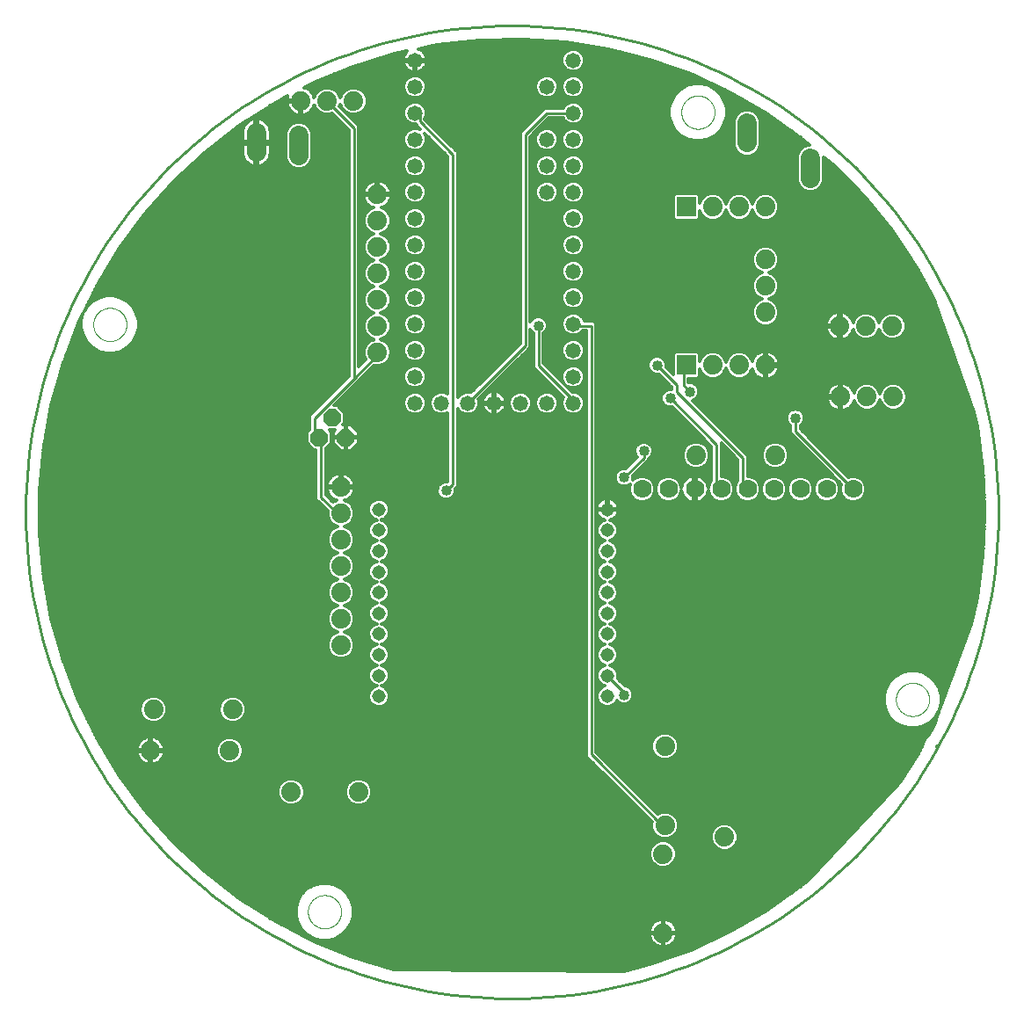
<source format=gbl>
G75*
%MOIN*%
%OFA0B0*%
%FSLAX25Y25*%
%IPPOS*%
%LPD*%
%AMOC8*
5,1,8,0,0,1.08239X$1,22.5*
%
%ADD10C,0.01000*%
%ADD11C,0.01600*%
%ADD12C,0.00000*%
%ADD13C,0.07000*%
%ADD14C,0.05800*%
%ADD15C,0.05150*%
%ADD16C,0.07400*%
%ADD17R,0.07400X0.07400*%
%ADD18C,0.07400*%
%ADD19OC8,0.06600*%
%ADD20C,0.01200*%
%ADD21C,0.04000*%
D10*
X0120925Y0184025D02*
X0121025Y0185360D01*
X0120925Y0184025D02*
X0113425Y0191525D01*
X0113425Y0214025D01*
X0112858Y0214127D01*
X0110925Y0216525D01*
X0110925Y0221525D01*
X0125925Y0236525D01*
X0125925Y0331525D01*
X0115925Y0341525D01*
X0115825Y0341725D01*
X0149125Y0337225D02*
X0150925Y0336525D01*
X0150925Y0334025D01*
X0163425Y0321525D01*
X0163425Y0196525D01*
X0160925Y0194025D01*
X0001500Y0185925D02*
X0001556Y0190451D01*
X0001722Y0194974D01*
X0002000Y0199492D01*
X0002388Y0204002D01*
X0002887Y0208501D01*
X0003496Y0212986D01*
X0004215Y0217455D01*
X0005044Y0221905D01*
X0005981Y0226333D01*
X0007027Y0230737D01*
X0008181Y0235114D01*
X0009441Y0239461D01*
X0010808Y0243776D01*
X0012281Y0248056D01*
X0013858Y0252299D01*
X0015539Y0256501D01*
X0017322Y0260662D01*
X0019207Y0264777D01*
X0021192Y0268845D01*
X0023277Y0272862D01*
X0025459Y0276828D01*
X0027738Y0280738D01*
X0030113Y0284592D01*
X0032581Y0288386D01*
X0035142Y0292118D01*
X0037793Y0295787D01*
X0040534Y0299389D01*
X0043363Y0302923D01*
X0046277Y0306386D01*
X0049275Y0309777D01*
X0052356Y0313094D01*
X0055517Y0316333D01*
X0058756Y0319494D01*
X0062073Y0322575D01*
X0065464Y0325573D01*
X0068927Y0328487D01*
X0072461Y0331316D01*
X0076063Y0334057D01*
X0079732Y0336708D01*
X0083464Y0339269D01*
X0087258Y0341737D01*
X0091112Y0344112D01*
X0095022Y0346391D01*
X0098988Y0348573D01*
X0103005Y0350658D01*
X0107073Y0352643D01*
X0111188Y0354528D01*
X0115349Y0356311D01*
X0119551Y0357992D01*
X0123794Y0359569D01*
X0128074Y0361042D01*
X0132389Y0362409D01*
X0136736Y0363669D01*
X0141113Y0364823D01*
X0145517Y0365869D01*
X0149945Y0366806D01*
X0154395Y0367635D01*
X0158864Y0368354D01*
X0163349Y0368963D01*
X0167848Y0369462D01*
X0172358Y0369850D01*
X0176876Y0370128D01*
X0181399Y0370294D01*
X0185925Y0370350D01*
X0190451Y0370294D01*
X0194974Y0370128D01*
X0199492Y0369850D01*
X0204002Y0369462D01*
X0208501Y0368963D01*
X0212986Y0368354D01*
X0217455Y0367635D01*
X0221905Y0366806D01*
X0226333Y0365869D01*
X0230737Y0364823D01*
X0235114Y0363669D01*
X0239461Y0362409D01*
X0243776Y0361042D01*
X0248056Y0359569D01*
X0252299Y0357992D01*
X0256501Y0356311D01*
X0260662Y0354528D01*
X0264777Y0352643D01*
X0268845Y0350658D01*
X0272862Y0348573D01*
X0276828Y0346391D01*
X0280738Y0344112D01*
X0284592Y0341737D01*
X0288386Y0339269D01*
X0292118Y0336708D01*
X0295787Y0334057D01*
X0299389Y0331316D01*
X0302923Y0328487D01*
X0306386Y0325573D01*
X0309777Y0322575D01*
X0313094Y0319494D01*
X0316333Y0316333D01*
X0319494Y0313094D01*
X0322575Y0309777D01*
X0325573Y0306386D01*
X0328487Y0302923D01*
X0331316Y0299389D01*
X0334057Y0295787D01*
X0336708Y0292118D01*
X0339269Y0288386D01*
X0341737Y0284592D01*
X0344112Y0280738D01*
X0346391Y0276828D01*
X0348573Y0272862D01*
X0350658Y0268845D01*
X0352643Y0264777D01*
X0354528Y0260662D01*
X0356311Y0256501D01*
X0357992Y0252299D01*
X0359569Y0248056D01*
X0361042Y0243776D01*
X0362409Y0239461D01*
X0363669Y0235114D01*
X0364823Y0230737D01*
X0365869Y0226333D01*
X0366806Y0221905D01*
X0367635Y0217455D01*
X0368354Y0212986D01*
X0368963Y0208501D01*
X0369462Y0204002D01*
X0369850Y0199492D01*
X0370128Y0194974D01*
X0370294Y0190451D01*
X0370350Y0185925D01*
X0370294Y0181399D01*
X0370128Y0176876D01*
X0369850Y0172358D01*
X0369462Y0167848D01*
X0368963Y0163349D01*
X0368354Y0158864D01*
X0367635Y0154395D01*
X0366806Y0149945D01*
X0365869Y0145517D01*
X0364823Y0141113D01*
X0363669Y0136736D01*
X0362409Y0132389D01*
X0361042Y0128074D01*
X0359569Y0123794D01*
X0357992Y0119551D01*
X0356311Y0115349D01*
X0354528Y0111188D01*
X0352643Y0107073D01*
X0350658Y0103005D01*
X0348573Y0098988D01*
X0346391Y0095022D01*
X0344112Y0091112D01*
X0341737Y0087258D01*
X0339269Y0083464D01*
X0336708Y0079732D01*
X0334057Y0076063D01*
X0331316Y0072461D01*
X0328487Y0068927D01*
X0325573Y0065464D01*
X0322575Y0062073D01*
X0319494Y0058756D01*
X0316333Y0055517D01*
X0313094Y0052356D01*
X0309777Y0049275D01*
X0306386Y0046277D01*
X0302923Y0043363D01*
X0299389Y0040534D01*
X0295787Y0037793D01*
X0292118Y0035142D01*
X0288386Y0032581D01*
X0284592Y0030113D01*
X0280738Y0027738D01*
X0276828Y0025459D01*
X0272862Y0023277D01*
X0268845Y0021192D01*
X0264777Y0019207D01*
X0260662Y0017322D01*
X0256501Y0015539D01*
X0252299Y0013858D01*
X0248056Y0012281D01*
X0243776Y0010808D01*
X0239461Y0009441D01*
X0235114Y0008181D01*
X0230737Y0007027D01*
X0226333Y0005981D01*
X0221905Y0005044D01*
X0217455Y0004215D01*
X0212986Y0003496D01*
X0208501Y0002887D01*
X0204002Y0002388D01*
X0199492Y0002000D01*
X0194974Y0001722D01*
X0190451Y0001556D01*
X0185925Y0001500D01*
X0181399Y0001556D01*
X0176876Y0001722D01*
X0172358Y0002000D01*
X0167848Y0002388D01*
X0163349Y0002887D01*
X0158864Y0003496D01*
X0154395Y0004215D01*
X0149945Y0005044D01*
X0145517Y0005981D01*
X0141113Y0007027D01*
X0136736Y0008181D01*
X0132389Y0009441D01*
X0128074Y0010808D01*
X0123794Y0012281D01*
X0119551Y0013858D01*
X0115349Y0015539D01*
X0111188Y0017322D01*
X0107073Y0019207D01*
X0103005Y0021192D01*
X0098988Y0023277D01*
X0095022Y0025459D01*
X0091112Y0027738D01*
X0087258Y0030113D01*
X0083464Y0032581D01*
X0079732Y0035142D01*
X0076063Y0037793D01*
X0072461Y0040534D01*
X0068927Y0043363D01*
X0065464Y0046277D01*
X0062073Y0049275D01*
X0058756Y0052356D01*
X0055517Y0055517D01*
X0052356Y0058756D01*
X0049275Y0062073D01*
X0046277Y0065464D01*
X0043363Y0068927D01*
X0040534Y0072461D01*
X0037793Y0076063D01*
X0035142Y0079732D01*
X0032581Y0083464D01*
X0030113Y0087258D01*
X0027738Y0091112D01*
X0025459Y0095022D01*
X0023277Y0098988D01*
X0021192Y0103005D01*
X0019207Y0107073D01*
X0017322Y0111188D01*
X0015539Y0115349D01*
X0013858Y0119551D01*
X0012281Y0123794D01*
X0010808Y0128074D01*
X0009441Y0132389D01*
X0008181Y0136736D01*
X0007027Y0141113D01*
X0005981Y0145517D01*
X0005044Y0149945D01*
X0004215Y0154395D01*
X0003496Y0158864D01*
X0002887Y0163349D01*
X0002388Y0167848D01*
X0002000Y0172358D01*
X0001722Y0176876D01*
X0001556Y0181399D01*
X0001500Y0185925D01*
X0125925Y0236525D02*
X0133425Y0244025D01*
X0134825Y0246359D01*
X0169125Y0227225D02*
X0190925Y0249025D01*
X0190925Y0329025D01*
X0199125Y0337225D01*
X0208590Y0337225D01*
X0209125Y0337225D01*
X0209125Y0257225D02*
X0210925Y0256525D01*
X0215925Y0256525D01*
X0215925Y0094025D01*
X0216669Y0093282D01*
X0243425Y0066525D01*
X0243924Y0067056D01*
X0228425Y0116525D02*
X0228425Y0117536D01*
X0222099Y0123862D01*
X0265260Y0194591D02*
X0263425Y0196525D01*
X0263425Y0211525D01*
X0245925Y0229025D01*
X0248425Y0231525D02*
X0273425Y0206525D01*
X0273425Y0196525D01*
X0275260Y0194591D01*
X0293425Y0216525D02*
X0293425Y0221525D01*
X0293425Y0216525D02*
X0313425Y0196525D01*
X0315260Y0194591D01*
X0253425Y0231525D02*
X0250925Y0234025D01*
X0250925Y0241525D01*
X0252025Y0241625D01*
X0248425Y0234025D02*
X0248425Y0231525D01*
X0248425Y0234025D02*
X0240925Y0241525D01*
X0235925Y0209025D02*
X0235925Y0206525D01*
X0228425Y0199025D01*
X0209125Y0227225D02*
X0208425Y0229025D01*
X0195925Y0241525D01*
X0195925Y0256525D01*
D11*
X0347241Y0097018D02*
X0347199Y0096927D01*
D12*
X0331526Y0114825D02*
X0331528Y0114983D01*
X0331534Y0115141D01*
X0331544Y0115299D01*
X0331558Y0115457D01*
X0331576Y0115614D01*
X0331597Y0115771D01*
X0331623Y0115927D01*
X0331653Y0116083D01*
X0331686Y0116238D01*
X0331724Y0116391D01*
X0331765Y0116544D01*
X0331810Y0116696D01*
X0331859Y0116847D01*
X0331912Y0116996D01*
X0331968Y0117144D01*
X0332028Y0117290D01*
X0332092Y0117435D01*
X0332160Y0117578D01*
X0332231Y0117720D01*
X0332305Y0117860D01*
X0332383Y0117997D01*
X0332465Y0118133D01*
X0332549Y0118267D01*
X0332638Y0118398D01*
X0332729Y0118527D01*
X0332824Y0118654D01*
X0332921Y0118779D01*
X0333022Y0118901D01*
X0333126Y0119020D01*
X0333233Y0119137D01*
X0333343Y0119251D01*
X0333456Y0119362D01*
X0333571Y0119471D01*
X0333689Y0119576D01*
X0333810Y0119678D01*
X0333933Y0119778D01*
X0334059Y0119874D01*
X0334187Y0119967D01*
X0334317Y0120057D01*
X0334450Y0120143D01*
X0334585Y0120227D01*
X0334721Y0120306D01*
X0334860Y0120383D01*
X0335001Y0120455D01*
X0335143Y0120525D01*
X0335287Y0120590D01*
X0335433Y0120652D01*
X0335580Y0120710D01*
X0335729Y0120765D01*
X0335879Y0120816D01*
X0336030Y0120863D01*
X0336182Y0120906D01*
X0336335Y0120945D01*
X0336490Y0120981D01*
X0336645Y0121012D01*
X0336801Y0121040D01*
X0336957Y0121064D01*
X0337114Y0121084D01*
X0337272Y0121100D01*
X0337429Y0121112D01*
X0337588Y0121120D01*
X0337746Y0121124D01*
X0337904Y0121124D01*
X0338062Y0121120D01*
X0338221Y0121112D01*
X0338378Y0121100D01*
X0338536Y0121084D01*
X0338693Y0121064D01*
X0338849Y0121040D01*
X0339005Y0121012D01*
X0339160Y0120981D01*
X0339315Y0120945D01*
X0339468Y0120906D01*
X0339620Y0120863D01*
X0339771Y0120816D01*
X0339921Y0120765D01*
X0340070Y0120710D01*
X0340217Y0120652D01*
X0340363Y0120590D01*
X0340507Y0120525D01*
X0340649Y0120455D01*
X0340790Y0120383D01*
X0340929Y0120306D01*
X0341065Y0120227D01*
X0341200Y0120143D01*
X0341333Y0120057D01*
X0341463Y0119967D01*
X0341591Y0119874D01*
X0341717Y0119778D01*
X0341840Y0119678D01*
X0341961Y0119576D01*
X0342079Y0119471D01*
X0342194Y0119362D01*
X0342307Y0119251D01*
X0342417Y0119137D01*
X0342524Y0119020D01*
X0342628Y0118901D01*
X0342729Y0118779D01*
X0342826Y0118654D01*
X0342921Y0118527D01*
X0343012Y0118398D01*
X0343101Y0118267D01*
X0343185Y0118133D01*
X0343267Y0117997D01*
X0343345Y0117860D01*
X0343419Y0117720D01*
X0343490Y0117578D01*
X0343558Y0117435D01*
X0343622Y0117290D01*
X0343682Y0117144D01*
X0343738Y0116996D01*
X0343791Y0116847D01*
X0343840Y0116696D01*
X0343885Y0116544D01*
X0343926Y0116391D01*
X0343964Y0116238D01*
X0343997Y0116083D01*
X0344027Y0115927D01*
X0344053Y0115771D01*
X0344074Y0115614D01*
X0344092Y0115457D01*
X0344106Y0115299D01*
X0344116Y0115141D01*
X0344122Y0114983D01*
X0344124Y0114825D01*
X0344122Y0114667D01*
X0344116Y0114509D01*
X0344106Y0114351D01*
X0344092Y0114193D01*
X0344074Y0114036D01*
X0344053Y0113879D01*
X0344027Y0113723D01*
X0343997Y0113567D01*
X0343964Y0113412D01*
X0343926Y0113259D01*
X0343885Y0113106D01*
X0343840Y0112954D01*
X0343791Y0112803D01*
X0343738Y0112654D01*
X0343682Y0112506D01*
X0343622Y0112360D01*
X0343558Y0112215D01*
X0343490Y0112072D01*
X0343419Y0111930D01*
X0343345Y0111790D01*
X0343267Y0111653D01*
X0343185Y0111517D01*
X0343101Y0111383D01*
X0343012Y0111252D01*
X0342921Y0111123D01*
X0342826Y0110996D01*
X0342729Y0110871D01*
X0342628Y0110749D01*
X0342524Y0110630D01*
X0342417Y0110513D01*
X0342307Y0110399D01*
X0342194Y0110288D01*
X0342079Y0110179D01*
X0341961Y0110074D01*
X0341840Y0109972D01*
X0341717Y0109872D01*
X0341591Y0109776D01*
X0341463Y0109683D01*
X0341333Y0109593D01*
X0341200Y0109507D01*
X0341065Y0109423D01*
X0340929Y0109344D01*
X0340790Y0109267D01*
X0340649Y0109195D01*
X0340507Y0109125D01*
X0340363Y0109060D01*
X0340217Y0108998D01*
X0340070Y0108940D01*
X0339921Y0108885D01*
X0339771Y0108834D01*
X0339620Y0108787D01*
X0339468Y0108744D01*
X0339315Y0108705D01*
X0339160Y0108669D01*
X0339005Y0108638D01*
X0338849Y0108610D01*
X0338693Y0108586D01*
X0338536Y0108566D01*
X0338378Y0108550D01*
X0338221Y0108538D01*
X0338062Y0108530D01*
X0337904Y0108526D01*
X0337746Y0108526D01*
X0337588Y0108530D01*
X0337429Y0108538D01*
X0337272Y0108550D01*
X0337114Y0108566D01*
X0336957Y0108586D01*
X0336801Y0108610D01*
X0336645Y0108638D01*
X0336490Y0108669D01*
X0336335Y0108705D01*
X0336182Y0108744D01*
X0336030Y0108787D01*
X0335879Y0108834D01*
X0335729Y0108885D01*
X0335580Y0108940D01*
X0335433Y0108998D01*
X0335287Y0109060D01*
X0335143Y0109125D01*
X0335001Y0109195D01*
X0334860Y0109267D01*
X0334721Y0109344D01*
X0334585Y0109423D01*
X0334450Y0109507D01*
X0334317Y0109593D01*
X0334187Y0109683D01*
X0334059Y0109776D01*
X0333933Y0109872D01*
X0333810Y0109972D01*
X0333689Y0110074D01*
X0333571Y0110179D01*
X0333456Y0110288D01*
X0333343Y0110399D01*
X0333233Y0110513D01*
X0333126Y0110630D01*
X0333022Y0110749D01*
X0332921Y0110871D01*
X0332824Y0110996D01*
X0332729Y0111123D01*
X0332638Y0111252D01*
X0332549Y0111383D01*
X0332465Y0111517D01*
X0332383Y0111653D01*
X0332305Y0111790D01*
X0332231Y0111930D01*
X0332160Y0112072D01*
X0332092Y0112215D01*
X0332028Y0112360D01*
X0331968Y0112506D01*
X0331912Y0112654D01*
X0331859Y0112803D01*
X0331810Y0112954D01*
X0331765Y0113106D01*
X0331724Y0113259D01*
X0331686Y0113412D01*
X0331653Y0113567D01*
X0331623Y0113723D01*
X0331597Y0113879D01*
X0331576Y0114036D01*
X0331558Y0114193D01*
X0331544Y0114351D01*
X0331534Y0114509D01*
X0331528Y0114667D01*
X0331526Y0114825D01*
X0108526Y0034325D02*
X0108528Y0034483D01*
X0108534Y0034641D01*
X0108544Y0034799D01*
X0108558Y0034957D01*
X0108576Y0035114D01*
X0108597Y0035271D01*
X0108623Y0035427D01*
X0108653Y0035583D01*
X0108686Y0035738D01*
X0108724Y0035891D01*
X0108765Y0036044D01*
X0108810Y0036196D01*
X0108859Y0036347D01*
X0108912Y0036496D01*
X0108968Y0036644D01*
X0109028Y0036790D01*
X0109092Y0036935D01*
X0109160Y0037078D01*
X0109231Y0037220D01*
X0109305Y0037360D01*
X0109383Y0037497D01*
X0109465Y0037633D01*
X0109549Y0037767D01*
X0109638Y0037898D01*
X0109729Y0038027D01*
X0109824Y0038154D01*
X0109921Y0038279D01*
X0110022Y0038401D01*
X0110126Y0038520D01*
X0110233Y0038637D01*
X0110343Y0038751D01*
X0110456Y0038862D01*
X0110571Y0038971D01*
X0110689Y0039076D01*
X0110810Y0039178D01*
X0110933Y0039278D01*
X0111059Y0039374D01*
X0111187Y0039467D01*
X0111317Y0039557D01*
X0111450Y0039643D01*
X0111585Y0039727D01*
X0111721Y0039806D01*
X0111860Y0039883D01*
X0112001Y0039955D01*
X0112143Y0040025D01*
X0112287Y0040090D01*
X0112433Y0040152D01*
X0112580Y0040210D01*
X0112729Y0040265D01*
X0112879Y0040316D01*
X0113030Y0040363D01*
X0113182Y0040406D01*
X0113335Y0040445D01*
X0113490Y0040481D01*
X0113645Y0040512D01*
X0113801Y0040540D01*
X0113957Y0040564D01*
X0114114Y0040584D01*
X0114272Y0040600D01*
X0114429Y0040612D01*
X0114588Y0040620D01*
X0114746Y0040624D01*
X0114904Y0040624D01*
X0115062Y0040620D01*
X0115221Y0040612D01*
X0115378Y0040600D01*
X0115536Y0040584D01*
X0115693Y0040564D01*
X0115849Y0040540D01*
X0116005Y0040512D01*
X0116160Y0040481D01*
X0116315Y0040445D01*
X0116468Y0040406D01*
X0116620Y0040363D01*
X0116771Y0040316D01*
X0116921Y0040265D01*
X0117070Y0040210D01*
X0117217Y0040152D01*
X0117363Y0040090D01*
X0117507Y0040025D01*
X0117649Y0039955D01*
X0117790Y0039883D01*
X0117929Y0039806D01*
X0118065Y0039727D01*
X0118200Y0039643D01*
X0118333Y0039557D01*
X0118463Y0039467D01*
X0118591Y0039374D01*
X0118717Y0039278D01*
X0118840Y0039178D01*
X0118961Y0039076D01*
X0119079Y0038971D01*
X0119194Y0038862D01*
X0119307Y0038751D01*
X0119417Y0038637D01*
X0119524Y0038520D01*
X0119628Y0038401D01*
X0119729Y0038279D01*
X0119826Y0038154D01*
X0119921Y0038027D01*
X0120012Y0037898D01*
X0120101Y0037767D01*
X0120185Y0037633D01*
X0120267Y0037497D01*
X0120345Y0037360D01*
X0120419Y0037220D01*
X0120490Y0037078D01*
X0120558Y0036935D01*
X0120622Y0036790D01*
X0120682Y0036644D01*
X0120738Y0036496D01*
X0120791Y0036347D01*
X0120840Y0036196D01*
X0120885Y0036044D01*
X0120926Y0035891D01*
X0120964Y0035738D01*
X0120997Y0035583D01*
X0121027Y0035427D01*
X0121053Y0035271D01*
X0121074Y0035114D01*
X0121092Y0034957D01*
X0121106Y0034799D01*
X0121116Y0034641D01*
X0121122Y0034483D01*
X0121124Y0034325D01*
X0121122Y0034167D01*
X0121116Y0034009D01*
X0121106Y0033851D01*
X0121092Y0033693D01*
X0121074Y0033536D01*
X0121053Y0033379D01*
X0121027Y0033223D01*
X0120997Y0033067D01*
X0120964Y0032912D01*
X0120926Y0032759D01*
X0120885Y0032606D01*
X0120840Y0032454D01*
X0120791Y0032303D01*
X0120738Y0032154D01*
X0120682Y0032006D01*
X0120622Y0031860D01*
X0120558Y0031715D01*
X0120490Y0031572D01*
X0120419Y0031430D01*
X0120345Y0031290D01*
X0120267Y0031153D01*
X0120185Y0031017D01*
X0120101Y0030883D01*
X0120012Y0030752D01*
X0119921Y0030623D01*
X0119826Y0030496D01*
X0119729Y0030371D01*
X0119628Y0030249D01*
X0119524Y0030130D01*
X0119417Y0030013D01*
X0119307Y0029899D01*
X0119194Y0029788D01*
X0119079Y0029679D01*
X0118961Y0029574D01*
X0118840Y0029472D01*
X0118717Y0029372D01*
X0118591Y0029276D01*
X0118463Y0029183D01*
X0118333Y0029093D01*
X0118200Y0029007D01*
X0118065Y0028923D01*
X0117929Y0028844D01*
X0117790Y0028767D01*
X0117649Y0028695D01*
X0117507Y0028625D01*
X0117363Y0028560D01*
X0117217Y0028498D01*
X0117070Y0028440D01*
X0116921Y0028385D01*
X0116771Y0028334D01*
X0116620Y0028287D01*
X0116468Y0028244D01*
X0116315Y0028205D01*
X0116160Y0028169D01*
X0116005Y0028138D01*
X0115849Y0028110D01*
X0115693Y0028086D01*
X0115536Y0028066D01*
X0115378Y0028050D01*
X0115221Y0028038D01*
X0115062Y0028030D01*
X0114904Y0028026D01*
X0114746Y0028026D01*
X0114588Y0028030D01*
X0114429Y0028038D01*
X0114272Y0028050D01*
X0114114Y0028066D01*
X0113957Y0028086D01*
X0113801Y0028110D01*
X0113645Y0028138D01*
X0113490Y0028169D01*
X0113335Y0028205D01*
X0113182Y0028244D01*
X0113030Y0028287D01*
X0112879Y0028334D01*
X0112729Y0028385D01*
X0112580Y0028440D01*
X0112433Y0028498D01*
X0112287Y0028560D01*
X0112143Y0028625D01*
X0112001Y0028695D01*
X0111860Y0028767D01*
X0111721Y0028844D01*
X0111585Y0028923D01*
X0111450Y0029007D01*
X0111317Y0029093D01*
X0111187Y0029183D01*
X0111059Y0029276D01*
X0110933Y0029372D01*
X0110810Y0029472D01*
X0110689Y0029574D01*
X0110571Y0029679D01*
X0110456Y0029788D01*
X0110343Y0029899D01*
X0110233Y0030013D01*
X0110126Y0030130D01*
X0110022Y0030249D01*
X0109921Y0030371D01*
X0109824Y0030496D01*
X0109729Y0030623D01*
X0109638Y0030752D01*
X0109549Y0030883D01*
X0109465Y0031017D01*
X0109383Y0031153D01*
X0109305Y0031290D01*
X0109231Y0031430D01*
X0109160Y0031572D01*
X0109092Y0031715D01*
X0109028Y0031860D01*
X0108968Y0032006D01*
X0108912Y0032154D01*
X0108859Y0032303D01*
X0108810Y0032454D01*
X0108765Y0032606D01*
X0108724Y0032759D01*
X0108686Y0032912D01*
X0108653Y0033067D01*
X0108623Y0033223D01*
X0108597Y0033379D01*
X0108576Y0033536D01*
X0108558Y0033693D01*
X0108544Y0033851D01*
X0108534Y0034009D01*
X0108528Y0034167D01*
X0108526Y0034325D01*
X0027126Y0257025D02*
X0027128Y0257183D01*
X0027134Y0257341D01*
X0027144Y0257499D01*
X0027158Y0257657D01*
X0027176Y0257814D01*
X0027197Y0257971D01*
X0027223Y0258127D01*
X0027253Y0258283D01*
X0027286Y0258438D01*
X0027324Y0258591D01*
X0027365Y0258744D01*
X0027410Y0258896D01*
X0027459Y0259047D01*
X0027512Y0259196D01*
X0027568Y0259344D01*
X0027628Y0259490D01*
X0027692Y0259635D01*
X0027760Y0259778D01*
X0027831Y0259920D01*
X0027905Y0260060D01*
X0027983Y0260197D01*
X0028065Y0260333D01*
X0028149Y0260467D01*
X0028238Y0260598D01*
X0028329Y0260727D01*
X0028424Y0260854D01*
X0028521Y0260979D01*
X0028622Y0261101D01*
X0028726Y0261220D01*
X0028833Y0261337D01*
X0028943Y0261451D01*
X0029056Y0261562D01*
X0029171Y0261671D01*
X0029289Y0261776D01*
X0029410Y0261878D01*
X0029533Y0261978D01*
X0029659Y0262074D01*
X0029787Y0262167D01*
X0029917Y0262257D01*
X0030050Y0262343D01*
X0030185Y0262427D01*
X0030321Y0262506D01*
X0030460Y0262583D01*
X0030601Y0262655D01*
X0030743Y0262725D01*
X0030887Y0262790D01*
X0031033Y0262852D01*
X0031180Y0262910D01*
X0031329Y0262965D01*
X0031479Y0263016D01*
X0031630Y0263063D01*
X0031782Y0263106D01*
X0031935Y0263145D01*
X0032090Y0263181D01*
X0032245Y0263212D01*
X0032401Y0263240D01*
X0032557Y0263264D01*
X0032714Y0263284D01*
X0032872Y0263300D01*
X0033029Y0263312D01*
X0033188Y0263320D01*
X0033346Y0263324D01*
X0033504Y0263324D01*
X0033662Y0263320D01*
X0033821Y0263312D01*
X0033978Y0263300D01*
X0034136Y0263284D01*
X0034293Y0263264D01*
X0034449Y0263240D01*
X0034605Y0263212D01*
X0034760Y0263181D01*
X0034915Y0263145D01*
X0035068Y0263106D01*
X0035220Y0263063D01*
X0035371Y0263016D01*
X0035521Y0262965D01*
X0035670Y0262910D01*
X0035817Y0262852D01*
X0035963Y0262790D01*
X0036107Y0262725D01*
X0036249Y0262655D01*
X0036390Y0262583D01*
X0036529Y0262506D01*
X0036665Y0262427D01*
X0036800Y0262343D01*
X0036933Y0262257D01*
X0037063Y0262167D01*
X0037191Y0262074D01*
X0037317Y0261978D01*
X0037440Y0261878D01*
X0037561Y0261776D01*
X0037679Y0261671D01*
X0037794Y0261562D01*
X0037907Y0261451D01*
X0038017Y0261337D01*
X0038124Y0261220D01*
X0038228Y0261101D01*
X0038329Y0260979D01*
X0038426Y0260854D01*
X0038521Y0260727D01*
X0038612Y0260598D01*
X0038701Y0260467D01*
X0038785Y0260333D01*
X0038867Y0260197D01*
X0038945Y0260060D01*
X0039019Y0259920D01*
X0039090Y0259778D01*
X0039158Y0259635D01*
X0039222Y0259490D01*
X0039282Y0259344D01*
X0039338Y0259196D01*
X0039391Y0259047D01*
X0039440Y0258896D01*
X0039485Y0258744D01*
X0039526Y0258591D01*
X0039564Y0258438D01*
X0039597Y0258283D01*
X0039627Y0258127D01*
X0039653Y0257971D01*
X0039674Y0257814D01*
X0039692Y0257657D01*
X0039706Y0257499D01*
X0039716Y0257341D01*
X0039722Y0257183D01*
X0039724Y0257025D01*
X0039722Y0256867D01*
X0039716Y0256709D01*
X0039706Y0256551D01*
X0039692Y0256393D01*
X0039674Y0256236D01*
X0039653Y0256079D01*
X0039627Y0255923D01*
X0039597Y0255767D01*
X0039564Y0255612D01*
X0039526Y0255459D01*
X0039485Y0255306D01*
X0039440Y0255154D01*
X0039391Y0255003D01*
X0039338Y0254854D01*
X0039282Y0254706D01*
X0039222Y0254560D01*
X0039158Y0254415D01*
X0039090Y0254272D01*
X0039019Y0254130D01*
X0038945Y0253990D01*
X0038867Y0253853D01*
X0038785Y0253717D01*
X0038701Y0253583D01*
X0038612Y0253452D01*
X0038521Y0253323D01*
X0038426Y0253196D01*
X0038329Y0253071D01*
X0038228Y0252949D01*
X0038124Y0252830D01*
X0038017Y0252713D01*
X0037907Y0252599D01*
X0037794Y0252488D01*
X0037679Y0252379D01*
X0037561Y0252274D01*
X0037440Y0252172D01*
X0037317Y0252072D01*
X0037191Y0251976D01*
X0037063Y0251883D01*
X0036933Y0251793D01*
X0036800Y0251707D01*
X0036665Y0251623D01*
X0036529Y0251544D01*
X0036390Y0251467D01*
X0036249Y0251395D01*
X0036107Y0251325D01*
X0035963Y0251260D01*
X0035817Y0251198D01*
X0035670Y0251140D01*
X0035521Y0251085D01*
X0035371Y0251034D01*
X0035220Y0250987D01*
X0035068Y0250944D01*
X0034915Y0250905D01*
X0034760Y0250869D01*
X0034605Y0250838D01*
X0034449Y0250810D01*
X0034293Y0250786D01*
X0034136Y0250766D01*
X0033978Y0250750D01*
X0033821Y0250738D01*
X0033662Y0250730D01*
X0033504Y0250726D01*
X0033346Y0250726D01*
X0033188Y0250730D01*
X0033029Y0250738D01*
X0032872Y0250750D01*
X0032714Y0250766D01*
X0032557Y0250786D01*
X0032401Y0250810D01*
X0032245Y0250838D01*
X0032090Y0250869D01*
X0031935Y0250905D01*
X0031782Y0250944D01*
X0031630Y0250987D01*
X0031479Y0251034D01*
X0031329Y0251085D01*
X0031180Y0251140D01*
X0031033Y0251198D01*
X0030887Y0251260D01*
X0030743Y0251325D01*
X0030601Y0251395D01*
X0030460Y0251467D01*
X0030321Y0251544D01*
X0030185Y0251623D01*
X0030050Y0251707D01*
X0029917Y0251793D01*
X0029787Y0251883D01*
X0029659Y0251976D01*
X0029533Y0252072D01*
X0029410Y0252172D01*
X0029289Y0252274D01*
X0029171Y0252379D01*
X0029056Y0252488D01*
X0028943Y0252599D01*
X0028833Y0252713D01*
X0028726Y0252830D01*
X0028622Y0252949D01*
X0028521Y0253071D01*
X0028424Y0253196D01*
X0028329Y0253323D01*
X0028238Y0253452D01*
X0028149Y0253583D01*
X0028065Y0253717D01*
X0027983Y0253853D01*
X0027905Y0253990D01*
X0027831Y0254130D01*
X0027760Y0254272D01*
X0027692Y0254415D01*
X0027628Y0254560D01*
X0027568Y0254706D01*
X0027512Y0254854D01*
X0027459Y0255003D01*
X0027410Y0255154D01*
X0027365Y0255306D01*
X0027324Y0255459D01*
X0027286Y0255612D01*
X0027253Y0255767D01*
X0027223Y0255923D01*
X0027197Y0256079D01*
X0027176Y0256236D01*
X0027158Y0256393D01*
X0027144Y0256551D01*
X0027134Y0256709D01*
X0027128Y0256867D01*
X0027126Y0257025D01*
X0250126Y0337525D02*
X0250128Y0337683D01*
X0250134Y0337841D01*
X0250144Y0337999D01*
X0250158Y0338157D01*
X0250176Y0338314D01*
X0250197Y0338471D01*
X0250223Y0338627D01*
X0250253Y0338783D01*
X0250286Y0338938D01*
X0250324Y0339091D01*
X0250365Y0339244D01*
X0250410Y0339396D01*
X0250459Y0339547D01*
X0250512Y0339696D01*
X0250568Y0339844D01*
X0250628Y0339990D01*
X0250692Y0340135D01*
X0250760Y0340278D01*
X0250831Y0340420D01*
X0250905Y0340560D01*
X0250983Y0340697D01*
X0251065Y0340833D01*
X0251149Y0340967D01*
X0251238Y0341098D01*
X0251329Y0341227D01*
X0251424Y0341354D01*
X0251521Y0341479D01*
X0251622Y0341601D01*
X0251726Y0341720D01*
X0251833Y0341837D01*
X0251943Y0341951D01*
X0252056Y0342062D01*
X0252171Y0342171D01*
X0252289Y0342276D01*
X0252410Y0342378D01*
X0252533Y0342478D01*
X0252659Y0342574D01*
X0252787Y0342667D01*
X0252917Y0342757D01*
X0253050Y0342843D01*
X0253185Y0342927D01*
X0253321Y0343006D01*
X0253460Y0343083D01*
X0253601Y0343155D01*
X0253743Y0343225D01*
X0253887Y0343290D01*
X0254033Y0343352D01*
X0254180Y0343410D01*
X0254329Y0343465D01*
X0254479Y0343516D01*
X0254630Y0343563D01*
X0254782Y0343606D01*
X0254935Y0343645D01*
X0255090Y0343681D01*
X0255245Y0343712D01*
X0255401Y0343740D01*
X0255557Y0343764D01*
X0255714Y0343784D01*
X0255872Y0343800D01*
X0256029Y0343812D01*
X0256188Y0343820D01*
X0256346Y0343824D01*
X0256504Y0343824D01*
X0256662Y0343820D01*
X0256821Y0343812D01*
X0256978Y0343800D01*
X0257136Y0343784D01*
X0257293Y0343764D01*
X0257449Y0343740D01*
X0257605Y0343712D01*
X0257760Y0343681D01*
X0257915Y0343645D01*
X0258068Y0343606D01*
X0258220Y0343563D01*
X0258371Y0343516D01*
X0258521Y0343465D01*
X0258670Y0343410D01*
X0258817Y0343352D01*
X0258963Y0343290D01*
X0259107Y0343225D01*
X0259249Y0343155D01*
X0259390Y0343083D01*
X0259529Y0343006D01*
X0259665Y0342927D01*
X0259800Y0342843D01*
X0259933Y0342757D01*
X0260063Y0342667D01*
X0260191Y0342574D01*
X0260317Y0342478D01*
X0260440Y0342378D01*
X0260561Y0342276D01*
X0260679Y0342171D01*
X0260794Y0342062D01*
X0260907Y0341951D01*
X0261017Y0341837D01*
X0261124Y0341720D01*
X0261228Y0341601D01*
X0261329Y0341479D01*
X0261426Y0341354D01*
X0261521Y0341227D01*
X0261612Y0341098D01*
X0261701Y0340967D01*
X0261785Y0340833D01*
X0261867Y0340697D01*
X0261945Y0340560D01*
X0262019Y0340420D01*
X0262090Y0340278D01*
X0262158Y0340135D01*
X0262222Y0339990D01*
X0262282Y0339844D01*
X0262338Y0339696D01*
X0262391Y0339547D01*
X0262440Y0339396D01*
X0262485Y0339244D01*
X0262526Y0339091D01*
X0262564Y0338938D01*
X0262597Y0338783D01*
X0262627Y0338627D01*
X0262653Y0338471D01*
X0262674Y0338314D01*
X0262692Y0338157D01*
X0262706Y0337999D01*
X0262716Y0337841D01*
X0262722Y0337683D01*
X0262724Y0337525D01*
X0262722Y0337367D01*
X0262716Y0337209D01*
X0262706Y0337051D01*
X0262692Y0336893D01*
X0262674Y0336736D01*
X0262653Y0336579D01*
X0262627Y0336423D01*
X0262597Y0336267D01*
X0262564Y0336112D01*
X0262526Y0335959D01*
X0262485Y0335806D01*
X0262440Y0335654D01*
X0262391Y0335503D01*
X0262338Y0335354D01*
X0262282Y0335206D01*
X0262222Y0335060D01*
X0262158Y0334915D01*
X0262090Y0334772D01*
X0262019Y0334630D01*
X0261945Y0334490D01*
X0261867Y0334353D01*
X0261785Y0334217D01*
X0261701Y0334083D01*
X0261612Y0333952D01*
X0261521Y0333823D01*
X0261426Y0333696D01*
X0261329Y0333571D01*
X0261228Y0333449D01*
X0261124Y0333330D01*
X0261017Y0333213D01*
X0260907Y0333099D01*
X0260794Y0332988D01*
X0260679Y0332879D01*
X0260561Y0332774D01*
X0260440Y0332672D01*
X0260317Y0332572D01*
X0260191Y0332476D01*
X0260063Y0332383D01*
X0259933Y0332293D01*
X0259800Y0332207D01*
X0259665Y0332123D01*
X0259529Y0332044D01*
X0259390Y0331967D01*
X0259249Y0331895D01*
X0259107Y0331825D01*
X0258963Y0331760D01*
X0258817Y0331698D01*
X0258670Y0331640D01*
X0258521Y0331585D01*
X0258371Y0331534D01*
X0258220Y0331487D01*
X0258068Y0331444D01*
X0257915Y0331405D01*
X0257760Y0331369D01*
X0257605Y0331338D01*
X0257449Y0331310D01*
X0257293Y0331286D01*
X0257136Y0331266D01*
X0256978Y0331250D01*
X0256821Y0331238D01*
X0256662Y0331230D01*
X0256504Y0331226D01*
X0256346Y0331226D01*
X0256188Y0331230D01*
X0256029Y0331238D01*
X0255872Y0331250D01*
X0255714Y0331266D01*
X0255557Y0331286D01*
X0255401Y0331310D01*
X0255245Y0331338D01*
X0255090Y0331369D01*
X0254935Y0331405D01*
X0254782Y0331444D01*
X0254630Y0331487D01*
X0254479Y0331534D01*
X0254329Y0331585D01*
X0254180Y0331640D01*
X0254033Y0331698D01*
X0253887Y0331760D01*
X0253743Y0331825D01*
X0253601Y0331895D01*
X0253460Y0331967D01*
X0253321Y0332044D01*
X0253185Y0332123D01*
X0253050Y0332207D01*
X0252917Y0332293D01*
X0252787Y0332383D01*
X0252659Y0332476D01*
X0252533Y0332572D01*
X0252410Y0332672D01*
X0252289Y0332774D01*
X0252171Y0332879D01*
X0252056Y0332988D01*
X0251943Y0333099D01*
X0251833Y0333213D01*
X0251726Y0333330D01*
X0251622Y0333449D01*
X0251521Y0333571D01*
X0251424Y0333696D01*
X0251329Y0333823D01*
X0251238Y0333952D01*
X0251149Y0334083D01*
X0251065Y0334217D01*
X0250983Y0334353D01*
X0250905Y0334490D01*
X0250831Y0334630D01*
X0250760Y0334772D01*
X0250692Y0334915D01*
X0250628Y0335060D01*
X0250568Y0335206D01*
X0250512Y0335354D01*
X0250459Y0335503D01*
X0250410Y0335654D01*
X0250365Y0335806D01*
X0250324Y0335959D01*
X0250286Y0336112D01*
X0250253Y0336267D01*
X0250223Y0336423D01*
X0250197Y0336579D01*
X0250176Y0336736D01*
X0250158Y0336893D01*
X0250144Y0337051D01*
X0250134Y0337209D01*
X0250128Y0337367D01*
X0250126Y0337525D01*
D13*
X0245260Y0194591D03*
X0235260Y0194591D03*
X0255260Y0194591D03*
X0265260Y0194591D03*
X0275260Y0194591D03*
X0285260Y0194591D03*
X0295260Y0194591D03*
X0305260Y0194591D03*
X0315260Y0194591D03*
D14*
X0209125Y0227225D03*
X0209125Y0237225D03*
X0209125Y0247225D03*
X0209125Y0257225D03*
X0209125Y0267225D03*
X0209125Y0277225D03*
X0209125Y0287225D03*
X0209125Y0297225D03*
X0209125Y0307225D03*
X0199125Y0307225D03*
X0199125Y0317225D03*
X0199125Y0327225D03*
X0209125Y0327225D03*
X0209125Y0317225D03*
X0209125Y0337225D03*
X0209125Y0347225D03*
X0199125Y0347225D03*
X0209125Y0357225D03*
X0149125Y0357225D03*
X0149125Y0347225D03*
X0149125Y0337225D03*
X0149125Y0327225D03*
X0149125Y0317225D03*
X0149125Y0307225D03*
X0149125Y0297225D03*
X0149125Y0287225D03*
X0149125Y0277225D03*
X0149125Y0267225D03*
X0149125Y0257225D03*
X0149125Y0247225D03*
X0149125Y0237225D03*
X0149125Y0227225D03*
X0159125Y0227225D03*
X0169125Y0227225D03*
X0179125Y0227225D03*
X0189125Y0227225D03*
X0199125Y0227225D03*
D15*
X0222099Y0186854D03*
X0222099Y0178980D03*
X0222099Y0171106D03*
X0222099Y0163232D03*
X0222099Y0155358D03*
X0222099Y0147484D03*
X0222099Y0139610D03*
X0222099Y0131736D03*
X0222099Y0123862D03*
X0222099Y0115988D03*
X0135485Y0115988D03*
X0135485Y0123862D03*
X0135485Y0131736D03*
X0135485Y0139610D03*
X0135485Y0147484D03*
X0135485Y0155358D03*
X0135485Y0163232D03*
X0135485Y0171106D03*
X0135485Y0178980D03*
X0135485Y0186854D03*
D16*
X0121025Y0185360D03*
X0121025Y0175360D03*
X0121025Y0165360D03*
X0121025Y0155360D03*
X0121025Y0145360D03*
X0121025Y0135360D03*
X0079989Y0111028D03*
X0078861Y0095429D03*
X0102194Y0079728D03*
X0127784Y0079728D03*
X0048861Y0095429D03*
X0049989Y0111028D03*
X0121025Y0195360D03*
X0134825Y0246359D03*
X0134825Y0256359D03*
X0134825Y0266359D03*
X0134825Y0276359D03*
X0134825Y0286359D03*
X0134825Y0296359D03*
X0134825Y0306359D03*
X0125825Y0341725D03*
X0115825Y0341725D03*
X0105825Y0341725D03*
X0255779Y0207473D03*
X0285779Y0207473D03*
X0310517Y0229603D03*
X0320517Y0229603D03*
X0330517Y0229603D03*
X0330192Y0256428D03*
X0320192Y0256428D03*
X0310192Y0256428D03*
X0282025Y0261625D03*
X0282025Y0271625D03*
X0282025Y0281625D03*
X0282025Y0301625D03*
X0272025Y0301625D03*
X0262025Y0301625D03*
X0262025Y0241625D03*
X0272025Y0241625D03*
X0282025Y0241625D03*
X0243924Y0097056D03*
X0243924Y0067056D03*
X0243225Y0056224D03*
X0266525Y0062625D03*
X0243225Y0026224D03*
D17*
X0252025Y0241625D03*
X0252025Y0301625D03*
D18*
X0275025Y0325925D02*
X0275025Y0333325D01*
X0299126Y0319959D02*
X0299126Y0312559D01*
X0105125Y0321225D02*
X0105125Y0328625D01*
X0089058Y0329759D02*
X0089058Y0322359D01*
D19*
X0117858Y0221627D03*
X0112858Y0214127D03*
X0122858Y0214127D03*
D20*
X0058857Y0059483D02*
X0239262Y0059483D01*
X0238896Y0059117D02*
X0238118Y0057240D01*
X0238118Y0055209D01*
X0238896Y0053332D01*
X0240332Y0051895D01*
X0242210Y0051117D01*
X0244241Y0051117D01*
X0246118Y0051895D01*
X0247555Y0053332D01*
X0248332Y0055209D01*
X0248332Y0057240D01*
X0247555Y0059117D01*
X0246118Y0060554D01*
X0244241Y0061332D01*
X0242210Y0061332D01*
X0240332Y0060554D01*
X0238896Y0059117D01*
X0238551Y0058285D02*
X0060140Y0058285D01*
X0061423Y0057086D02*
X0238118Y0057086D01*
X0238118Y0055888D02*
X0062707Y0055888D01*
X0063990Y0054689D02*
X0238333Y0054689D01*
X0238830Y0053491D02*
X0065273Y0053491D01*
X0066557Y0052292D02*
X0239935Y0052292D01*
X0246516Y0052292D02*
X0303810Y0052292D01*
X0302692Y0051094D02*
X0067840Y0051094D01*
X0069123Y0049895D02*
X0301573Y0049895D01*
X0300455Y0048697D02*
X0070566Y0048697D01*
X0069618Y0049433D02*
X0057688Y0060575D01*
X0046821Y0072755D01*
X0037106Y0085874D01*
X0028624Y0099821D01*
X0021446Y0114482D01*
X0015631Y0129735D01*
X0011227Y0145453D01*
X0008270Y0161507D01*
X0006786Y0177763D01*
X0006786Y0194087D01*
X0008270Y0210344D01*
X0011227Y0226397D01*
X0015631Y0242116D01*
X0021446Y0257369D01*
X0023186Y0260922D01*
X0022526Y0258460D01*
X0022526Y0255590D01*
X0023269Y0252818D01*
X0024704Y0250333D01*
X0026733Y0248304D01*
X0029218Y0246869D01*
X0031990Y0246126D01*
X0034860Y0246126D01*
X0037632Y0246869D01*
X0040118Y0248304D01*
X0042147Y0250333D01*
X0043582Y0252818D01*
X0044325Y0255590D01*
X0044325Y0258460D01*
X0043582Y0261232D01*
X0042147Y0263718D01*
X0040118Y0265747D01*
X0037632Y0267182D01*
X0034860Y0267925D01*
X0031990Y0267925D01*
X0029218Y0267182D01*
X0026733Y0265747D01*
X0024704Y0263718D01*
X0023721Y0262016D01*
X0028624Y0272030D01*
X0037106Y0285977D01*
X0046821Y0299095D01*
X0057688Y0311276D01*
X0069618Y0322418D01*
X0082512Y0332429D01*
X0096263Y0341226D01*
X0100865Y0343611D01*
X0100656Y0342966D01*
X0100525Y0342143D01*
X0100525Y0342125D01*
X0105425Y0342125D01*
X0105425Y0341325D01*
X0100525Y0341325D01*
X0100525Y0341308D01*
X0100656Y0340484D01*
X0100914Y0339691D01*
X0101292Y0338948D01*
X0101783Y0338273D01*
X0102373Y0337683D01*
X0103048Y0337192D01*
X0103791Y0336814D01*
X0104584Y0336556D01*
X0105408Y0336425D01*
X0105425Y0336425D01*
X0105425Y0341325D01*
X0106225Y0341325D01*
X0106225Y0336425D01*
X0106243Y0336425D01*
X0107066Y0336556D01*
X0107860Y0336814D01*
X0108603Y0337192D01*
X0109278Y0337683D01*
X0109868Y0338273D01*
X0110358Y0338948D01*
X0110737Y0339691D01*
X0110914Y0340236D01*
X0111496Y0338832D01*
X0112932Y0337396D01*
X0114810Y0336618D01*
X0116841Y0336618D01*
X0117756Y0336997D01*
X0124018Y0330735D01*
X0124018Y0237315D01*
X0110135Y0223432D01*
X0109018Y0222315D01*
X0109018Y0216944D01*
X0108151Y0216077D01*
X0108151Y0212177D01*
X0110908Y0209420D01*
X0111518Y0209420D01*
X0111518Y0190735D01*
X0115918Y0186336D01*
X0115918Y0184345D01*
X0116695Y0182467D01*
X0118132Y0181031D01*
X0119750Y0180360D01*
X0118132Y0179690D01*
X0116695Y0178253D01*
X0115918Y0176376D01*
X0115918Y0174345D01*
X0116695Y0172467D01*
X0118132Y0171031D01*
X0119750Y0170360D01*
X0118132Y0169690D01*
X0116695Y0168253D01*
X0115918Y0166376D01*
X0115918Y0164345D01*
X0116695Y0162467D01*
X0118132Y0161031D01*
X0119750Y0160360D01*
X0118132Y0159690D01*
X0116695Y0158253D01*
X0115918Y0156376D01*
X0115918Y0154345D01*
X0116695Y0152467D01*
X0118132Y0151031D01*
X0119750Y0150360D01*
X0118132Y0149690D01*
X0116695Y0148253D01*
X0115918Y0146376D01*
X0115918Y0144345D01*
X0116695Y0142467D01*
X0118132Y0141031D01*
X0119750Y0140360D01*
X0118132Y0139690D01*
X0116695Y0138253D01*
X0115918Y0136376D01*
X0115918Y0134345D01*
X0116695Y0132467D01*
X0118132Y0131031D01*
X0120009Y0130253D01*
X0122041Y0130253D01*
X0123918Y0131031D01*
X0125354Y0132467D01*
X0126132Y0134345D01*
X0126132Y0136376D01*
X0125354Y0138253D01*
X0123918Y0139690D01*
X0122299Y0140360D01*
X0123918Y0141031D01*
X0125354Y0142467D01*
X0126132Y0144345D01*
X0126132Y0146376D01*
X0125354Y0148253D01*
X0123918Y0149690D01*
X0122299Y0150360D01*
X0123918Y0151031D01*
X0125354Y0152467D01*
X0126132Y0154345D01*
X0126132Y0156376D01*
X0125354Y0158253D01*
X0123918Y0159690D01*
X0122299Y0160360D01*
X0123918Y0161031D01*
X0125354Y0162467D01*
X0126132Y0164345D01*
X0126132Y0166376D01*
X0125354Y0168253D01*
X0123918Y0169690D01*
X0122299Y0170360D01*
X0123918Y0171031D01*
X0125354Y0172467D01*
X0126132Y0174345D01*
X0126132Y0176376D01*
X0125354Y0178253D01*
X0123918Y0179690D01*
X0122299Y0180360D01*
X0123918Y0181031D01*
X0125354Y0182467D01*
X0126132Y0184345D01*
X0126132Y0186376D01*
X0125354Y0188253D01*
X0123918Y0189690D01*
X0122514Y0190271D01*
X0123059Y0190449D01*
X0123803Y0190827D01*
X0124477Y0191318D01*
X0125067Y0191908D01*
X0125558Y0192583D01*
X0125936Y0193326D01*
X0126194Y0194119D01*
X0126325Y0194943D01*
X0126325Y0194960D01*
X0121425Y0194960D01*
X0121425Y0195760D01*
X0126325Y0195760D01*
X0126325Y0195777D01*
X0126194Y0196601D01*
X0125936Y0197395D01*
X0125558Y0198138D01*
X0125067Y0198813D01*
X0124477Y0199403D01*
X0123803Y0199893D01*
X0123059Y0200272D01*
X0122266Y0200530D01*
X0121442Y0200660D01*
X0121425Y0200660D01*
X0121425Y0195760D01*
X0120625Y0195760D01*
X0120625Y0194960D01*
X0115725Y0194960D01*
X0115725Y0194943D01*
X0115855Y0194119D01*
X0116113Y0193326D01*
X0116492Y0192583D01*
X0116982Y0191908D01*
X0117572Y0191318D01*
X0118247Y0190827D01*
X0118990Y0190449D01*
X0119536Y0190271D01*
X0118132Y0189690D01*
X0118045Y0189603D01*
X0115332Y0192315D01*
X0115332Y0209945D01*
X0117565Y0212177D01*
X0117565Y0216077D01*
X0116722Y0216920D01*
X0118721Y0216920D01*
X0117958Y0216157D01*
X0117958Y0214327D01*
X0122658Y0214327D01*
X0122658Y0213927D01*
X0117958Y0213927D01*
X0117958Y0212097D01*
X0120828Y0209227D01*
X0122658Y0209227D01*
X0122658Y0213927D01*
X0123058Y0213927D01*
X0123058Y0209227D01*
X0124888Y0209227D01*
X0127758Y0212097D01*
X0127758Y0213927D01*
X0123058Y0213927D01*
X0123058Y0214327D01*
X0122658Y0214327D01*
X0122658Y0219027D01*
X0121915Y0219027D01*
X0122565Y0219677D01*
X0122565Y0223577D01*
X0119808Y0226334D01*
X0118431Y0226334D01*
X0126715Y0234618D01*
X0127832Y0235735D01*
X0127832Y0235735D01*
X0133484Y0241387D01*
X0133810Y0241252D01*
X0135841Y0241252D01*
X0137718Y0242030D01*
X0139155Y0243467D01*
X0139933Y0245344D01*
X0139933Y0247375D01*
X0139155Y0249252D01*
X0137718Y0250689D01*
X0136100Y0251359D01*
X0137718Y0252030D01*
X0139155Y0253467D01*
X0139933Y0255344D01*
X0139933Y0257375D01*
X0139155Y0259252D01*
X0137718Y0260689D01*
X0136100Y0261359D01*
X0137718Y0262030D01*
X0139155Y0263467D01*
X0139933Y0265344D01*
X0139933Y0267375D01*
X0139155Y0269252D01*
X0137718Y0270689D01*
X0136100Y0271359D01*
X0137718Y0272030D01*
X0139155Y0273467D01*
X0139933Y0275344D01*
X0139933Y0277375D01*
X0139155Y0279252D01*
X0137718Y0280689D01*
X0136100Y0281359D01*
X0137718Y0282030D01*
X0139155Y0283467D01*
X0139933Y0285344D01*
X0139933Y0287375D01*
X0139155Y0289252D01*
X0137718Y0290689D01*
X0136100Y0291359D01*
X0137718Y0292030D01*
X0139155Y0293467D01*
X0139933Y0295344D01*
X0139933Y0297375D01*
X0139155Y0299252D01*
X0137718Y0300689D01*
X0136315Y0301271D01*
X0136860Y0301448D01*
X0137603Y0301827D01*
X0138278Y0302317D01*
X0138868Y0302907D01*
X0139358Y0303582D01*
X0139737Y0304325D01*
X0139995Y0305118D01*
X0140125Y0305942D01*
X0140125Y0305959D01*
X0135226Y0305959D01*
X0135226Y0306759D01*
X0140125Y0306759D01*
X0140125Y0306777D01*
X0139995Y0307601D01*
X0139737Y0308394D01*
X0139358Y0309137D01*
X0138868Y0309812D01*
X0138278Y0310402D01*
X0137603Y0310892D01*
X0136860Y0311271D01*
X0136067Y0311529D01*
X0135243Y0311659D01*
X0135225Y0311659D01*
X0135225Y0306760D01*
X0134425Y0306760D01*
X0134425Y0311659D01*
X0134408Y0311659D01*
X0133584Y0311529D01*
X0132791Y0311271D01*
X0132048Y0310892D01*
X0131373Y0310402D01*
X0130783Y0309812D01*
X0130293Y0309137D01*
X0129914Y0308394D01*
X0129656Y0307601D01*
X0129525Y0306777D01*
X0129525Y0306759D01*
X0134425Y0306759D01*
X0134425Y0305959D01*
X0129525Y0305959D01*
X0129525Y0305942D01*
X0129656Y0305118D01*
X0129914Y0304325D01*
X0130293Y0303582D01*
X0130783Y0302907D01*
X0131373Y0302317D01*
X0132048Y0301827D01*
X0132791Y0301448D01*
X0133336Y0301271D01*
X0131933Y0300689D01*
X0130496Y0299252D01*
X0129718Y0297375D01*
X0129718Y0295344D01*
X0130496Y0293467D01*
X0131933Y0292030D01*
X0133551Y0291359D01*
X0131933Y0290689D01*
X0130496Y0289252D01*
X0129718Y0287375D01*
X0129718Y0285344D01*
X0130496Y0283467D01*
X0131933Y0282030D01*
X0133551Y0281359D01*
X0131933Y0280689D01*
X0130496Y0279252D01*
X0129718Y0277375D01*
X0129718Y0275344D01*
X0130496Y0273467D01*
X0131933Y0272030D01*
X0133551Y0271359D01*
X0131933Y0270689D01*
X0130496Y0269252D01*
X0129718Y0267375D01*
X0129718Y0265344D01*
X0130496Y0263467D01*
X0131933Y0262030D01*
X0133551Y0261359D01*
X0131933Y0260689D01*
X0130496Y0259252D01*
X0129718Y0257375D01*
X0129718Y0255344D01*
X0130496Y0253467D01*
X0131933Y0252030D01*
X0133551Y0251359D01*
X0131933Y0250689D01*
X0130496Y0249252D01*
X0129718Y0247375D01*
X0129718Y0245344D01*
X0130400Y0243697D01*
X0127832Y0241129D01*
X0127832Y0332315D01*
X0126715Y0333432D01*
X0120495Y0339653D01*
X0120825Y0340451D01*
X0121496Y0338832D01*
X0122932Y0337396D01*
X0124810Y0336618D01*
X0126841Y0336618D01*
X0128718Y0337396D01*
X0130155Y0338832D01*
X0130932Y0340710D01*
X0130932Y0342741D01*
X0130155Y0344618D01*
X0128718Y0346055D01*
X0126841Y0346832D01*
X0124810Y0346832D01*
X0122932Y0346055D01*
X0121496Y0344618D01*
X0120825Y0343000D01*
X0120155Y0344618D01*
X0118718Y0346055D01*
X0116841Y0346832D01*
X0114810Y0346832D01*
X0112932Y0346055D01*
X0111496Y0344618D01*
X0110914Y0343214D01*
X0110737Y0343760D01*
X0110358Y0344503D01*
X0109868Y0345178D01*
X0109278Y0345768D01*
X0108603Y0346258D01*
X0107860Y0346637D01*
X0107151Y0346867D01*
X0110756Y0348736D01*
X0125873Y0354897D01*
X0141487Y0359657D01*
X0146166Y0360630D01*
X0145693Y0360157D01*
X0145277Y0359584D01*
X0144955Y0358953D01*
X0144736Y0358279D01*
X0144625Y0357580D01*
X0144625Y0357575D01*
X0148775Y0357575D01*
X0148775Y0356875D01*
X0149475Y0356875D01*
X0149475Y0352725D01*
X0149480Y0352725D01*
X0150179Y0352836D01*
X0150853Y0353055D01*
X0151484Y0353377D01*
X0152057Y0353793D01*
X0152558Y0354294D01*
X0152974Y0354867D01*
X0153296Y0355498D01*
X0153515Y0356172D01*
X0153625Y0356871D01*
X0153625Y0356875D01*
X0149475Y0356875D01*
X0149475Y0357575D01*
X0153625Y0357575D01*
X0153625Y0357580D01*
X0153515Y0358279D01*
X0153296Y0358953D01*
X0152974Y0359584D01*
X0152558Y0360157D01*
X0152057Y0360658D01*
X0151484Y0361074D01*
X0150853Y0361396D01*
X0150462Y0361523D01*
X0157470Y0362979D01*
X0173688Y0364833D01*
X0190007Y0365204D01*
X0206293Y0364090D01*
X0222410Y0361500D01*
X0238225Y0357455D01*
X0253606Y0351988D01*
X0268427Y0345146D01*
X0282564Y0336984D01*
X0295900Y0327570D01*
X0298838Y0325066D01*
X0298110Y0325066D01*
X0296233Y0324289D01*
X0294796Y0322852D01*
X0294019Y0320975D01*
X0294019Y0311543D01*
X0294796Y0309666D01*
X0296233Y0308230D01*
X0298110Y0307452D01*
X0300141Y0307452D01*
X0302019Y0308230D01*
X0303455Y0309666D01*
X0304233Y0311543D01*
X0304233Y0320470D01*
X0308324Y0316983D01*
X0319735Y0305309D01*
X0330037Y0292647D01*
X0339144Y0279100D01*
X0345775Y0266986D01*
X0361072Y0223640D01*
X0362285Y0218404D01*
X0364508Y0202232D01*
X0365251Y0185925D01*
X0364508Y0169618D01*
X0362285Y0153447D01*
X0359950Y0143366D01*
X0348087Y0111011D01*
X0348725Y0113390D01*
X0348725Y0116260D01*
X0347982Y0119032D01*
X0346547Y0121518D01*
X0344518Y0123547D01*
X0342032Y0124982D01*
X0339260Y0125725D01*
X0336390Y0125725D01*
X0333618Y0124982D01*
X0331133Y0123547D01*
X0329104Y0121518D01*
X0327669Y0119032D01*
X0326926Y0116260D01*
X0326926Y0113390D01*
X0327669Y0110618D01*
X0329104Y0108133D01*
X0331133Y0106104D01*
X0333618Y0104669D01*
X0336390Y0103926D01*
X0339260Y0103926D01*
X0342032Y0104669D01*
X0344518Y0106104D01*
X0346547Y0108133D01*
X0347876Y0110435D01*
X0345951Y0105186D01*
X0343726Y0101121D01*
X0342801Y0100273D01*
X0341851Y0098236D01*
X0341825Y0097648D01*
X0339144Y0092751D01*
X0332919Y0083490D01*
X0298023Y0046090D01*
X0295900Y0044281D01*
X0282564Y0034867D01*
X0268427Y0026705D01*
X0253606Y0019862D01*
X0238225Y0014396D01*
X0228438Y0011893D01*
X0141170Y0012290D01*
X0125873Y0016954D01*
X0110756Y0023115D01*
X0096263Y0030625D01*
X0082512Y0039422D01*
X0069618Y0049433D01*
X0072110Y0047498D02*
X0299337Y0047498D01*
X0298219Y0046300D02*
X0073654Y0046300D01*
X0075197Y0045101D02*
X0112929Y0045101D01*
X0113390Y0045225D02*
X0110618Y0044482D01*
X0108133Y0043047D01*
X0106104Y0041018D01*
X0104669Y0038532D01*
X0103926Y0035760D01*
X0103926Y0032890D01*
X0104669Y0030118D01*
X0106104Y0027633D01*
X0108133Y0025604D01*
X0110618Y0024169D01*
X0113390Y0023426D01*
X0116260Y0023426D01*
X0119032Y0024169D01*
X0121518Y0025604D01*
X0123547Y0027633D01*
X0124982Y0030118D01*
X0125725Y0032890D01*
X0125725Y0035760D01*
X0124982Y0038532D01*
X0123547Y0041018D01*
X0121518Y0043047D01*
X0119032Y0044482D01*
X0116260Y0045225D01*
X0113390Y0045225D01*
X0116721Y0045101D02*
X0296863Y0045101D01*
X0295364Y0043903D02*
X0120036Y0043903D01*
X0121861Y0042704D02*
X0293666Y0042704D01*
X0291968Y0041506D02*
X0123059Y0041506D01*
X0123957Y0040307D02*
X0290270Y0040307D01*
X0288573Y0039109D02*
X0124649Y0039109D01*
X0125149Y0037910D02*
X0286875Y0037910D01*
X0285177Y0036711D02*
X0125470Y0036711D01*
X0125725Y0035513D02*
X0283479Y0035513D01*
X0281607Y0034314D02*
X0125725Y0034314D01*
X0125725Y0033116D02*
X0279531Y0033116D01*
X0277455Y0031917D02*
X0125464Y0031917D01*
X0125143Y0030719D02*
X0240395Y0030719D01*
X0240448Y0030757D02*
X0239773Y0030267D01*
X0239183Y0029677D01*
X0238692Y0029002D01*
X0238314Y0028259D01*
X0238056Y0027466D01*
X0237925Y0026642D01*
X0237925Y0026510D01*
X0242939Y0026510D01*
X0242939Y0025939D01*
X0237925Y0025939D01*
X0237925Y0025807D01*
X0238056Y0024983D01*
X0238314Y0024190D01*
X0238692Y0023447D01*
X0239183Y0022772D01*
X0239773Y0022182D01*
X0240448Y0021692D01*
X0241191Y0021313D01*
X0241984Y0021055D01*
X0242808Y0020924D01*
X0242940Y0020924D01*
X0242940Y0025939D01*
X0243511Y0025939D01*
X0243511Y0026510D01*
X0248525Y0026510D01*
X0248525Y0026642D01*
X0248395Y0027466D01*
X0248137Y0028259D01*
X0247758Y0029002D01*
X0247268Y0029677D01*
X0246678Y0030267D01*
X0246003Y0030757D01*
X0245260Y0031136D01*
X0244466Y0031394D01*
X0243643Y0031524D01*
X0243511Y0031524D01*
X0243511Y0026510D01*
X0242940Y0026510D01*
X0242940Y0031524D01*
X0242808Y0031524D01*
X0241984Y0031394D01*
X0241191Y0031136D01*
X0240448Y0030757D01*
X0239069Y0029520D02*
X0124637Y0029520D01*
X0123945Y0028322D02*
X0238346Y0028322D01*
X0238002Y0027123D02*
X0123037Y0027123D01*
X0121839Y0025925D02*
X0237925Y0025925D01*
X0238139Y0024726D02*
X0119998Y0024726D01*
X0116640Y0023528D02*
X0238651Y0023528D01*
X0239625Y0022329D02*
X0112684Y0022329D01*
X0113011Y0023528D02*
X0109960Y0023528D01*
X0109653Y0024726D02*
X0107647Y0024726D01*
X0107812Y0025925D02*
X0105334Y0025925D01*
X0106614Y0027123D02*
X0103021Y0027123D01*
X0100708Y0028322D02*
X0105706Y0028322D01*
X0105014Y0029520D02*
X0098395Y0029520D01*
X0096116Y0030719D02*
X0104508Y0030719D01*
X0104187Y0031917D02*
X0094243Y0031917D01*
X0092369Y0033116D02*
X0103926Y0033116D01*
X0103926Y0034314D02*
X0090496Y0034314D01*
X0088622Y0035513D02*
X0103926Y0035513D01*
X0104181Y0036711D02*
X0086749Y0036711D01*
X0084875Y0037910D02*
X0104502Y0037910D01*
X0105002Y0039109D02*
X0083002Y0039109D01*
X0081372Y0040307D02*
X0105694Y0040307D01*
X0106592Y0041506D02*
X0079828Y0041506D01*
X0078285Y0042704D02*
X0107790Y0042704D01*
X0109615Y0043903D02*
X0076741Y0043903D01*
X0057593Y0060682D02*
X0240641Y0060682D01*
X0241031Y0062727D02*
X0242908Y0061949D01*
X0244940Y0061949D01*
X0246817Y0062727D01*
X0248254Y0064163D01*
X0249031Y0066040D01*
X0249031Y0068072D01*
X0248254Y0069949D01*
X0246817Y0071386D01*
X0244940Y0072163D01*
X0242908Y0072163D01*
X0241194Y0071453D01*
X0218576Y0094072D01*
X0217832Y0094815D01*
X0217832Y0257315D01*
X0216715Y0258432D01*
X0213287Y0258432D01*
X0212777Y0259665D01*
X0211565Y0260877D01*
X0209982Y0261532D01*
X0208269Y0261532D01*
X0206686Y0260877D01*
X0205474Y0259665D01*
X0204818Y0258082D01*
X0204818Y0256369D01*
X0205474Y0254786D01*
X0206686Y0253574D01*
X0208269Y0252918D01*
X0209982Y0252918D01*
X0211565Y0253574D01*
X0212609Y0254618D01*
X0214018Y0254618D01*
X0214018Y0093235D01*
X0215879Y0091375D01*
X0238924Y0068330D01*
X0238817Y0068072D01*
X0238817Y0066040D01*
X0239595Y0064163D01*
X0241031Y0062727D01*
X0240679Y0063079D02*
X0055454Y0063079D01*
X0054385Y0064277D02*
X0239547Y0064277D01*
X0239051Y0065476D02*
X0053315Y0065476D01*
X0052246Y0066674D02*
X0238817Y0066674D01*
X0238817Y0067873D02*
X0051177Y0067873D01*
X0050108Y0069071D02*
X0238182Y0069071D01*
X0236984Y0070270D02*
X0049038Y0070270D01*
X0047969Y0071468D02*
X0235785Y0071468D01*
X0234587Y0072667D02*
X0046900Y0072667D01*
X0045999Y0073865D02*
X0233388Y0073865D01*
X0232190Y0075064D02*
X0129871Y0075064D01*
X0130677Y0075398D02*
X0128800Y0074620D01*
X0126769Y0074620D01*
X0124892Y0075398D01*
X0123455Y0076835D01*
X0122677Y0078712D01*
X0122677Y0080743D01*
X0123455Y0082621D01*
X0124892Y0084057D01*
X0126769Y0084835D01*
X0128800Y0084835D01*
X0130677Y0084057D01*
X0132114Y0082621D01*
X0132892Y0080743D01*
X0132892Y0078712D01*
X0132114Y0076835D01*
X0130677Y0075398D01*
X0131542Y0076262D02*
X0230991Y0076262D01*
X0229793Y0077461D02*
X0132373Y0077461D01*
X0132870Y0078659D02*
X0228594Y0078659D01*
X0227396Y0079858D02*
X0132892Y0079858D01*
X0132762Y0081056D02*
X0226197Y0081056D01*
X0224999Y0082255D02*
X0132265Y0082255D01*
X0131281Y0083453D02*
X0223800Y0083453D01*
X0222602Y0084652D02*
X0129241Y0084652D01*
X0126327Y0084652D02*
X0103651Y0084652D01*
X0103210Y0084835D02*
X0101178Y0084835D01*
X0099301Y0084057D01*
X0097864Y0082621D01*
X0097087Y0080743D01*
X0097087Y0078712D01*
X0097864Y0076835D01*
X0099301Y0075398D01*
X0101178Y0074620D01*
X0103210Y0074620D01*
X0105087Y0075398D01*
X0106523Y0076835D01*
X0107301Y0078712D01*
X0107301Y0080743D01*
X0106523Y0082621D01*
X0105087Y0084057D01*
X0103210Y0084835D01*
X0100737Y0084652D02*
X0038011Y0084652D01*
X0038898Y0083453D02*
X0098697Y0083453D01*
X0097713Y0082255D02*
X0039786Y0082255D01*
X0040673Y0081056D02*
X0097216Y0081056D01*
X0097087Y0079858D02*
X0041561Y0079858D01*
X0042448Y0078659D02*
X0097109Y0078659D01*
X0097605Y0077461D02*
X0043336Y0077461D01*
X0044224Y0076262D02*
X0098437Y0076262D01*
X0100108Y0075064D02*
X0045111Y0075064D01*
X0037123Y0085850D02*
X0221403Y0085850D01*
X0220205Y0087049D02*
X0036391Y0087049D01*
X0035662Y0088247D02*
X0219006Y0088247D01*
X0217808Y0089446D02*
X0034934Y0089446D01*
X0034205Y0090644D02*
X0046578Y0090644D01*
X0046826Y0090518D02*
X0047620Y0090260D01*
X0048444Y0090129D01*
X0048575Y0090129D01*
X0048575Y0095144D01*
X0043561Y0095144D01*
X0043561Y0095012D01*
X0043691Y0094188D01*
X0043949Y0093395D01*
X0044328Y0092652D01*
X0044818Y0091977D01*
X0045408Y0091387D01*
X0046083Y0090897D01*
X0046826Y0090518D01*
X0048575Y0090644D02*
X0049147Y0090644D01*
X0049147Y0090129D02*
X0049278Y0090129D01*
X0050102Y0090260D01*
X0050895Y0090518D01*
X0051639Y0090897D01*
X0052313Y0091387D01*
X0052903Y0091977D01*
X0053394Y0092652D01*
X0053772Y0093395D01*
X0054030Y0094188D01*
X0054161Y0095012D01*
X0054161Y0095144D01*
X0049147Y0095144D01*
X0049147Y0095715D01*
X0054161Y0095715D01*
X0054161Y0095847D01*
X0054030Y0096671D01*
X0053772Y0097464D01*
X0053394Y0098207D01*
X0052903Y0098882D01*
X0052313Y0099472D01*
X0051639Y0099962D01*
X0050895Y0100341D01*
X0050102Y0100599D01*
X0049278Y0100729D01*
X0049147Y0100729D01*
X0049147Y0095715D01*
X0048575Y0095715D01*
X0048575Y0095144D01*
X0049147Y0095144D01*
X0049147Y0090129D01*
X0049147Y0091843D02*
X0048575Y0091843D01*
X0048575Y0093042D02*
X0049147Y0093042D01*
X0049147Y0094240D02*
X0048575Y0094240D01*
X0048575Y0095439D02*
X0031289Y0095439D01*
X0030561Y0096637D02*
X0043686Y0096637D01*
X0043691Y0096671D02*
X0043561Y0095847D01*
X0043561Y0095715D01*
X0048575Y0095715D01*
X0048575Y0100729D01*
X0048444Y0100729D01*
X0047620Y0100599D01*
X0046826Y0100341D01*
X0046083Y0099962D01*
X0045408Y0099472D01*
X0044818Y0098882D01*
X0044328Y0098207D01*
X0043949Y0097464D01*
X0043691Y0096671D01*
X0044138Y0097836D02*
X0029832Y0097836D01*
X0029103Y0099034D02*
X0044970Y0099034D01*
X0046613Y0100233D02*
X0028423Y0100233D01*
X0027836Y0101431D02*
X0214018Y0101431D01*
X0214018Y0100233D02*
X0080610Y0100233D01*
X0079877Y0100537D02*
X0081754Y0099759D01*
X0083190Y0098322D01*
X0083968Y0096445D01*
X0083968Y0094414D01*
X0083190Y0092537D01*
X0081754Y0091100D01*
X0079877Y0090322D01*
X0077845Y0090322D01*
X0075968Y0091100D01*
X0074531Y0092537D01*
X0073754Y0094414D01*
X0073754Y0096445D01*
X0074531Y0098322D01*
X0075968Y0099759D01*
X0077845Y0100537D01*
X0079877Y0100537D01*
X0077111Y0100233D02*
X0051108Y0100233D01*
X0049147Y0100233D02*
X0048575Y0100233D01*
X0048575Y0099034D02*
X0049147Y0099034D01*
X0049147Y0097836D02*
X0048575Y0097836D01*
X0048575Y0096637D02*
X0049147Y0096637D01*
X0049147Y0095439D02*
X0073754Y0095439D01*
X0073833Y0096637D02*
X0054036Y0096637D01*
X0053583Y0097836D02*
X0074329Y0097836D01*
X0075243Y0099034D02*
X0052751Y0099034D01*
X0054038Y0094240D02*
X0073826Y0094240D01*
X0074322Y0093042D02*
X0053592Y0093042D01*
X0052770Y0091843D02*
X0075225Y0091843D01*
X0077067Y0090644D02*
X0051144Y0090644D01*
X0044952Y0091843D02*
X0033476Y0091843D01*
X0032747Y0093042D02*
X0044129Y0093042D01*
X0043683Y0094240D02*
X0032018Y0094240D01*
X0027249Y0102630D02*
X0214018Y0102630D01*
X0214018Y0103828D02*
X0026662Y0103828D01*
X0026076Y0105027D02*
X0214018Y0105027D01*
X0214018Y0106225D02*
X0081740Y0106225D01*
X0081005Y0105921D02*
X0082882Y0106698D01*
X0084319Y0108135D01*
X0085096Y0110012D01*
X0085096Y0112044D01*
X0084319Y0113921D01*
X0082882Y0115358D01*
X0081005Y0116135D01*
X0078973Y0116135D01*
X0077096Y0115358D01*
X0075660Y0113921D01*
X0074882Y0112044D01*
X0074882Y0110012D01*
X0075660Y0108135D01*
X0077096Y0106698D01*
X0078973Y0105921D01*
X0081005Y0105921D01*
X0078239Y0106225D02*
X0051740Y0106225D01*
X0051005Y0105921D02*
X0052882Y0106698D01*
X0054319Y0108135D01*
X0055096Y0110012D01*
X0055096Y0112044D01*
X0054319Y0113921D01*
X0052882Y0115358D01*
X0051005Y0116135D01*
X0048973Y0116135D01*
X0047096Y0115358D01*
X0045660Y0113921D01*
X0044882Y0112044D01*
X0044882Y0110012D01*
X0045660Y0108135D01*
X0047096Y0106698D01*
X0048973Y0105921D01*
X0051005Y0105921D01*
X0048239Y0106225D02*
X0025489Y0106225D01*
X0024902Y0107424D02*
X0046371Y0107424D01*
X0045458Y0108622D02*
X0024315Y0108622D01*
X0023728Y0109821D02*
X0044961Y0109821D01*
X0044882Y0111019D02*
X0023142Y0111019D01*
X0022555Y0112218D02*
X0044954Y0112218D01*
X0045451Y0113416D02*
X0021968Y0113416D01*
X0021395Y0114615D02*
X0046353Y0114615D01*
X0048196Y0115813D02*
X0020939Y0115813D01*
X0020482Y0117012D02*
X0131599Y0117012D01*
X0131503Y0116780D02*
X0131503Y0115196D01*
X0132109Y0113733D01*
X0133229Y0112613D01*
X0134693Y0112006D01*
X0136277Y0112006D01*
X0137740Y0112613D01*
X0138861Y0113733D01*
X0139467Y0115196D01*
X0139467Y0116780D01*
X0138861Y0118244D01*
X0137740Y0119364D01*
X0136385Y0119925D01*
X0137740Y0120487D01*
X0138861Y0121607D01*
X0139467Y0123070D01*
X0139467Y0124654D01*
X0138861Y0126118D01*
X0137740Y0127238D01*
X0136385Y0127799D01*
X0137740Y0128361D01*
X0138861Y0129481D01*
X0139467Y0130944D01*
X0139467Y0132528D01*
X0138861Y0133992D01*
X0137740Y0135112D01*
X0136385Y0135673D01*
X0137740Y0136235D01*
X0138861Y0137355D01*
X0139467Y0138818D01*
X0139467Y0140402D01*
X0138861Y0141866D01*
X0137740Y0142986D01*
X0136385Y0143547D01*
X0137740Y0144109D01*
X0138861Y0145229D01*
X0139467Y0146692D01*
X0139467Y0148276D01*
X0138861Y0149740D01*
X0137740Y0150860D01*
X0136385Y0151421D01*
X0137740Y0151983D01*
X0138861Y0153103D01*
X0139467Y0154566D01*
X0139467Y0156150D01*
X0138861Y0157614D01*
X0137740Y0158734D01*
X0136385Y0159295D01*
X0137740Y0159857D01*
X0138861Y0160977D01*
X0139467Y0162440D01*
X0139467Y0164024D01*
X0138861Y0165488D01*
X0137740Y0166608D01*
X0136385Y0167169D01*
X0137740Y0167731D01*
X0138861Y0168851D01*
X0139467Y0170314D01*
X0139467Y0171898D01*
X0138861Y0173362D01*
X0137740Y0174482D01*
X0136385Y0175043D01*
X0137740Y0175605D01*
X0138861Y0176725D01*
X0139467Y0178188D01*
X0139467Y0179772D01*
X0138861Y0181236D01*
X0137740Y0182356D01*
X0136385Y0182917D01*
X0137740Y0183479D01*
X0138861Y0184599D01*
X0139467Y0186062D01*
X0139467Y0187646D01*
X0138861Y0189110D01*
X0137740Y0190230D01*
X0136277Y0190836D01*
X0134693Y0190836D01*
X0133229Y0190230D01*
X0132109Y0189110D01*
X0131503Y0187646D01*
X0131503Y0186062D01*
X0132109Y0184599D01*
X0133229Y0183479D01*
X0134585Y0182917D01*
X0133229Y0182356D01*
X0132109Y0181236D01*
X0131503Y0179772D01*
X0131503Y0178188D01*
X0132109Y0176725D01*
X0133229Y0175605D01*
X0134585Y0175043D01*
X0133229Y0174482D01*
X0132109Y0173362D01*
X0131503Y0171898D01*
X0131503Y0170314D01*
X0132109Y0168851D01*
X0133229Y0167731D01*
X0134585Y0167169D01*
X0133229Y0166608D01*
X0132109Y0165488D01*
X0131503Y0164024D01*
X0131503Y0162440D01*
X0132109Y0160977D01*
X0133229Y0159857D01*
X0134585Y0159295D01*
X0133229Y0158734D01*
X0132109Y0157614D01*
X0131503Y0156150D01*
X0131503Y0154566D01*
X0132109Y0153103D01*
X0133229Y0151983D01*
X0134585Y0151421D01*
X0133229Y0150860D01*
X0132109Y0149740D01*
X0131503Y0148276D01*
X0131503Y0146692D01*
X0132109Y0145229D01*
X0133229Y0144109D01*
X0134585Y0143547D01*
X0133229Y0142986D01*
X0132109Y0141866D01*
X0131503Y0140402D01*
X0131503Y0138818D01*
X0132109Y0137355D01*
X0133229Y0136235D01*
X0134585Y0135673D01*
X0133229Y0135112D01*
X0132109Y0133992D01*
X0131503Y0132528D01*
X0131503Y0130944D01*
X0132109Y0129481D01*
X0133229Y0128361D01*
X0134585Y0127799D01*
X0133229Y0127238D01*
X0132109Y0126118D01*
X0131503Y0124654D01*
X0131503Y0123070D01*
X0132109Y0121607D01*
X0133229Y0120487D01*
X0134585Y0119925D01*
X0133229Y0119364D01*
X0132109Y0118244D01*
X0131503Y0116780D01*
X0131503Y0115813D02*
X0081782Y0115813D01*
X0083625Y0114615D02*
X0131744Y0114615D01*
X0132426Y0113416D02*
X0084528Y0113416D01*
X0085024Y0112218D02*
X0134183Y0112218D01*
X0136787Y0112218D02*
X0214018Y0112218D01*
X0214018Y0113416D02*
X0138544Y0113416D01*
X0139226Y0114615D02*
X0214018Y0114615D01*
X0214018Y0115813D02*
X0139467Y0115813D01*
X0139371Y0117012D02*
X0214018Y0117012D01*
X0214018Y0118210D02*
X0138874Y0118210D01*
X0137632Y0119409D02*
X0214018Y0119409D01*
X0214018Y0120607D02*
X0137861Y0120607D01*
X0138943Y0121806D02*
X0214018Y0121806D01*
X0214018Y0123004D02*
X0139439Y0123004D01*
X0139467Y0124203D02*
X0214018Y0124203D01*
X0214018Y0125401D02*
X0139157Y0125401D01*
X0138379Y0126600D02*
X0214018Y0126600D01*
X0214018Y0127798D02*
X0136387Y0127798D01*
X0134582Y0127798D02*
X0016369Y0127798D01*
X0016826Y0126600D02*
X0132591Y0126600D01*
X0131812Y0125401D02*
X0017283Y0125401D01*
X0017740Y0124203D02*
X0131503Y0124203D01*
X0131530Y0123004D02*
X0018197Y0123004D01*
X0018654Y0121806D02*
X0132027Y0121806D01*
X0133109Y0120607D02*
X0019111Y0120607D01*
X0019568Y0119409D02*
X0133338Y0119409D01*
X0132095Y0118210D02*
X0020025Y0118210D01*
X0015912Y0128997D02*
X0132593Y0128997D01*
X0131813Y0130195D02*
X0015502Y0130195D01*
X0015166Y0131394D02*
X0117769Y0131394D01*
X0116643Y0132592D02*
X0014830Y0132592D01*
X0014494Y0133791D02*
X0116147Y0133791D01*
X0115918Y0134989D02*
X0014159Y0134989D01*
X0013823Y0136188D02*
X0115918Y0136188D01*
X0116336Y0137386D02*
X0013487Y0137386D01*
X0013151Y0138585D02*
X0117027Y0138585D01*
X0118358Y0139783D02*
X0012815Y0139783D01*
X0012480Y0140982D02*
X0118250Y0140982D01*
X0116982Y0142180D02*
X0012144Y0142180D01*
X0011808Y0143379D02*
X0116318Y0143379D01*
X0115918Y0144577D02*
X0011472Y0144577D01*
X0011167Y0145776D02*
X0115918Y0145776D01*
X0116166Y0146975D02*
X0010947Y0146975D01*
X0010726Y0148173D02*
X0116662Y0148173D01*
X0117813Y0149372D02*
X0010505Y0149372D01*
X0010284Y0150570D02*
X0119244Y0150570D01*
X0117394Y0151769D02*
X0010064Y0151769D01*
X0009843Y0152967D02*
X0116488Y0152967D01*
X0115992Y0154166D02*
X0009622Y0154166D01*
X0009402Y0155364D02*
X0115918Y0155364D01*
X0115995Y0156563D02*
X0009181Y0156563D01*
X0008960Y0157761D02*
X0116491Y0157761D01*
X0117402Y0158960D02*
X0008739Y0158960D01*
X0008519Y0160158D02*
X0119262Y0160158D01*
X0117806Y0161357D02*
X0008298Y0161357D01*
X0008175Y0162555D02*
X0116659Y0162555D01*
X0116162Y0163754D02*
X0008065Y0163754D01*
X0007956Y0164952D02*
X0115918Y0164952D01*
X0115918Y0166151D02*
X0007846Y0166151D01*
X0007737Y0167349D02*
X0116321Y0167349D01*
X0116990Y0168548D02*
X0007627Y0168548D01*
X0007518Y0169746D02*
X0118268Y0169746D01*
X0118340Y0170945D02*
X0007408Y0170945D01*
X0007299Y0172143D02*
X0117019Y0172143D01*
X0116333Y0173342D02*
X0007190Y0173342D01*
X0007080Y0174540D02*
X0115918Y0174540D01*
X0115918Y0175739D02*
X0006971Y0175739D01*
X0006861Y0176937D02*
X0116150Y0176937D01*
X0116647Y0178136D02*
X0006786Y0178136D01*
X0006786Y0179334D02*
X0117776Y0179334D01*
X0119334Y0180533D02*
X0006786Y0180533D01*
X0006786Y0181731D02*
X0117431Y0181731D01*
X0116504Y0182930D02*
X0006786Y0182930D01*
X0006786Y0184128D02*
X0116007Y0184128D01*
X0115918Y0185327D02*
X0006786Y0185327D01*
X0006786Y0186525D02*
X0115728Y0186525D01*
X0114530Y0187724D02*
X0006786Y0187724D01*
X0006786Y0188922D02*
X0113331Y0188922D01*
X0112133Y0190121D02*
X0006786Y0190121D01*
X0006786Y0191319D02*
X0111518Y0191319D01*
X0111518Y0192518D02*
X0006786Y0192518D01*
X0006786Y0193716D02*
X0111518Y0193716D01*
X0111518Y0194915D02*
X0006861Y0194915D01*
X0006971Y0196113D02*
X0111518Y0196113D01*
X0111518Y0197312D02*
X0007080Y0197312D01*
X0007190Y0198511D02*
X0111518Y0198511D01*
X0111518Y0199709D02*
X0007299Y0199709D01*
X0007409Y0200908D02*
X0111518Y0200908D01*
X0111518Y0202106D02*
X0007518Y0202106D01*
X0007627Y0203305D02*
X0111518Y0203305D01*
X0111518Y0204503D02*
X0007737Y0204503D01*
X0007846Y0205702D02*
X0111518Y0205702D01*
X0111518Y0206900D02*
X0007956Y0206900D01*
X0008065Y0208099D02*
X0111518Y0208099D01*
X0111518Y0209297D02*
X0008175Y0209297D01*
X0008298Y0210496D02*
X0109833Y0210496D01*
X0108634Y0211694D02*
X0008519Y0211694D01*
X0008740Y0212893D02*
X0108151Y0212893D01*
X0108151Y0214091D02*
X0008960Y0214091D01*
X0009181Y0215290D02*
X0108151Y0215290D01*
X0108562Y0216488D02*
X0009402Y0216488D01*
X0009623Y0217687D02*
X0109018Y0217687D01*
X0109018Y0218885D02*
X0009843Y0218885D01*
X0010064Y0220084D02*
X0109018Y0220084D01*
X0109018Y0221282D02*
X0010285Y0221282D01*
X0010505Y0222481D02*
X0109184Y0222481D01*
X0110382Y0223679D02*
X0010726Y0223679D01*
X0010947Y0224878D02*
X0111581Y0224878D01*
X0112779Y0226076D02*
X0011168Y0226076D01*
X0011473Y0227275D02*
X0113978Y0227275D01*
X0115176Y0228473D02*
X0011808Y0228473D01*
X0012144Y0229672D02*
X0116375Y0229672D01*
X0117573Y0230870D02*
X0012480Y0230870D01*
X0012816Y0232069D02*
X0118772Y0232069D01*
X0119970Y0233267D02*
X0013152Y0233267D01*
X0013487Y0234466D02*
X0121169Y0234466D01*
X0122367Y0235664D02*
X0013823Y0235664D01*
X0014159Y0236863D02*
X0123566Y0236863D01*
X0124018Y0238061D02*
X0014495Y0238061D01*
X0014831Y0239260D02*
X0124018Y0239260D01*
X0124018Y0240458D02*
X0015166Y0240458D01*
X0015502Y0241657D02*
X0124018Y0241657D01*
X0124018Y0242855D02*
X0015913Y0242855D01*
X0016370Y0244054D02*
X0124018Y0244054D01*
X0124018Y0245252D02*
X0016827Y0245252D01*
X0017284Y0246451D02*
X0030778Y0246451D01*
X0027867Y0247649D02*
X0017741Y0247649D01*
X0018197Y0248848D02*
X0026189Y0248848D01*
X0024990Y0250046D02*
X0018654Y0250046D01*
X0019111Y0251245D02*
X0024177Y0251245D01*
X0023485Y0252444D02*
X0019568Y0252444D01*
X0020025Y0253642D02*
X0023048Y0253642D01*
X0022727Y0254841D02*
X0020482Y0254841D01*
X0020939Y0256039D02*
X0022526Y0256039D01*
X0022526Y0257238D02*
X0021396Y0257238D01*
X0021969Y0258436D02*
X0022526Y0258436D01*
X0022555Y0259635D02*
X0022841Y0259635D01*
X0023142Y0260833D02*
X0023162Y0260833D01*
X0023729Y0262032D02*
X0023730Y0262032D01*
X0024316Y0263230D02*
X0024422Y0263230D01*
X0024903Y0264429D02*
X0025415Y0264429D01*
X0025489Y0265627D02*
X0026613Y0265627D01*
X0026076Y0266826D02*
X0028602Y0266826D01*
X0026663Y0268024D02*
X0124018Y0268024D01*
X0124018Y0266826D02*
X0038249Y0266826D01*
X0040237Y0265627D02*
X0124018Y0265627D01*
X0124018Y0264429D02*
X0041436Y0264429D01*
X0042428Y0263230D02*
X0124018Y0263230D01*
X0124018Y0262032D02*
X0043120Y0262032D01*
X0043689Y0260833D02*
X0124018Y0260833D01*
X0124018Y0259635D02*
X0044010Y0259635D01*
X0044325Y0258436D02*
X0124018Y0258436D01*
X0124018Y0257238D02*
X0044325Y0257238D01*
X0044325Y0256039D02*
X0124018Y0256039D01*
X0124018Y0254841D02*
X0044124Y0254841D01*
X0043802Y0253642D02*
X0124018Y0253642D01*
X0124018Y0252444D02*
X0043365Y0252444D01*
X0042673Y0251245D02*
X0124018Y0251245D01*
X0124018Y0250046D02*
X0041860Y0250046D01*
X0040662Y0248848D02*
X0124018Y0248848D01*
X0124018Y0247649D02*
X0038984Y0247649D01*
X0036072Y0246451D02*
X0124018Y0246451D01*
X0127832Y0246451D02*
X0129718Y0246451D01*
X0129756Y0245252D02*
X0127832Y0245252D01*
X0127832Y0244054D02*
X0130253Y0244054D01*
X0129558Y0242855D02*
X0127832Y0242855D01*
X0127832Y0241657D02*
X0128360Y0241657D01*
X0131357Y0239260D02*
X0145306Y0239260D01*
X0145474Y0239665D02*
X0144818Y0238082D01*
X0144818Y0236369D01*
X0145474Y0234786D01*
X0146686Y0233574D01*
X0148269Y0232918D01*
X0149982Y0232918D01*
X0151565Y0233574D01*
X0152777Y0234786D01*
X0153432Y0236369D01*
X0153432Y0238082D01*
X0152777Y0239665D01*
X0151565Y0240877D01*
X0149982Y0241532D01*
X0148269Y0241532D01*
X0146686Y0240877D01*
X0145474Y0239665D01*
X0146267Y0240458D02*
X0132555Y0240458D01*
X0130158Y0238061D02*
X0144818Y0238061D01*
X0144818Y0236863D02*
X0128960Y0236863D01*
X0127761Y0235664D02*
X0145110Y0235664D01*
X0145794Y0234466D02*
X0126563Y0234466D01*
X0126715Y0234618D02*
X0126715Y0234618D01*
X0125364Y0233267D02*
X0147426Y0233267D01*
X0148269Y0231532D02*
X0146686Y0230877D01*
X0145474Y0229665D01*
X0144818Y0228082D01*
X0144818Y0226369D01*
X0145474Y0224786D01*
X0146686Y0223574D01*
X0148269Y0222918D01*
X0149982Y0222918D01*
X0151565Y0223574D01*
X0152777Y0224786D01*
X0153432Y0226369D01*
X0153432Y0228082D01*
X0152777Y0229665D01*
X0151565Y0230877D01*
X0149982Y0231532D01*
X0148269Y0231532D01*
X0146679Y0230870D02*
X0122967Y0230870D01*
X0121769Y0229672D02*
X0145481Y0229672D01*
X0144980Y0228473D02*
X0120570Y0228473D01*
X0119372Y0227275D02*
X0144818Y0227275D01*
X0144939Y0226076D02*
X0120066Y0226076D01*
X0121264Y0224878D02*
X0145436Y0224878D01*
X0146580Y0223679D02*
X0122463Y0223679D01*
X0122565Y0222481D02*
X0161518Y0222481D01*
X0161518Y0223555D02*
X0159982Y0222918D01*
X0158269Y0222918D01*
X0156686Y0223574D01*
X0155474Y0224786D01*
X0154818Y0226369D01*
X0154818Y0228082D01*
X0155474Y0229665D01*
X0156686Y0230877D01*
X0158269Y0231532D01*
X0159982Y0231532D01*
X0161518Y0230896D01*
X0161518Y0320735D01*
X0152910Y0329344D01*
X0153432Y0328082D01*
X0153432Y0326369D01*
X0152777Y0324786D01*
X0151565Y0323574D01*
X0149982Y0322918D01*
X0148269Y0322918D01*
X0146686Y0323574D01*
X0145474Y0324786D01*
X0144818Y0326369D01*
X0144818Y0328082D01*
X0145474Y0329665D01*
X0146686Y0330877D01*
X0148269Y0331532D01*
X0149982Y0331532D01*
X0151244Y0331010D01*
X0150135Y0332118D01*
X0149335Y0332918D01*
X0148269Y0332918D01*
X0146686Y0333574D01*
X0145474Y0334786D01*
X0144818Y0336369D01*
X0144818Y0338082D01*
X0145474Y0339665D01*
X0146686Y0340877D01*
X0148269Y0341532D01*
X0149982Y0341532D01*
X0151565Y0340877D01*
X0152777Y0339665D01*
X0153432Y0338082D01*
X0153432Y0336369D01*
X0152832Y0334920D01*
X0152832Y0334815D01*
X0165332Y0322315D01*
X0165332Y0229323D01*
X0165474Y0229665D01*
X0166686Y0230877D01*
X0168269Y0231532D01*
X0169982Y0231532D01*
X0170515Y0231312D01*
X0189018Y0249815D01*
X0189018Y0329815D01*
X0198335Y0339132D01*
X0205253Y0339132D01*
X0205474Y0339665D01*
X0206686Y0340877D01*
X0208269Y0341532D01*
X0209982Y0341532D01*
X0211565Y0340877D01*
X0212777Y0339665D01*
X0213432Y0338082D01*
X0213432Y0336369D01*
X0212777Y0334786D01*
X0211565Y0333574D01*
X0209982Y0332918D01*
X0208269Y0332918D01*
X0206686Y0333574D01*
X0205474Y0334786D01*
X0205253Y0335318D01*
X0199915Y0335318D01*
X0192832Y0328235D01*
X0192832Y0257962D01*
X0193037Y0258455D01*
X0193995Y0259414D01*
X0195248Y0259932D01*
X0196603Y0259932D01*
X0197855Y0259414D01*
X0198814Y0258455D01*
X0199332Y0257203D01*
X0199332Y0255848D01*
X0198814Y0254595D01*
X0197855Y0253637D01*
X0197832Y0253628D01*
X0197832Y0242315D01*
X0208615Y0231532D01*
X0209982Y0231532D01*
X0211565Y0230877D01*
X0212777Y0229665D01*
X0213432Y0228082D01*
X0213432Y0226369D01*
X0212777Y0224786D01*
X0211565Y0223574D01*
X0209982Y0222918D01*
X0208269Y0222918D01*
X0206686Y0223574D01*
X0205474Y0224786D01*
X0204818Y0226369D01*
X0204818Y0228082D01*
X0205361Y0229393D01*
X0195135Y0239618D01*
X0195135Y0239618D01*
X0194018Y0240735D01*
X0194018Y0253628D01*
X0193995Y0253637D01*
X0193037Y0254595D01*
X0192832Y0255089D01*
X0192832Y0248235D01*
X0191715Y0247118D01*
X0173212Y0228615D01*
X0173432Y0228082D01*
X0173432Y0226369D01*
X0172777Y0224786D01*
X0171565Y0223574D01*
X0169982Y0222918D01*
X0168269Y0222918D01*
X0166686Y0223574D01*
X0165474Y0224786D01*
X0165332Y0225127D01*
X0165332Y0195735D01*
X0164323Y0194726D01*
X0164332Y0194703D01*
X0164332Y0193348D01*
X0163814Y0192095D01*
X0162855Y0191137D01*
X0161603Y0190618D01*
X0160248Y0190618D01*
X0158995Y0191137D01*
X0158037Y0192095D01*
X0157518Y0193348D01*
X0157518Y0194703D01*
X0158037Y0195955D01*
X0158995Y0196914D01*
X0160248Y0197432D01*
X0161518Y0197432D01*
X0161518Y0223555D01*
X0161518Y0221282D02*
X0122565Y0221282D01*
X0122565Y0220084D02*
X0161518Y0220084D01*
X0161518Y0218885D02*
X0125030Y0218885D01*
X0124888Y0219027D02*
X0123058Y0219027D01*
X0123058Y0214327D01*
X0127758Y0214327D01*
X0127758Y0216157D01*
X0124888Y0219027D01*
X0123058Y0218885D02*
X0122658Y0218885D01*
X0122658Y0217687D02*
X0123058Y0217687D01*
X0123058Y0216488D02*
X0122658Y0216488D01*
X0122658Y0215290D02*
X0123058Y0215290D01*
X0123058Y0214091D02*
X0161518Y0214091D01*
X0161518Y0212893D02*
X0127758Y0212893D01*
X0127355Y0211694D02*
X0161518Y0211694D01*
X0161518Y0210496D02*
X0126156Y0210496D01*
X0124958Y0209297D02*
X0161518Y0209297D01*
X0161518Y0208099D02*
X0115332Y0208099D01*
X0115332Y0209297D02*
X0120758Y0209297D01*
X0119560Y0210496D02*
X0115883Y0210496D01*
X0117082Y0211694D02*
X0118361Y0211694D01*
X0117958Y0212893D02*
X0117565Y0212893D01*
X0117565Y0214091D02*
X0122658Y0214091D01*
X0122658Y0212893D02*
X0123058Y0212893D01*
X0123058Y0211694D02*
X0122658Y0211694D01*
X0122658Y0210496D02*
X0123058Y0210496D01*
X0123058Y0209297D02*
X0122658Y0209297D01*
X0117958Y0215290D02*
X0117565Y0215290D01*
X0117154Y0216488D02*
X0118290Y0216488D01*
X0126228Y0217687D02*
X0161518Y0217687D01*
X0161518Y0216488D02*
X0127427Y0216488D01*
X0127758Y0215290D02*
X0161518Y0215290D01*
X0165332Y0215290D02*
X0214018Y0215290D01*
X0214018Y0216488D02*
X0165332Y0216488D01*
X0165332Y0217687D02*
X0214018Y0217687D01*
X0214018Y0218885D02*
X0165332Y0218885D01*
X0165332Y0220084D02*
X0214018Y0220084D01*
X0214018Y0221282D02*
X0165332Y0221282D01*
X0165332Y0222481D02*
X0214018Y0222481D01*
X0214018Y0223679D02*
X0211670Y0223679D01*
X0212815Y0224878D02*
X0214018Y0224878D01*
X0214018Y0226076D02*
X0213311Y0226076D01*
X0213432Y0227275D02*
X0214018Y0227275D01*
X0214018Y0228473D02*
X0213270Y0228473D01*
X0212770Y0229672D02*
X0214018Y0229672D01*
X0214018Y0230870D02*
X0211572Y0230870D01*
X0210825Y0233267D02*
X0214018Y0233267D01*
X0214018Y0232069D02*
X0208079Y0232069D01*
X0208269Y0232918D02*
X0206686Y0233574D01*
X0205474Y0234786D01*
X0204818Y0236369D01*
X0204818Y0238082D01*
X0205474Y0239665D01*
X0206686Y0240877D01*
X0208269Y0241532D01*
X0209982Y0241532D01*
X0211565Y0240877D01*
X0212777Y0239665D01*
X0213432Y0238082D01*
X0213432Y0236369D01*
X0212777Y0234786D01*
X0211565Y0233574D01*
X0209982Y0232918D01*
X0208269Y0232918D01*
X0207426Y0233267D02*
X0206880Y0233267D01*
X0205794Y0234466D02*
X0205682Y0234466D01*
X0205110Y0235664D02*
X0204483Y0235664D01*
X0204818Y0236863D02*
X0203285Y0236863D01*
X0202086Y0238061D02*
X0204818Y0238061D01*
X0205306Y0239260D02*
X0200888Y0239260D01*
X0199689Y0240458D02*
X0206267Y0240458D01*
X0206686Y0243574D02*
X0208269Y0242918D01*
X0209982Y0242918D01*
X0211565Y0243574D01*
X0212777Y0244786D01*
X0213432Y0246369D01*
X0213432Y0248082D01*
X0212777Y0249665D01*
X0211565Y0250877D01*
X0209982Y0251532D01*
X0208269Y0251532D01*
X0206686Y0250877D01*
X0205474Y0249665D01*
X0204818Y0248082D01*
X0204818Y0246369D01*
X0205474Y0244786D01*
X0206686Y0243574D01*
X0206206Y0244054D02*
X0197832Y0244054D01*
X0197832Y0245252D02*
X0205281Y0245252D01*
X0204818Y0246451D02*
X0197832Y0246451D01*
X0197832Y0247649D02*
X0204818Y0247649D01*
X0205136Y0248848D02*
X0197832Y0248848D01*
X0197832Y0250046D02*
X0205855Y0250046D01*
X0207575Y0251245D02*
X0197832Y0251245D01*
X0197832Y0252444D02*
X0214018Y0252444D01*
X0214018Y0253642D02*
X0211633Y0253642D01*
X0210676Y0251245D02*
X0214018Y0251245D01*
X0214018Y0250046D02*
X0212395Y0250046D01*
X0213115Y0248848D02*
X0214018Y0248848D01*
X0214018Y0247649D02*
X0213432Y0247649D01*
X0213432Y0246451D02*
X0214018Y0246451D01*
X0214018Y0245252D02*
X0212970Y0245252D01*
X0212045Y0244054D02*
X0214018Y0244054D01*
X0214018Y0242855D02*
X0197832Y0242855D01*
X0198491Y0241657D02*
X0214018Y0241657D01*
X0214018Y0240458D02*
X0211984Y0240458D01*
X0212945Y0239260D02*
X0214018Y0239260D01*
X0214018Y0238061D02*
X0213432Y0238061D01*
X0213432Y0236863D02*
X0214018Y0236863D01*
X0214018Y0235664D02*
X0213141Y0235664D01*
X0212457Y0234466D02*
X0214018Y0234466D01*
X0217832Y0234466D02*
X0245288Y0234466D01*
X0244089Y0235664D02*
X0217832Y0235664D01*
X0217832Y0236863D02*
X0242891Y0236863D01*
X0241692Y0238061D02*
X0217832Y0238061D01*
X0217832Y0239260D02*
X0238373Y0239260D01*
X0238037Y0239595D02*
X0238995Y0238637D01*
X0240248Y0238118D01*
X0241603Y0238118D01*
X0241626Y0238128D01*
X0246518Y0233235D01*
X0246518Y0232432D01*
X0245248Y0232432D01*
X0243995Y0231914D01*
X0243037Y0230955D01*
X0242518Y0229703D01*
X0242518Y0228348D01*
X0243037Y0227095D01*
X0243995Y0226137D01*
X0245248Y0225618D01*
X0246603Y0225618D01*
X0246626Y0225628D01*
X0261518Y0210735D01*
X0261518Y0197790D01*
X0261100Y0197371D01*
X0260353Y0195568D01*
X0260353Y0195037D01*
X0260234Y0195786D01*
X0259986Y0196549D01*
X0259622Y0197264D01*
X0259150Y0197914D01*
X0258582Y0198482D01*
X0257933Y0198953D01*
X0257218Y0199318D01*
X0256454Y0199566D01*
X0255661Y0199691D01*
X0255644Y0199691D01*
X0255644Y0194976D01*
X0254876Y0194976D01*
X0254876Y0199691D01*
X0254859Y0199691D01*
X0254066Y0199566D01*
X0253302Y0199318D01*
X0252587Y0198953D01*
X0251937Y0198482D01*
X0251370Y0197914D01*
X0250898Y0197264D01*
X0250534Y0196549D01*
X0250285Y0195786D01*
X0250167Y0195037D01*
X0250167Y0195568D01*
X0249420Y0197371D01*
X0248040Y0198752D01*
X0246236Y0199499D01*
X0244284Y0199499D01*
X0242480Y0198752D01*
X0241100Y0197371D01*
X0240353Y0195568D01*
X0240353Y0193615D01*
X0241100Y0191812D01*
X0242480Y0190431D01*
X0244284Y0189684D01*
X0246236Y0189684D01*
X0248040Y0190431D01*
X0249420Y0191812D01*
X0250167Y0193615D01*
X0250167Y0194146D01*
X0250285Y0193397D01*
X0250534Y0192634D01*
X0250898Y0191919D01*
X0251370Y0191269D01*
X0251937Y0190701D01*
X0252587Y0190230D01*
X0253302Y0189865D01*
X0254066Y0189617D01*
X0254859Y0189491D01*
X0254876Y0189491D01*
X0254876Y0194207D01*
X0255644Y0194207D01*
X0255644Y0189491D01*
X0255661Y0189491D01*
X0256454Y0189617D01*
X0257218Y0189865D01*
X0257933Y0190230D01*
X0258582Y0190701D01*
X0259150Y0191269D01*
X0259622Y0191919D01*
X0259986Y0192634D01*
X0260234Y0193397D01*
X0260353Y0194146D01*
X0260353Y0193615D01*
X0261100Y0191812D01*
X0262480Y0190431D01*
X0264284Y0189684D01*
X0266236Y0189684D01*
X0268040Y0190431D01*
X0269420Y0191812D01*
X0270167Y0193615D01*
X0270167Y0195568D01*
X0269420Y0197371D01*
X0268040Y0198752D01*
X0266236Y0199499D01*
X0265332Y0199499D01*
X0265332Y0211921D01*
X0271518Y0205735D01*
X0271518Y0197790D01*
X0271100Y0197371D01*
X0270353Y0195568D01*
X0270353Y0193615D01*
X0271100Y0191812D01*
X0272480Y0190431D01*
X0274284Y0189684D01*
X0276236Y0189684D01*
X0278040Y0190431D01*
X0279420Y0191812D01*
X0280167Y0193615D01*
X0280167Y0195568D01*
X0279420Y0197371D01*
X0278040Y0198752D01*
X0276236Y0199499D01*
X0275332Y0199499D01*
X0275332Y0207315D01*
X0274215Y0208432D01*
X0254405Y0228243D01*
X0255355Y0228637D01*
X0256314Y0229595D01*
X0256832Y0230848D01*
X0256832Y0232203D01*
X0256314Y0233455D01*
X0255355Y0234414D01*
X0254103Y0234932D01*
X0252832Y0234932D01*
X0252832Y0236518D01*
X0256308Y0236518D01*
X0257132Y0237343D01*
X0257132Y0240093D01*
X0257696Y0238732D01*
X0259132Y0237296D01*
X0261010Y0236518D01*
X0263041Y0236518D01*
X0264918Y0237296D01*
X0266355Y0238732D01*
X0267025Y0240351D01*
X0267696Y0238732D01*
X0269132Y0237296D01*
X0271010Y0236518D01*
X0273041Y0236518D01*
X0274918Y0237296D01*
X0276355Y0238732D01*
X0276936Y0240136D01*
X0277114Y0239591D01*
X0277492Y0238848D01*
X0277983Y0238173D01*
X0278573Y0237583D01*
X0279248Y0237092D01*
X0279991Y0236714D01*
X0280784Y0236456D01*
X0281608Y0236325D01*
X0281625Y0236325D01*
X0281625Y0241225D01*
X0282425Y0241225D01*
X0282425Y0236325D01*
X0282443Y0236325D01*
X0283266Y0236456D01*
X0284060Y0236714D01*
X0284803Y0237092D01*
X0285478Y0237583D01*
X0286068Y0238173D01*
X0286558Y0238848D01*
X0286937Y0239591D01*
X0287195Y0240384D01*
X0287325Y0241208D01*
X0287325Y0241225D01*
X0282425Y0241225D01*
X0282425Y0242025D01*
X0281625Y0242025D01*
X0281625Y0246925D01*
X0281608Y0246925D01*
X0280784Y0246795D01*
X0279991Y0246537D01*
X0279248Y0246158D01*
X0278573Y0245668D01*
X0277983Y0245078D01*
X0277492Y0244403D01*
X0277114Y0243660D01*
X0276936Y0243114D01*
X0276355Y0244518D01*
X0274918Y0245955D01*
X0273041Y0246732D01*
X0271010Y0246732D01*
X0269132Y0245955D01*
X0267696Y0244518D01*
X0267025Y0242900D01*
X0266355Y0244518D01*
X0264918Y0245955D01*
X0263041Y0246732D01*
X0261010Y0246732D01*
X0259132Y0245955D01*
X0257696Y0244518D01*
X0257132Y0243158D01*
X0257132Y0245908D01*
X0256308Y0246732D01*
X0247743Y0246732D01*
X0246918Y0245908D01*
X0246918Y0238229D01*
X0244323Y0240825D01*
X0244332Y0240848D01*
X0244332Y0242203D01*
X0243814Y0243455D01*
X0242855Y0244414D01*
X0241603Y0244932D01*
X0240248Y0244932D01*
X0238995Y0244414D01*
X0238037Y0243455D01*
X0237518Y0242203D01*
X0237518Y0240848D01*
X0238037Y0239595D01*
X0237680Y0240458D02*
X0217832Y0240458D01*
X0217832Y0241657D02*
X0237518Y0241657D01*
X0237789Y0242855D02*
X0217832Y0242855D01*
X0217832Y0244054D02*
X0238636Y0244054D01*
X0243215Y0244054D02*
X0246918Y0244054D01*
X0246918Y0245252D02*
X0217832Y0245252D01*
X0217832Y0246451D02*
X0247461Y0246451D01*
X0246918Y0242855D02*
X0244062Y0242855D01*
X0244332Y0241657D02*
X0246918Y0241657D01*
X0246918Y0240458D02*
X0244689Y0240458D01*
X0245888Y0239260D02*
X0246918Y0239260D01*
X0252832Y0235664D02*
X0356829Y0235664D01*
X0357252Y0234466D02*
X0332123Y0234466D01*
X0331532Y0234710D02*
X0329501Y0234710D01*
X0327624Y0233933D01*
X0326187Y0232496D01*
X0325517Y0230878D01*
X0324846Y0232496D01*
X0323410Y0233933D01*
X0321532Y0234710D01*
X0319501Y0234710D01*
X0317624Y0233933D01*
X0316187Y0232496D01*
X0315606Y0231092D01*
X0315428Y0231638D01*
X0315050Y0232381D01*
X0314559Y0233056D01*
X0313969Y0233646D01*
X0313294Y0234136D01*
X0312551Y0234515D01*
X0311758Y0234773D01*
X0310934Y0234903D01*
X0310917Y0234903D01*
X0310917Y0230003D01*
X0310117Y0230003D01*
X0310117Y0229203D01*
X0310917Y0229203D01*
X0310917Y0224303D01*
X0310934Y0224303D01*
X0311758Y0224434D01*
X0312551Y0224692D01*
X0313294Y0225070D01*
X0313969Y0225561D01*
X0314559Y0226151D01*
X0315050Y0226826D01*
X0315428Y0227569D01*
X0315606Y0228114D01*
X0316187Y0226710D01*
X0317624Y0225274D01*
X0319501Y0224496D01*
X0321532Y0224496D01*
X0323410Y0225274D01*
X0324846Y0226710D01*
X0325517Y0228329D01*
X0326187Y0226710D01*
X0327624Y0225274D01*
X0329501Y0224496D01*
X0331532Y0224496D01*
X0333410Y0225274D01*
X0334846Y0226710D01*
X0335624Y0228588D01*
X0335624Y0230619D01*
X0334846Y0232496D01*
X0333410Y0233933D01*
X0331532Y0234710D01*
X0328910Y0234466D02*
X0322123Y0234466D01*
X0324075Y0233267D02*
X0326958Y0233267D01*
X0326010Y0232069D02*
X0325023Y0232069D01*
X0325080Y0227275D02*
X0325953Y0227275D01*
X0326821Y0226076D02*
X0324212Y0226076D01*
X0322453Y0224878D02*
X0328580Y0224878D01*
X0332453Y0224878D02*
X0360635Y0224878D01*
X0360212Y0226076D02*
X0334212Y0226076D01*
X0335080Y0227275D02*
X0359789Y0227275D01*
X0359366Y0228473D02*
X0335576Y0228473D01*
X0335624Y0229672D02*
X0358944Y0229672D01*
X0358521Y0230870D02*
X0335520Y0230870D01*
X0335023Y0232069D02*
X0358098Y0232069D01*
X0357675Y0233267D02*
X0334075Y0233267D01*
X0318910Y0234466D02*
X0312648Y0234466D01*
X0310917Y0234466D02*
X0310117Y0234466D01*
X0310117Y0234903D02*
X0310099Y0234903D01*
X0309276Y0234773D01*
X0308482Y0234515D01*
X0307739Y0234136D01*
X0307064Y0233646D01*
X0306474Y0233056D01*
X0305984Y0232381D01*
X0305605Y0231638D01*
X0305347Y0230844D01*
X0305217Y0230021D01*
X0305217Y0230003D01*
X0310117Y0230003D01*
X0310117Y0234903D01*
X0310117Y0233267D02*
X0310917Y0233267D01*
X0310917Y0232069D02*
X0310117Y0232069D01*
X0310117Y0230870D02*
X0310917Y0230870D01*
X0310117Y0229672D02*
X0256345Y0229672D01*
X0256832Y0230870D02*
X0305355Y0230870D01*
X0305824Y0232069D02*
X0256832Y0232069D01*
X0256392Y0233267D02*
X0306685Y0233267D01*
X0308385Y0234466D02*
X0255230Y0234466D01*
X0256653Y0236863D02*
X0260178Y0236863D01*
X0258367Y0238061D02*
X0257132Y0238061D01*
X0257132Y0239260D02*
X0257477Y0239260D01*
X0257503Y0244054D02*
X0257132Y0244054D01*
X0257132Y0245252D02*
X0258430Y0245252D01*
X0256590Y0246451D02*
X0260330Y0246451D01*
X0263721Y0246451D02*
X0270330Y0246451D01*
X0268430Y0245252D02*
X0265621Y0245252D01*
X0266547Y0244054D02*
X0267503Y0244054D01*
X0267477Y0239260D02*
X0266573Y0239260D01*
X0265684Y0238061D02*
X0268367Y0238061D01*
X0270178Y0236863D02*
X0263873Y0236863D01*
X0254960Y0228473D02*
X0305330Y0228473D01*
X0305347Y0228362D02*
X0305605Y0227569D01*
X0305984Y0226826D01*
X0306474Y0226151D01*
X0307064Y0225561D01*
X0307739Y0225070D01*
X0308482Y0224692D01*
X0309276Y0224434D01*
X0310099Y0224303D01*
X0310117Y0224303D01*
X0310117Y0229203D01*
X0305217Y0229203D01*
X0305217Y0229186D01*
X0305347Y0228362D01*
X0305755Y0227275D02*
X0255373Y0227275D01*
X0256572Y0226076D02*
X0306548Y0226076D01*
X0308117Y0224878D02*
X0294235Y0224878D01*
X0294103Y0224932D02*
X0292748Y0224932D01*
X0291495Y0224414D01*
X0290537Y0223455D01*
X0290018Y0222203D01*
X0290018Y0220848D01*
X0290537Y0219595D01*
X0291495Y0218637D01*
X0291518Y0218628D01*
X0291518Y0215735D01*
X0292635Y0214618D01*
X0292635Y0214618D01*
X0310743Y0196510D01*
X0310353Y0195568D01*
X0310353Y0193615D01*
X0311100Y0191812D01*
X0312480Y0190431D01*
X0314284Y0189684D01*
X0316236Y0189684D01*
X0318040Y0190431D01*
X0319420Y0191812D01*
X0320167Y0193615D01*
X0320167Y0195568D01*
X0319420Y0197371D01*
X0318040Y0198752D01*
X0316236Y0199499D01*
X0314284Y0199499D01*
X0313482Y0199166D01*
X0295332Y0217315D01*
X0295332Y0218628D01*
X0295355Y0218637D01*
X0296314Y0219595D01*
X0296832Y0220848D01*
X0296832Y0222203D01*
X0296314Y0223455D01*
X0295355Y0224414D01*
X0294103Y0224932D01*
X0292616Y0224878D02*
X0257770Y0224878D01*
X0258969Y0223679D02*
X0290761Y0223679D01*
X0290133Y0222481D02*
X0260167Y0222481D01*
X0261366Y0221282D02*
X0290018Y0221282D01*
X0290335Y0220084D02*
X0262564Y0220084D01*
X0263763Y0218885D02*
X0291247Y0218885D01*
X0291518Y0217687D02*
X0264961Y0217687D01*
X0266160Y0216488D02*
X0291518Y0216488D01*
X0291964Y0215290D02*
X0267358Y0215290D01*
X0268557Y0214091D02*
X0293163Y0214091D01*
X0294361Y0212893D02*
X0269755Y0212893D01*
X0270954Y0211694D02*
X0282777Y0211694D01*
X0282886Y0211803D02*
X0281449Y0210366D01*
X0280672Y0208489D01*
X0280672Y0206457D01*
X0281449Y0204580D01*
X0282886Y0203144D01*
X0284763Y0202366D01*
X0286795Y0202366D01*
X0288672Y0203144D01*
X0290108Y0204580D01*
X0290886Y0206457D01*
X0290886Y0208489D01*
X0290108Y0210366D01*
X0288672Y0211803D01*
X0286795Y0212580D01*
X0284763Y0212580D01*
X0282886Y0211803D01*
X0281579Y0210496D02*
X0272152Y0210496D01*
X0273351Y0209297D02*
X0281006Y0209297D01*
X0280672Y0208099D02*
X0274549Y0208099D01*
X0275332Y0206900D02*
X0280672Y0206900D01*
X0280985Y0205702D02*
X0275332Y0205702D01*
X0275332Y0204503D02*
X0281526Y0204503D01*
X0282725Y0203305D02*
X0275332Y0203305D01*
X0275332Y0202106D02*
X0305148Y0202106D01*
X0306346Y0200908D02*
X0275332Y0200908D01*
X0275332Y0199709D02*
X0307545Y0199709D01*
X0308040Y0198752D02*
X0306236Y0199499D01*
X0304284Y0199499D01*
X0302480Y0198752D01*
X0301100Y0197371D01*
X0300353Y0195568D01*
X0300353Y0193615D01*
X0301100Y0191812D01*
X0302480Y0190431D01*
X0304284Y0189684D01*
X0306236Y0189684D01*
X0308040Y0190431D01*
X0309420Y0191812D01*
X0310167Y0193615D01*
X0310167Y0195568D01*
X0309420Y0197371D01*
X0308040Y0198752D01*
X0308281Y0198511D02*
X0308743Y0198511D01*
X0309444Y0197312D02*
X0309942Y0197312D01*
X0309941Y0196113D02*
X0310579Y0196113D01*
X0310353Y0194915D02*
X0310167Y0194915D01*
X0310167Y0193716D02*
X0310353Y0193716D01*
X0310807Y0192518D02*
X0309712Y0192518D01*
X0308927Y0191319D02*
X0311592Y0191319D01*
X0313230Y0190121D02*
X0307290Y0190121D01*
X0303230Y0190121D02*
X0297290Y0190121D01*
X0298040Y0190431D02*
X0296236Y0189684D01*
X0294284Y0189684D01*
X0292480Y0190431D01*
X0291100Y0191812D01*
X0290353Y0193615D01*
X0290353Y0195568D01*
X0291100Y0197371D01*
X0292480Y0198752D01*
X0294284Y0199499D01*
X0296236Y0199499D01*
X0298040Y0198752D01*
X0299420Y0197371D01*
X0300167Y0195568D01*
X0300167Y0193615D01*
X0299420Y0191812D01*
X0298040Y0190431D01*
X0298927Y0191319D02*
X0301592Y0191319D01*
X0300807Y0192518D02*
X0299712Y0192518D01*
X0300167Y0193716D02*
X0300353Y0193716D01*
X0300353Y0194915D02*
X0300167Y0194915D01*
X0299941Y0196113D02*
X0300579Y0196113D01*
X0301075Y0197312D02*
X0299444Y0197312D01*
X0298281Y0198511D02*
X0302239Y0198511D01*
X0303949Y0203305D02*
X0288833Y0203305D01*
X0290031Y0204503D02*
X0302751Y0204503D01*
X0301552Y0205702D02*
X0290573Y0205702D01*
X0290886Y0206900D02*
X0300354Y0206900D01*
X0299155Y0208099D02*
X0290886Y0208099D01*
X0290551Y0209297D02*
X0297957Y0209297D01*
X0296758Y0210496D02*
X0289979Y0210496D01*
X0288780Y0211694D02*
X0295560Y0211694D01*
X0298557Y0214091D02*
X0362878Y0214091D01*
X0363043Y0212893D02*
X0299755Y0212893D01*
X0300954Y0211694D02*
X0363207Y0211694D01*
X0363372Y0210496D02*
X0302152Y0210496D01*
X0303351Y0209297D02*
X0363537Y0209297D01*
X0363702Y0208099D02*
X0304549Y0208099D01*
X0305748Y0206900D02*
X0363866Y0206900D01*
X0364031Y0205702D02*
X0306946Y0205702D01*
X0308145Y0204503D02*
X0364196Y0204503D01*
X0364360Y0203305D02*
X0309343Y0203305D01*
X0310542Y0202106D02*
X0364514Y0202106D01*
X0364568Y0200908D02*
X0311740Y0200908D01*
X0312939Y0199709D02*
X0364623Y0199709D01*
X0364677Y0198511D02*
X0318281Y0198511D01*
X0319444Y0197312D02*
X0364732Y0197312D01*
X0364787Y0196113D02*
X0319941Y0196113D01*
X0320167Y0194915D02*
X0364841Y0194915D01*
X0364896Y0193716D02*
X0320167Y0193716D01*
X0319712Y0192518D02*
X0364950Y0192518D01*
X0365005Y0191319D02*
X0318927Y0191319D01*
X0317290Y0190121D02*
X0365060Y0190121D01*
X0365114Y0188922D02*
X0225731Y0188922D01*
X0225670Y0189042D02*
X0225283Y0189574D01*
X0224819Y0190039D01*
X0224287Y0190425D01*
X0223702Y0190723D01*
X0223077Y0190926D01*
X0222428Y0191029D01*
X0222286Y0191029D01*
X0222286Y0187042D01*
X0221912Y0187042D01*
X0221912Y0191029D01*
X0221770Y0191029D01*
X0221121Y0190926D01*
X0220497Y0190723D01*
X0219911Y0190425D01*
X0219379Y0190039D01*
X0218915Y0189574D01*
X0218528Y0189042D01*
X0218230Y0188457D01*
X0218027Y0187832D01*
X0217924Y0187183D01*
X0217924Y0187042D01*
X0221912Y0187042D01*
X0221912Y0186667D01*
X0217924Y0186667D01*
X0217924Y0186526D01*
X0218027Y0185877D01*
X0218230Y0185252D01*
X0218528Y0184666D01*
X0218915Y0184135D01*
X0219379Y0183670D01*
X0219911Y0183284D01*
X0220497Y0182985D01*
X0220982Y0182828D01*
X0219844Y0182356D01*
X0218723Y0181236D01*
X0218117Y0179772D01*
X0218117Y0178188D01*
X0218723Y0176725D01*
X0219844Y0175605D01*
X0221199Y0175043D01*
X0219844Y0174482D01*
X0218723Y0173362D01*
X0218117Y0171898D01*
X0218117Y0170314D01*
X0218723Y0168851D01*
X0219844Y0167731D01*
X0221199Y0167169D01*
X0219844Y0166608D01*
X0218723Y0165488D01*
X0218117Y0164024D01*
X0218117Y0162440D01*
X0218723Y0160977D01*
X0219844Y0159857D01*
X0221199Y0159295D01*
X0219844Y0158734D01*
X0218723Y0157614D01*
X0218117Y0156150D01*
X0218117Y0154566D01*
X0218723Y0153103D01*
X0219844Y0151983D01*
X0221199Y0151421D01*
X0219844Y0150860D01*
X0218723Y0149740D01*
X0218117Y0148276D01*
X0218117Y0146692D01*
X0218723Y0145229D01*
X0219844Y0144109D01*
X0221199Y0143547D01*
X0219844Y0142986D01*
X0218723Y0141866D01*
X0218117Y0140402D01*
X0218117Y0138818D01*
X0218723Y0137355D01*
X0219844Y0136235D01*
X0221199Y0135673D01*
X0219844Y0135112D01*
X0218723Y0133992D01*
X0218117Y0132528D01*
X0218117Y0130944D01*
X0218723Y0129481D01*
X0219844Y0128361D01*
X0221199Y0127799D01*
X0219844Y0127238D01*
X0218723Y0126118D01*
X0218117Y0124654D01*
X0218117Y0123070D01*
X0218723Y0121607D01*
X0219844Y0120487D01*
X0221199Y0119925D01*
X0219844Y0119364D01*
X0218723Y0118244D01*
X0218117Y0116780D01*
X0218117Y0115196D01*
X0218723Y0113733D01*
X0219844Y0112613D01*
X0221307Y0112006D01*
X0222891Y0112006D01*
X0224355Y0112613D01*
X0225475Y0113733D01*
X0225746Y0114387D01*
X0226495Y0113637D01*
X0227748Y0113118D01*
X0229103Y0113118D01*
X0230355Y0113637D01*
X0231314Y0114595D01*
X0231832Y0115848D01*
X0231832Y0117203D01*
X0231314Y0118455D01*
X0230355Y0119414D01*
X0229103Y0119932D01*
X0228726Y0119932D01*
X0225937Y0122722D01*
X0226081Y0123070D01*
X0226081Y0124654D01*
X0225475Y0126118D01*
X0224355Y0127238D01*
X0222999Y0127799D01*
X0224355Y0128361D01*
X0225475Y0129481D01*
X0226081Y0130944D01*
X0226081Y0132528D01*
X0225475Y0133992D01*
X0224355Y0135112D01*
X0222999Y0135673D01*
X0224355Y0136235D01*
X0225475Y0137355D01*
X0226081Y0138818D01*
X0226081Y0140402D01*
X0225475Y0141866D01*
X0224355Y0142986D01*
X0222999Y0143547D01*
X0224355Y0144109D01*
X0225475Y0145229D01*
X0226081Y0146692D01*
X0226081Y0148276D01*
X0225475Y0149740D01*
X0224355Y0150860D01*
X0222999Y0151421D01*
X0224355Y0151983D01*
X0225475Y0153103D01*
X0226081Y0154566D01*
X0226081Y0156150D01*
X0225475Y0157614D01*
X0224355Y0158734D01*
X0222999Y0159295D01*
X0224355Y0159857D01*
X0225475Y0160977D01*
X0226081Y0162440D01*
X0226081Y0164024D01*
X0225475Y0165488D01*
X0224355Y0166608D01*
X0222999Y0167169D01*
X0224355Y0167731D01*
X0225475Y0168851D01*
X0226081Y0170314D01*
X0226081Y0171898D01*
X0225475Y0173362D01*
X0224355Y0174482D01*
X0222999Y0175043D01*
X0224355Y0175605D01*
X0225475Y0176725D01*
X0226081Y0178188D01*
X0226081Y0179772D01*
X0225475Y0181236D01*
X0224355Y0182356D01*
X0223216Y0182828D01*
X0223702Y0182985D01*
X0224287Y0183284D01*
X0224819Y0183670D01*
X0225283Y0184135D01*
X0225670Y0184666D01*
X0225968Y0185252D01*
X0226171Y0185877D01*
X0226274Y0186526D01*
X0226274Y0186667D01*
X0222287Y0186667D01*
X0222287Y0187042D01*
X0226274Y0187042D01*
X0226274Y0187183D01*
X0226171Y0187832D01*
X0225968Y0188457D01*
X0225670Y0189042D01*
X0226188Y0187724D02*
X0365169Y0187724D01*
X0365223Y0186525D02*
X0226274Y0186525D01*
X0225992Y0185327D02*
X0365224Y0185327D01*
X0365169Y0184128D02*
X0225277Y0184128D01*
X0223531Y0182930D02*
X0365114Y0182930D01*
X0365060Y0181731D02*
X0224979Y0181731D01*
X0225766Y0180533D02*
X0365005Y0180533D01*
X0364950Y0179334D02*
X0226081Y0179334D01*
X0226059Y0178136D02*
X0364896Y0178136D01*
X0364841Y0176937D02*
X0225563Y0176937D01*
X0224489Y0175739D02*
X0364787Y0175739D01*
X0364732Y0174540D02*
X0224214Y0174540D01*
X0225483Y0173342D02*
X0364677Y0173342D01*
X0364623Y0172143D02*
X0225980Y0172143D01*
X0226081Y0170945D02*
X0364568Y0170945D01*
X0364514Y0169746D02*
X0225846Y0169746D01*
X0225172Y0168548D02*
X0364361Y0168548D01*
X0364508Y0169618D02*
X0364508Y0169618D01*
X0364196Y0167349D02*
X0223434Y0167349D01*
X0224812Y0166151D02*
X0364031Y0166151D01*
X0363866Y0164952D02*
X0225697Y0164952D01*
X0226081Y0163754D02*
X0363702Y0163754D01*
X0363537Y0162555D02*
X0226081Y0162555D01*
X0225632Y0161357D02*
X0363372Y0161357D01*
X0363208Y0160158D02*
X0224656Y0160158D01*
X0223810Y0158960D02*
X0363043Y0158960D01*
X0362878Y0157761D02*
X0225327Y0157761D01*
X0225910Y0156563D02*
X0362713Y0156563D01*
X0362549Y0155364D02*
X0226081Y0155364D01*
X0225915Y0154166D02*
X0362384Y0154166D01*
X0362174Y0152967D02*
X0225339Y0152967D01*
X0223838Y0151769D02*
X0361896Y0151769D01*
X0361619Y0150570D02*
X0224645Y0150570D01*
X0225627Y0149372D02*
X0361341Y0149372D01*
X0361063Y0148173D02*
X0226081Y0148173D01*
X0226081Y0146975D02*
X0360786Y0146975D01*
X0360508Y0145776D02*
X0225701Y0145776D01*
X0224824Y0144577D02*
X0360230Y0144577D01*
X0359953Y0143379D02*
X0223406Y0143379D01*
X0225160Y0142180D02*
X0359515Y0142180D01*
X0359076Y0140982D02*
X0225841Y0140982D01*
X0226081Y0139783D02*
X0358636Y0139783D01*
X0358197Y0138585D02*
X0225984Y0138585D01*
X0225488Y0137386D02*
X0357757Y0137386D01*
X0357318Y0136188D02*
X0224242Y0136188D01*
X0224477Y0134989D02*
X0356878Y0134989D01*
X0356439Y0133791D02*
X0225558Y0133791D01*
X0226054Y0132592D02*
X0356000Y0132592D01*
X0355560Y0131394D02*
X0226081Y0131394D01*
X0225771Y0130195D02*
X0355121Y0130195D01*
X0354681Y0128997D02*
X0224991Y0128997D01*
X0223002Y0127798D02*
X0354242Y0127798D01*
X0353803Y0126600D02*
X0224993Y0126600D01*
X0225772Y0125401D02*
X0335184Y0125401D01*
X0332269Y0124203D02*
X0226081Y0124203D01*
X0226054Y0123004D02*
X0330590Y0123004D01*
X0329392Y0121806D02*
X0226853Y0121806D01*
X0228051Y0120607D02*
X0328578Y0120607D01*
X0327886Y0119409D02*
X0230360Y0119409D01*
X0231415Y0118210D02*
X0327449Y0118210D01*
X0327128Y0117012D02*
X0231832Y0117012D01*
X0231818Y0115813D02*
X0326926Y0115813D01*
X0326926Y0114615D02*
X0231322Y0114615D01*
X0229822Y0113416D02*
X0326926Y0113416D01*
X0327240Y0112218D02*
X0223401Y0112218D01*
X0225158Y0113416D02*
X0227028Y0113416D01*
X0220797Y0112218D02*
X0217832Y0112218D01*
X0217832Y0113416D02*
X0219040Y0113416D01*
X0218358Y0114615D02*
X0217832Y0114615D01*
X0217832Y0115813D02*
X0218117Y0115813D01*
X0218213Y0117012D02*
X0217832Y0117012D01*
X0217832Y0118210D02*
X0218710Y0118210D01*
X0217832Y0119409D02*
X0219952Y0119409D01*
X0219723Y0120607D02*
X0217832Y0120607D01*
X0217832Y0121806D02*
X0218641Y0121806D01*
X0218144Y0123004D02*
X0217832Y0123004D01*
X0217832Y0124203D02*
X0218117Y0124203D01*
X0217832Y0125401D02*
X0218427Y0125401D01*
X0217832Y0126600D02*
X0219205Y0126600D01*
X0217832Y0127798D02*
X0221197Y0127798D01*
X0219207Y0128997D02*
X0217832Y0128997D01*
X0217832Y0130195D02*
X0218427Y0130195D01*
X0218117Y0131394D02*
X0217832Y0131394D01*
X0217832Y0132592D02*
X0218144Y0132592D01*
X0217832Y0133791D02*
X0218640Y0133791D01*
X0217832Y0134989D02*
X0219721Y0134989D01*
X0219956Y0136188D02*
X0217832Y0136188D01*
X0217832Y0137386D02*
X0218710Y0137386D01*
X0218214Y0138585D02*
X0217832Y0138585D01*
X0217832Y0139783D02*
X0218117Y0139783D01*
X0218357Y0140982D02*
X0217832Y0140982D01*
X0217832Y0142180D02*
X0219038Y0142180D01*
X0217832Y0143379D02*
X0220792Y0143379D01*
X0219375Y0144577D02*
X0217832Y0144577D01*
X0217832Y0145776D02*
X0218497Y0145776D01*
X0218117Y0146975D02*
X0217832Y0146975D01*
X0217832Y0148173D02*
X0218117Y0148173D01*
X0217832Y0149372D02*
X0218571Y0149372D01*
X0217832Y0150570D02*
X0219554Y0150570D01*
X0220360Y0151769D02*
X0217832Y0151769D01*
X0217832Y0152967D02*
X0218859Y0152967D01*
X0218283Y0154166D02*
X0217832Y0154166D01*
X0217832Y0155364D02*
X0218117Y0155364D01*
X0218288Y0156563D02*
X0217832Y0156563D01*
X0217832Y0157761D02*
X0218871Y0157761D01*
X0217832Y0158960D02*
X0220388Y0158960D01*
X0219542Y0160158D02*
X0217832Y0160158D01*
X0217832Y0161357D02*
X0218566Y0161357D01*
X0218117Y0162555D02*
X0217832Y0162555D01*
X0217832Y0163754D02*
X0218117Y0163754D01*
X0217832Y0164952D02*
X0218502Y0164952D01*
X0217832Y0166151D02*
X0219386Y0166151D01*
X0220764Y0167349D02*
X0217832Y0167349D01*
X0217832Y0168548D02*
X0219026Y0168548D01*
X0218352Y0169746D02*
X0217832Y0169746D01*
X0217832Y0170945D02*
X0218117Y0170945D01*
X0218219Y0172143D02*
X0217832Y0172143D01*
X0217832Y0173342D02*
X0218715Y0173342D01*
X0217832Y0174540D02*
X0219984Y0174540D01*
X0219709Y0175739D02*
X0217832Y0175739D01*
X0217832Y0176937D02*
X0218635Y0176937D01*
X0218139Y0178136D02*
X0217832Y0178136D01*
X0217832Y0179334D02*
X0218117Y0179334D01*
X0217832Y0180533D02*
X0218432Y0180533D01*
X0217832Y0181731D02*
X0219219Y0181731D01*
X0217832Y0182930D02*
X0220668Y0182930D01*
X0218921Y0184128D02*
X0217832Y0184128D01*
X0217832Y0185327D02*
X0218206Y0185327D01*
X0217924Y0186525D02*
X0217832Y0186525D01*
X0217832Y0187724D02*
X0218010Y0187724D01*
X0217832Y0188922D02*
X0218467Y0188922D01*
X0217832Y0190121D02*
X0219493Y0190121D01*
X0217832Y0191319D02*
X0231592Y0191319D01*
X0231100Y0191812D02*
X0232480Y0190431D01*
X0234284Y0189684D01*
X0236236Y0189684D01*
X0238040Y0190431D01*
X0239420Y0191812D01*
X0240167Y0193615D01*
X0240167Y0195568D01*
X0239420Y0197371D01*
X0238040Y0198752D01*
X0236236Y0199499D01*
X0234284Y0199499D01*
X0232480Y0198752D01*
X0231660Y0197931D01*
X0231832Y0198348D01*
X0231832Y0199703D01*
X0231823Y0199726D01*
X0236715Y0204618D01*
X0237832Y0205735D01*
X0237832Y0206128D01*
X0237855Y0206137D01*
X0238814Y0207095D01*
X0239332Y0208348D01*
X0239332Y0209703D01*
X0238814Y0210955D01*
X0237855Y0211914D01*
X0236603Y0212432D01*
X0235248Y0212432D01*
X0233995Y0211914D01*
X0233037Y0210955D01*
X0232518Y0209703D01*
X0232518Y0208348D01*
X0233037Y0207095D01*
X0233418Y0206715D01*
X0229126Y0202423D01*
X0229103Y0202432D01*
X0227748Y0202432D01*
X0226495Y0201914D01*
X0225537Y0200955D01*
X0225018Y0199703D01*
X0225018Y0198348D01*
X0225537Y0197095D01*
X0226495Y0196137D01*
X0227748Y0195618D01*
X0229103Y0195618D01*
X0230355Y0196137D01*
X0230754Y0196535D01*
X0230353Y0195568D01*
X0230353Y0193615D01*
X0231100Y0191812D01*
X0230807Y0192518D02*
X0217832Y0192518D01*
X0217832Y0193716D02*
X0230353Y0193716D01*
X0230353Y0194915D02*
X0217832Y0194915D01*
X0217832Y0196113D02*
X0226552Y0196113D01*
X0225447Y0197312D02*
X0217832Y0197312D01*
X0217832Y0198511D02*
X0225018Y0198511D01*
X0225021Y0199709D02*
X0217832Y0199709D01*
X0217832Y0200908D02*
X0225517Y0200908D01*
X0226960Y0202106D02*
X0217832Y0202106D01*
X0217832Y0203305D02*
X0230008Y0203305D01*
X0231206Y0204503D02*
X0217832Y0204503D01*
X0217832Y0205702D02*
X0232405Y0205702D01*
X0233232Y0206900D02*
X0217832Y0206900D01*
X0217832Y0208099D02*
X0232621Y0208099D01*
X0232518Y0209297D02*
X0217832Y0209297D01*
X0217832Y0210496D02*
X0232847Y0210496D01*
X0233776Y0211694D02*
X0217832Y0211694D01*
X0217832Y0212893D02*
X0259361Y0212893D01*
X0258672Y0211803D02*
X0256795Y0212580D01*
X0254763Y0212580D01*
X0252886Y0211803D01*
X0251449Y0210366D01*
X0250672Y0208489D01*
X0250672Y0206457D01*
X0251449Y0204580D01*
X0252886Y0203144D01*
X0254763Y0202366D01*
X0256795Y0202366D01*
X0258672Y0203144D01*
X0260108Y0204580D01*
X0260886Y0206457D01*
X0260886Y0208489D01*
X0260108Y0210366D01*
X0258672Y0211803D01*
X0258780Y0211694D02*
X0260560Y0211694D01*
X0259979Y0210496D02*
X0261518Y0210496D01*
X0261518Y0209297D02*
X0260551Y0209297D01*
X0260886Y0208099D02*
X0261518Y0208099D01*
X0261518Y0206900D02*
X0260886Y0206900D01*
X0260573Y0205702D02*
X0261518Y0205702D01*
X0261518Y0204503D02*
X0260031Y0204503D01*
X0258833Y0203305D02*
X0261518Y0203305D01*
X0261518Y0202106D02*
X0234203Y0202106D01*
X0233005Y0200908D02*
X0261518Y0200908D01*
X0261518Y0199709D02*
X0231830Y0199709D01*
X0231832Y0198511D02*
X0232239Y0198511D01*
X0230579Y0196113D02*
X0230299Y0196113D01*
X0233230Y0190121D02*
X0224706Y0190121D01*
X0222286Y0190121D02*
X0221912Y0190121D01*
X0221912Y0188922D02*
X0222286Y0188922D01*
X0222286Y0187724D02*
X0221912Y0187724D01*
X0214018Y0187724D02*
X0139435Y0187724D01*
X0139467Y0186525D02*
X0214018Y0186525D01*
X0214018Y0185327D02*
X0139162Y0185327D01*
X0138390Y0184128D02*
X0214018Y0184128D01*
X0214018Y0182930D02*
X0136415Y0182930D01*
X0134554Y0182930D02*
X0125546Y0182930D01*
X0126042Y0184128D02*
X0132580Y0184128D01*
X0131808Y0185327D02*
X0126132Y0185327D01*
X0126070Y0186525D02*
X0131503Y0186525D01*
X0131535Y0187724D02*
X0125574Y0187724D01*
X0124685Y0188922D02*
X0132032Y0188922D01*
X0133120Y0190121D02*
X0122877Y0190121D01*
X0124479Y0191319D02*
X0158813Y0191319D01*
X0157862Y0192518D02*
X0125511Y0192518D01*
X0126063Y0193716D02*
X0157518Y0193716D01*
X0157606Y0194915D02*
X0126320Y0194915D01*
X0126272Y0196113D02*
X0158195Y0196113D01*
X0159957Y0197312D02*
X0125963Y0197312D01*
X0125287Y0198511D02*
X0161518Y0198511D01*
X0161518Y0199709D02*
X0124056Y0199709D01*
X0121425Y0199709D02*
X0120625Y0199709D01*
X0120625Y0200660D02*
X0120608Y0200660D01*
X0119784Y0200530D01*
X0118990Y0200272D01*
X0118247Y0199893D01*
X0117572Y0199403D01*
X0116982Y0198813D01*
X0116492Y0198138D01*
X0116113Y0197395D01*
X0115855Y0196601D01*
X0115725Y0195777D01*
X0115725Y0195760D01*
X0120625Y0195760D01*
X0120625Y0200660D01*
X0120625Y0198511D02*
X0121425Y0198511D01*
X0121425Y0197312D02*
X0120625Y0197312D01*
X0120625Y0196113D02*
X0121425Y0196113D01*
X0117993Y0199709D02*
X0115332Y0199709D01*
X0115332Y0198511D02*
X0116762Y0198511D01*
X0116086Y0197312D02*
X0115332Y0197312D01*
X0115332Y0196113D02*
X0115778Y0196113D01*
X0115729Y0194915D02*
X0115332Y0194915D01*
X0115332Y0193716D02*
X0115986Y0193716D01*
X0116539Y0192518D02*
X0115332Y0192518D01*
X0116328Y0191319D02*
X0117570Y0191319D01*
X0117527Y0190121D02*
X0119172Y0190121D01*
X0124618Y0181731D02*
X0132605Y0181731D01*
X0131818Y0180533D02*
X0122715Y0180533D01*
X0124273Y0179334D02*
X0131503Y0179334D01*
X0131525Y0178136D02*
X0125403Y0178136D01*
X0125899Y0176937D02*
X0132021Y0176937D01*
X0133095Y0175739D02*
X0126132Y0175739D01*
X0126132Y0174540D02*
X0133370Y0174540D01*
X0132101Y0173342D02*
X0125717Y0173342D01*
X0125030Y0172143D02*
X0131604Y0172143D01*
X0131503Y0170945D02*
X0123710Y0170945D01*
X0123782Y0169746D02*
X0131738Y0169746D01*
X0132412Y0168548D02*
X0125060Y0168548D01*
X0125729Y0167349D02*
X0134150Y0167349D01*
X0132772Y0166151D02*
X0126132Y0166151D01*
X0126132Y0164952D02*
X0131887Y0164952D01*
X0131503Y0163754D02*
X0125887Y0163754D01*
X0125391Y0162555D02*
X0131503Y0162555D01*
X0131952Y0161357D02*
X0124244Y0161357D01*
X0122787Y0160158D02*
X0132928Y0160158D01*
X0133774Y0158960D02*
X0124648Y0158960D01*
X0125558Y0157761D02*
X0132256Y0157761D01*
X0131674Y0156563D02*
X0126055Y0156563D01*
X0126132Y0155364D02*
X0131503Y0155364D01*
X0131669Y0154166D02*
X0126058Y0154166D01*
X0125561Y0152967D02*
X0132245Y0152967D01*
X0133746Y0151769D02*
X0124655Y0151769D01*
X0122805Y0150570D02*
X0132939Y0150570D01*
X0131957Y0149372D02*
X0124236Y0149372D01*
X0125388Y0148173D02*
X0131503Y0148173D01*
X0131503Y0146975D02*
X0125884Y0146975D01*
X0126132Y0145776D02*
X0131883Y0145776D01*
X0132760Y0144577D02*
X0126132Y0144577D01*
X0125732Y0143379D02*
X0134178Y0143379D01*
X0132424Y0142180D02*
X0125067Y0142180D01*
X0123800Y0140982D02*
X0131743Y0140982D01*
X0131503Y0139783D02*
X0123692Y0139783D01*
X0125023Y0138585D02*
X0131600Y0138585D01*
X0132096Y0137386D02*
X0125713Y0137386D01*
X0126132Y0136188D02*
X0133342Y0136188D01*
X0133107Y0134989D02*
X0126132Y0134989D01*
X0125903Y0133791D02*
X0132026Y0133791D01*
X0131530Y0132592D02*
X0125406Y0132592D01*
X0124281Y0131394D02*
X0131503Y0131394D01*
X0138377Y0128997D02*
X0214018Y0128997D01*
X0214018Y0130195D02*
X0139157Y0130195D01*
X0139467Y0131394D02*
X0214018Y0131394D01*
X0214018Y0132592D02*
X0139440Y0132592D01*
X0138944Y0133791D02*
X0214018Y0133791D01*
X0214018Y0134989D02*
X0137863Y0134989D01*
X0137628Y0136188D02*
X0214018Y0136188D01*
X0214018Y0137386D02*
X0138874Y0137386D01*
X0139370Y0138585D02*
X0214018Y0138585D01*
X0214018Y0139783D02*
X0139467Y0139783D01*
X0139227Y0140982D02*
X0214018Y0140982D01*
X0214018Y0142180D02*
X0138546Y0142180D01*
X0136792Y0143379D02*
X0214018Y0143379D01*
X0214018Y0144577D02*
X0138209Y0144577D01*
X0139087Y0145776D02*
X0214018Y0145776D01*
X0214018Y0146975D02*
X0139467Y0146975D01*
X0139467Y0148173D02*
X0214018Y0148173D01*
X0214018Y0149372D02*
X0139013Y0149372D01*
X0138030Y0150570D02*
X0214018Y0150570D01*
X0214018Y0151769D02*
X0137224Y0151769D01*
X0138725Y0152967D02*
X0214018Y0152967D01*
X0214018Y0154166D02*
X0139301Y0154166D01*
X0139467Y0155364D02*
X0214018Y0155364D01*
X0214018Y0156563D02*
X0139296Y0156563D01*
X0138713Y0157761D02*
X0214018Y0157761D01*
X0214018Y0158960D02*
X0137196Y0158960D01*
X0138042Y0160158D02*
X0214018Y0160158D01*
X0214018Y0161357D02*
X0139018Y0161357D01*
X0139467Y0162555D02*
X0214018Y0162555D01*
X0214018Y0163754D02*
X0139467Y0163754D01*
X0139082Y0164952D02*
X0214018Y0164952D01*
X0214018Y0166151D02*
X0138198Y0166151D01*
X0136820Y0167349D02*
X0214018Y0167349D01*
X0214018Y0168548D02*
X0138558Y0168548D01*
X0139231Y0169746D02*
X0214018Y0169746D01*
X0214018Y0170945D02*
X0139467Y0170945D01*
X0139365Y0172143D02*
X0214018Y0172143D01*
X0214018Y0173342D02*
X0138869Y0173342D01*
X0137600Y0174540D02*
X0214018Y0174540D01*
X0214018Y0175739D02*
X0137875Y0175739D01*
X0138949Y0176937D02*
X0214018Y0176937D01*
X0214018Y0178136D02*
X0139445Y0178136D01*
X0139467Y0179334D02*
X0214018Y0179334D01*
X0214018Y0180533D02*
X0139152Y0180533D01*
X0138365Y0181731D02*
X0214018Y0181731D01*
X0214018Y0188922D02*
X0138938Y0188922D01*
X0137850Y0190121D02*
X0214018Y0190121D01*
X0214018Y0191319D02*
X0163038Y0191319D01*
X0163989Y0192518D02*
X0214018Y0192518D01*
X0214018Y0193716D02*
X0164332Y0193716D01*
X0164512Y0194915D02*
X0214018Y0194915D01*
X0214018Y0196113D02*
X0165332Y0196113D01*
X0165332Y0197312D02*
X0214018Y0197312D01*
X0214018Y0198511D02*
X0165332Y0198511D01*
X0165332Y0199709D02*
X0214018Y0199709D01*
X0214018Y0200908D02*
X0165332Y0200908D01*
X0165332Y0202106D02*
X0214018Y0202106D01*
X0214018Y0203305D02*
X0165332Y0203305D01*
X0165332Y0204503D02*
X0214018Y0204503D01*
X0214018Y0205702D02*
X0165332Y0205702D01*
X0165332Y0206900D02*
X0214018Y0206900D01*
X0214018Y0208099D02*
X0165332Y0208099D01*
X0165332Y0209297D02*
X0214018Y0209297D01*
X0214018Y0210496D02*
X0165332Y0210496D01*
X0165332Y0211694D02*
X0214018Y0211694D01*
X0214018Y0212893D02*
X0165332Y0212893D01*
X0165332Y0214091D02*
X0214018Y0214091D01*
X0217832Y0214091D02*
X0258163Y0214091D01*
X0256964Y0215290D02*
X0217832Y0215290D01*
X0217832Y0216488D02*
X0255766Y0216488D01*
X0254567Y0217687D02*
X0217832Y0217687D01*
X0217832Y0218885D02*
X0253369Y0218885D01*
X0252170Y0220084D02*
X0217832Y0220084D01*
X0217832Y0221282D02*
X0250972Y0221282D01*
X0249773Y0222481D02*
X0217832Y0222481D01*
X0217832Y0223679D02*
X0248575Y0223679D01*
X0247376Y0224878D02*
X0217832Y0224878D01*
X0217832Y0226076D02*
X0244142Y0226076D01*
X0242963Y0227275D02*
X0217832Y0227275D01*
X0217832Y0228473D02*
X0242518Y0228473D01*
X0242518Y0229672D02*
X0217832Y0229672D01*
X0217832Y0230870D02*
X0243002Y0230870D01*
X0244370Y0232069D02*
X0217832Y0232069D01*
X0217832Y0233267D02*
X0246486Y0233267D01*
X0252777Y0211694D02*
X0238075Y0211694D01*
X0239004Y0210496D02*
X0251579Y0210496D01*
X0251006Y0209297D02*
X0239332Y0209297D01*
X0239229Y0208099D02*
X0250672Y0208099D01*
X0250672Y0206900D02*
X0238618Y0206900D01*
X0237799Y0205702D02*
X0250985Y0205702D01*
X0251526Y0204503D02*
X0236600Y0204503D01*
X0235402Y0203305D02*
X0252725Y0203305D01*
X0251977Y0198511D02*
X0248281Y0198511D01*
X0249444Y0197312D02*
X0250933Y0197312D01*
X0250392Y0196113D02*
X0249941Y0196113D01*
X0250167Y0193716D02*
X0250235Y0193716D01*
X0250593Y0192518D02*
X0249712Y0192518D01*
X0248927Y0191319D02*
X0251333Y0191319D01*
X0252800Y0190121D02*
X0247290Y0190121D01*
X0243230Y0190121D02*
X0237290Y0190121D01*
X0238927Y0191319D02*
X0241592Y0191319D01*
X0240807Y0192518D02*
X0239712Y0192518D01*
X0240167Y0193716D02*
X0240353Y0193716D01*
X0240353Y0194915D02*
X0240167Y0194915D01*
X0239941Y0196113D02*
X0240579Y0196113D01*
X0241075Y0197312D02*
X0239444Y0197312D01*
X0238281Y0198511D02*
X0242239Y0198511D01*
X0254876Y0198511D02*
X0255644Y0198511D01*
X0255644Y0197312D02*
X0254876Y0197312D01*
X0254876Y0196113D02*
X0255644Y0196113D01*
X0255644Y0193716D02*
X0254876Y0193716D01*
X0254876Y0192518D02*
X0255644Y0192518D01*
X0255644Y0191319D02*
X0254876Y0191319D01*
X0254876Y0190121D02*
X0255644Y0190121D01*
X0257720Y0190121D02*
X0263230Y0190121D01*
X0261592Y0191319D02*
X0259187Y0191319D01*
X0259927Y0192518D02*
X0260807Y0192518D01*
X0260353Y0193716D02*
X0260285Y0193716D01*
X0260128Y0196113D02*
X0260579Y0196113D01*
X0261075Y0197312D02*
X0259587Y0197312D01*
X0258542Y0198511D02*
X0261518Y0198511D01*
X0265332Y0199709D02*
X0271518Y0199709D01*
X0271518Y0198511D02*
X0268281Y0198511D01*
X0269444Y0197312D02*
X0271075Y0197312D01*
X0270579Y0196113D02*
X0269941Y0196113D01*
X0270167Y0194915D02*
X0270353Y0194915D01*
X0270353Y0193716D02*
X0270167Y0193716D01*
X0269712Y0192518D02*
X0270807Y0192518D01*
X0271592Y0191319D02*
X0268927Y0191319D01*
X0267290Y0190121D02*
X0273230Y0190121D01*
X0277290Y0190121D02*
X0283230Y0190121D01*
X0282480Y0190431D02*
X0284284Y0189684D01*
X0286236Y0189684D01*
X0288040Y0190431D01*
X0289420Y0191812D01*
X0290167Y0193615D01*
X0290167Y0195568D01*
X0289420Y0197371D01*
X0288040Y0198752D01*
X0286236Y0199499D01*
X0284284Y0199499D01*
X0282480Y0198752D01*
X0281100Y0197371D01*
X0280353Y0195568D01*
X0280353Y0193615D01*
X0281100Y0191812D01*
X0282480Y0190431D01*
X0281592Y0191319D02*
X0278927Y0191319D01*
X0279712Y0192518D02*
X0280807Y0192518D01*
X0280353Y0193716D02*
X0280167Y0193716D01*
X0280167Y0194915D02*
X0280353Y0194915D01*
X0280579Y0196113D02*
X0279941Y0196113D01*
X0279444Y0197312D02*
X0281075Y0197312D01*
X0282239Y0198511D02*
X0278281Y0198511D01*
X0271518Y0200908D02*
X0265332Y0200908D01*
X0265332Y0202106D02*
X0271518Y0202106D01*
X0271518Y0203305D02*
X0265332Y0203305D01*
X0265332Y0204503D02*
X0271518Y0204503D01*
X0271518Y0205702D02*
X0265332Y0205702D01*
X0265332Y0206900D02*
X0270354Y0206900D01*
X0269155Y0208099D02*
X0265332Y0208099D01*
X0265332Y0209297D02*
X0267957Y0209297D01*
X0266758Y0210496D02*
X0265332Y0210496D01*
X0265332Y0211694D02*
X0265560Y0211694D01*
X0288281Y0198511D02*
X0292239Y0198511D01*
X0291075Y0197312D02*
X0289444Y0197312D01*
X0289941Y0196113D02*
X0290579Y0196113D01*
X0290353Y0194915D02*
X0290167Y0194915D01*
X0290167Y0193716D02*
X0290353Y0193716D01*
X0290807Y0192518D02*
X0289712Y0192518D01*
X0288927Y0191319D02*
X0291592Y0191319D01*
X0293230Y0190121D02*
X0287290Y0190121D01*
X0297358Y0215290D02*
X0362713Y0215290D01*
X0362548Y0216488D02*
X0296160Y0216488D01*
X0295332Y0217687D02*
X0362384Y0217687D01*
X0362174Y0218885D02*
X0295604Y0218885D01*
X0296516Y0220084D02*
X0361896Y0220084D01*
X0361618Y0221282D02*
X0296832Y0221282D01*
X0296717Y0222481D02*
X0361341Y0222481D01*
X0361058Y0223679D02*
X0296090Y0223679D01*
X0284353Y0236863D02*
X0356406Y0236863D01*
X0355983Y0238061D02*
X0285957Y0238061D01*
X0286768Y0239260D02*
X0355560Y0239260D01*
X0355137Y0240458D02*
X0287207Y0240458D01*
X0287325Y0242025D02*
X0287325Y0242043D01*
X0287195Y0242866D01*
X0286937Y0243660D01*
X0286558Y0244403D01*
X0286068Y0245078D01*
X0285478Y0245668D01*
X0284803Y0246158D01*
X0284060Y0246537D01*
X0283266Y0246795D01*
X0282443Y0246925D01*
X0282425Y0246925D01*
X0282425Y0242025D01*
X0287325Y0242025D01*
X0287197Y0242855D02*
X0354291Y0242855D01*
X0354714Y0241657D02*
X0282425Y0241657D01*
X0282425Y0242855D02*
X0281625Y0242855D01*
X0281625Y0244054D02*
X0282425Y0244054D01*
X0282425Y0245252D02*
X0281625Y0245252D01*
X0281625Y0246451D02*
X0282425Y0246451D01*
X0284229Y0246451D02*
X0353022Y0246451D01*
X0352599Y0247649D02*
X0217832Y0247649D01*
X0217832Y0248848D02*
X0352176Y0248848D01*
X0351753Y0250046D02*
X0217832Y0250046D01*
X0217832Y0251245D02*
X0309035Y0251245D01*
X0308951Y0251258D02*
X0309775Y0251128D01*
X0309792Y0251128D01*
X0309792Y0256028D01*
X0304892Y0256028D01*
X0304892Y0256011D01*
X0305023Y0255187D01*
X0305281Y0254393D01*
X0305660Y0253650D01*
X0306150Y0252975D01*
X0306740Y0252385D01*
X0307415Y0251895D01*
X0308158Y0251516D01*
X0308951Y0251258D01*
X0309792Y0251245D02*
X0310592Y0251245D01*
X0310592Y0251128D02*
X0310610Y0251128D01*
X0311434Y0251258D01*
X0312227Y0251516D01*
X0312970Y0251895D01*
X0313645Y0252385D01*
X0314235Y0252975D01*
X0314725Y0253650D01*
X0315104Y0254393D01*
X0315281Y0254939D01*
X0315863Y0253535D01*
X0317300Y0252098D01*
X0319177Y0251321D01*
X0321208Y0251321D01*
X0323085Y0252098D01*
X0324522Y0253535D01*
X0325192Y0255153D01*
X0325863Y0253535D01*
X0327300Y0252098D01*
X0329177Y0251321D01*
X0331208Y0251321D01*
X0333085Y0252098D01*
X0334522Y0253535D01*
X0335300Y0255412D01*
X0335300Y0257444D01*
X0334522Y0259321D01*
X0333085Y0260757D01*
X0331208Y0261535D01*
X0329177Y0261535D01*
X0327300Y0260757D01*
X0325863Y0259321D01*
X0325192Y0257702D01*
X0324522Y0259321D01*
X0323085Y0260757D01*
X0321208Y0261535D01*
X0319177Y0261535D01*
X0317300Y0260757D01*
X0315863Y0259321D01*
X0315281Y0257917D01*
X0315104Y0258462D01*
X0314725Y0259206D01*
X0314235Y0259880D01*
X0313645Y0260470D01*
X0312970Y0260961D01*
X0312227Y0261339D01*
X0311434Y0261597D01*
X0310610Y0261728D01*
X0310592Y0261728D01*
X0310592Y0256828D01*
X0309792Y0256828D01*
X0309792Y0256028D01*
X0310592Y0256028D01*
X0310592Y0251128D01*
X0311350Y0251245D02*
X0351330Y0251245D01*
X0350907Y0252444D02*
X0333431Y0252444D01*
X0334566Y0253642D02*
X0350485Y0253642D01*
X0350062Y0254841D02*
X0335063Y0254841D01*
X0335300Y0256039D02*
X0349639Y0256039D01*
X0349216Y0257238D02*
X0335300Y0257238D01*
X0334888Y0258436D02*
X0348793Y0258436D01*
X0348370Y0259635D02*
X0334208Y0259635D01*
X0332903Y0260833D02*
X0347947Y0260833D01*
X0347524Y0262032D02*
X0287132Y0262032D01*
X0287132Y0262641D02*
X0286355Y0264518D01*
X0284918Y0265955D01*
X0283300Y0266625D01*
X0284918Y0267296D01*
X0286355Y0268732D01*
X0287132Y0270610D01*
X0287132Y0272641D01*
X0286355Y0274518D01*
X0284918Y0275955D01*
X0283300Y0276625D01*
X0284918Y0277296D01*
X0286355Y0278732D01*
X0287132Y0280610D01*
X0287132Y0282641D01*
X0286355Y0284518D01*
X0284918Y0285955D01*
X0283041Y0286732D01*
X0281010Y0286732D01*
X0279132Y0285955D01*
X0277696Y0284518D01*
X0276918Y0282641D01*
X0276918Y0280610D01*
X0277696Y0278732D01*
X0279132Y0277296D01*
X0280751Y0276625D01*
X0279132Y0275955D01*
X0277696Y0274518D01*
X0276918Y0272641D01*
X0276918Y0270610D01*
X0277696Y0268732D01*
X0279132Y0267296D01*
X0280751Y0266625D01*
X0279132Y0265955D01*
X0277696Y0264518D01*
X0276918Y0262641D01*
X0276918Y0260610D01*
X0277696Y0258732D01*
X0279132Y0257296D01*
X0281010Y0256518D01*
X0283041Y0256518D01*
X0284918Y0257296D01*
X0286355Y0258732D01*
X0287132Y0260610D01*
X0287132Y0262641D01*
X0286889Y0263230D02*
X0347101Y0263230D01*
X0346678Y0264429D02*
X0286392Y0264429D01*
X0285246Y0265627D02*
X0346255Y0265627D01*
X0345832Y0266826D02*
X0283783Y0266826D01*
X0285647Y0268024D02*
X0345207Y0268024D01*
X0344551Y0269223D02*
X0286558Y0269223D01*
X0287054Y0270421D02*
X0343895Y0270421D01*
X0343239Y0271620D02*
X0287132Y0271620D01*
X0287059Y0272818D02*
X0342583Y0272818D01*
X0341927Y0274017D02*
X0286563Y0274017D01*
X0285658Y0275215D02*
X0341271Y0275215D01*
X0340615Y0276414D02*
X0283811Y0276414D01*
X0285235Y0277612D02*
X0339959Y0277612D01*
X0339303Y0278811D02*
X0286387Y0278811D01*
X0286884Y0280009D02*
X0338533Y0280009D01*
X0337727Y0281208D02*
X0287132Y0281208D01*
X0287132Y0282406D02*
X0336922Y0282406D01*
X0336116Y0283605D02*
X0286733Y0283605D01*
X0286070Y0284803D02*
X0335310Y0284803D01*
X0334504Y0286002D02*
X0284805Y0286002D01*
X0279246Y0286002D02*
X0213281Y0286002D01*
X0213432Y0286369D02*
X0212777Y0284786D01*
X0211565Y0283574D01*
X0209982Y0282918D01*
X0208269Y0282918D01*
X0206686Y0283574D01*
X0205474Y0284786D01*
X0204818Y0286369D01*
X0204818Y0288082D01*
X0205474Y0289665D01*
X0206686Y0290877D01*
X0208269Y0291532D01*
X0209982Y0291532D01*
X0211565Y0290877D01*
X0212777Y0289665D01*
X0213432Y0288082D01*
X0213432Y0286369D01*
X0213432Y0287200D02*
X0333699Y0287200D01*
X0332893Y0288399D02*
X0213301Y0288399D01*
X0212805Y0289597D02*
X0332087Y0289597D01*
X0331281Y0290796D02*
X0211646Y0290796D01*
X0210645Y0293193D02*
X0329593Y0293193D01*
X0330476Y0291994D02*
X0192832Y0291994D01*
X0192832Y0290796D02*
X0206605Y0290796D01*
X0205446Y0289597D02*
X0192832Y0289597D01*
X0192832Y0288399D02*
X0204950Y0288399D01*
X0204818Y0287200D02*
X0192832Y0287200D01*
X0192832Y0286002D02*
X0204970Y0286002D01*
X0205467Y0284803D02*
X0192832Y0284803D01*
X0192832Y0283605D02*
X0206655Y0283605D01*
X0207485Y0281208D02*
X0192832Y0281208D01*
X0192832Y0282406D02*
X0276918Y0282406D01*
X0276918Y0281208D02*
X0210766Y0281208D01*
X0209982Y0281532D02*
X0208269Y0281532D01*
X0206686Y0280877D01*
X0205474Y0279665D01*
X0204818Y0278082D01*
X0204818Y0276369D01*
X0205474Y0274786D01*
X0206686Y0273574D01*
X0208269Y0272918D01*
X0209982Y0272918D01*
X0211565Y0273574D01*
X0212777Y0274786D01*
X0213432Y0276369D01*
X0213432Y0278082D01*
X0212777Y0279665D01*
X0211565Y0280877D01*
X0209982Y0281532D01*
X0211596Y0283605D02*
X0277317Y0283605D01*
X0277981Y0284803D02*
X0212784Y0284803D01*
X0212433Y0280009D02*
X0277167Y0280009D01*
X0277663Y0278811D02*
X0213131Y0278811D01*
X0213432Y0277612D02*
X0278816Y0277612D01*
X0280240Y0276414D02*
X0213432Y0276414D01*
X0212955Y0275215D02*
X0278393Y0275215D01*
X0277488Y0274017D02*
X0212008Y0274017D01*
X0211565Y0270877D02*
X0209982Y0271532D01*
X0208269Y0271532D01*
X0206686Y0270877D01*
X0205474Y0269665D01*
X0204818Y0268082D01*
X0204818Y0266369D01*
X0205474Y0264786D01*
X0206686Y0263574D01*
X0208269Y0262918D01*
X0209982Y0262918D01*
X0211565Y0263574D01*
X0212777Y0264786D01*
X0213432Y0266369D01*
X0213432Y0268082D01*
X0212777Y0269665D01*
X0211565Y0270877D01*
X0212021Y0270421D02*
X0276996Y0270421D01*
X0276918Y0271620D02*
X0192832Y0271620D01*
X0192832Y0272818D02*
X0276992Y0272818D01*
X0277493Y0269223D02*
X0212960Y0269223D01*
X0213432Y0268024D02*
X0278404Y0268024D01*
X0280268Y0266826D02*
X0213432Y0266826D01*
X0213125Y0265627D02*
X0278805Y0265627D01*
X0277659Y0264429D02*
X0212420Y0264429D01*
X0210735Y0263230D02*
X0277162Y0263230D01*
X0276918Y0262032D02*
X0192832Y0262032D01*
X0192832Y0263230D02*
X0207516Y0263230D01*
X0205831Y0264429D02*
X0192832Y0264429D01*
X0192832Y0265627D02*
X0205125Y0265627D01*
X0204818Y0266826D02*
X0192832Y0266826D01*
X0192832Y0268024D02*
X0204818Y0268024D01*
X0205291Y0269223D02*
X0192832Y0269223D01*
X0192832Y0270421D02*
X0206230Y0270421D01*
X0206243Y0274017D02*
X0192832Y0274017D01*
X0192832Y0275215D02*
X0205296Y0275215D01*
X0204818Y0276414D02*
X0192832Y0276414D01*
X0192832Y0277612D02*
X0204818Y0277612D01*
X0205120Y0278811D02*
X0192832Y0278811D01*
X0192832Y0280009D02*
X0205818Y0280009D01*
X0208269Y0292918D02*
X0206686Y0293574D01*
X0205474Y0294786D01*
X0204818Y0296369D01*
X0204818Y0298082D01*
X0205474Y0299665D01*
X0206686Y0300877D01*
X0208269Y0301532D01*
X0209982Y0301532D01*
X0211565Y0300877D01*
X0212777Y0299665D01*
X0213432Y0298082D01*
X0213432Y0296369D01*
X0212777Y0294786D01*
X0211565Y0293574D01*
X0209982Y0292918D01*
X0208269Y0292918D01*
X0207606Y0293193D02*
X0192832Y0293193D01*
X0192832Y0294391D02*
X0205868Y0294391D01*
X0205141Y0295590D02*
X0192832Y0295590D01*
X0192832Y0296788D02*
X0204818Y0296788D01*
X0204818Y0297987D02*
X0192832Y0297987D01*
X0192832Y0299185D02*
X0205275Y0299185D01*
X0206193Y0300384D02*
X0192832Y0300384D01*
X0192832Y0301582D02*
X0246918Y0301582D01*
X0246918Y0300384D02*
X0212058Y0300384D01*
X0212975Y0299185D02*
X0246918Y0299185D01*
X0246918Y0297987D02*
X0213432Y0297987D01*
X0213432Y0296788D02*
X0247472Y0296788D01*
X0247743Y0296518D02*
X0256308Y0296518D01*
X0257132Y0297343D01*
X0257132Y0300093D01*
X0257696Y0298732D01*
X0259132Y0297296D01*
X0261010Y0296518D01*
X0263041Y0296518D01*
X0264918Y0297296D01*
X0266355Y0298732D01*
X0267025Y0300351D01*
X0267696Y0298732D01*
X0269132Y0297296D01*
X0271010Y0296518D01*
X0273041Y0296518D01*
X0274918Y0297296D01*
X0276355Y0298732D01*
X0277025Y0300351D01*
X0277696Y0298732D01*
X0279132Y0297296D01*
X0281010Y0296518D01*
X0283041Y0296518D01*
X0284918Y0297296D01*
X0286355Y0298732D01*
X0287132Y0300610D01*
X0287132Y0302641D01*
X0286355Y0304518D01*
X0284918Y0305955D01*
X0283041Y0306732D01*
X0281010Y0306732D01*
X0279132Y0305955D01*
X0277696Y0304518D01*
X0277025Y0302900D01*
X0276355Y0304518D01*
X0274918Y0305955D01*
X0273041Y0306732D01*
X0271010Y0306732D01*
X0269132Y0305955D01*
X0267696Y0304518D01*
X0267025Y0302900D01*
X0266355Y0304518D01*
X0264918Y0305955D01*
X0263041Y0306732D01*
X0261010Y0306732D01*
X0259132Y0305955D01*
X0257696Y0304518D01*
X0257132Y0303158D01*
X0257132Y0305908D01*
X0256308Y0306732D01*
X0247743Y0306732D01*
X0246918Y0305908D01*
X0246918Y0297343D01*
X0247743Y0296518D01*
X0246918Y0302781D02*
X0192832Y0302781D01*
X0192832Y0303980D02*
X0196280Y0303980D01*
X0196686Y0303574D02*
X0198269Y0302918D01*
X0199982Y0302918D01*
X0201565Y0303574D01*
X0202777Y0304786D01*
X0203432Y0306369D01*
X0203432Y0308082D01*
X0202777Y0309665D01*
X0201565Y0310877D01*
X0199982Y0311532D01*
X0198269Y0311532D01*
X0196686Y0310877D01*
X0195474Y0309665D01*
X0194818Y0308082D01*
X0194818Y0306369D01*
X0195474Y0304786D01*
X0196686Y0303574D01*
X0195311Y0305178D02*
X0192832Y0305178D01*
X0192832Y0306377D02*
X0194818Y0306377D01*
X0194818Y0307575D02*
X0192832Y0307575D01*
X0192832Y0308774D02*
X0195105Y0308774D01*
X0195781Y0309972D02*
X0192832Y0309972D01*
X0192832Y0311171D02*
X0197395Y0311171D01*
X0198269Y0312918D02*
X0196686Y0313574D01*
X0195474Y0314786D01*
X0194818Y0316369D01*
X0194818Y0318082D01*
X0195474Y0319665D01*
X0196686Y0320877D01*
X0198269Y0321532D01*
X0199982Y0321532D01*
X0201565Y0320877D01*
X0202777Y0319665D01*
X0203432Y0318082D01*
X0203432Y0316369D01*
X0202777Y0314786D01*
X0201565Y0313574D01*
X0199982Y0312918D01*
X0198269Y0312918D01*
X0196701Y0313568D02*
X0192832Y0313568D01*
X0192832Y0314766D02*
X0195494Y0314766D01*
X0194986Y0315965D02*
X0192832Y0315965D01*
X0192832Y0317163D02*
X0194818Y0317163D01*
X0194934Y0318362D02*
X0192832Y0318362D01*
X0192832Y0319560D02*
X0195431Y0319560D01*
X0196568Y0320759D02*
X0192832Y0320759D01*
X0192832Y0321957D02*
X0271771Y0321957D01*
X0272132Y0321596D02*
X0274010Y0320818D01*
X0276041Y0320818D01*
X0277918Y0321596D01*
X0279355Y0323032D01*
X0280132Y0324910D01*
X0280132Y0334341D01*
X0279355Y0336218D01*
X0277918Y0337655D01*
X0276041Y0338432D01*
X0274010Y0338432D01*
X0272132Y0337655D01*
X0270696Y0336218D01*
X0269918Y0334341D01*
X0269918Y0324910D01*
X0270696Y0323032D01*
X0272132Y0321596D01*
X0270645Y0323156D02*
X0210555Y0323156D01*
X0209982Y0322918D02*
X0211565Y0323574D01*
X0212777Y0324786D01*
X0213432Y0326369D01*
X0213432Y0328082D01*
X0212777Y0329665D01*
X0211565Y0330877D01*
X0209982Y0331532D01*
X0208269Y0331532D01*
X0206686Y0330877D01*
X0205474Y0329665D01*
X0204818Y0328082D01*
X0204818Y0326369D01*
X0205474Y0324786D01*
X0206686Y0323574D01*
X0208269Y0322918D01*
X0209982Y0322918D01*
X0209982Y0321532D02*
X0208269Y0321532D01*
X0206686Y0320877D01*
X0205474Y0319665D01*
X0204818Y0318082D01*
X0204818Y0316369D01*
X0205474Y0314786D01*
X0206686Y0313574D01*
X0208269Y0312918D01*
X0209982Y0312918D01*
X0211565Y0313574D01*
X0212777Y0314786D01*
X0213432Y0316369D01*
X0213432Y0318082D01*
X0212777Y0319665D01*
X0211565Y0320877D01*
X0209982Y0321532D01*
X0211683Y0320759D02*
X0294019Y0320759D01*
X0294019Y0319560D02*
X0212820Y0319560D01*
X0213317Y0318362D02*
X0294019Y0318362D01*
X0294019Y0317163D02*
X0213432Y0317163D01*
X0213265Y0315965D02*
X0294019Y0315965D01*
X0294019Y0314766D02*
X0212757Y0314766D01*
X0211550Y0313568D02*
X0294019Y0313568D01*
X0294019Y0312369D02*
X0192832Y0312369D01*
X0189018Y0312369D02*
X0165332Y0312369D01*
X0165332Y0311171D02*
X0189018Y0311171D01*
X0189018Y0309972D02*
X0165332Y0309972D01*
X0165332Y0308774D02*
X0189018Y0308774D01*
X0189018Y0307575D02*
X0165332Y0307575D01*
X0165332Y0306377D02*
X0189018Y0306377D01*
X0189018Y0305178D02*
X0165332Y0305178D01*
X0165332Y0303980D02*
X0189018Y0303980D01*
X0189018Y0302781D02*
X0165332Y0302781D01*
X0165332Y0301582D02*
X0189018Y0301582D01*
X0189018Y0300384D02*
X0165332Y0300384D01*
X0165332Y0299185D02*
X0189018Y0299185D01*
X0189018Y0297987D02*
X0165332Y0297987D01*
X0165332Y0296788D02*
X0189018Y0296788D01*
X0189018Y0295590D02*
X0165332Y0295590D01*
X0165332Y0294391D02*
X0189018Y0294391D01*
X0189018Y0293193D02*
X0165332Y0293193D01*
X0165332Y0291994D02*
X0189018Y0291994D01*
X0189018Y0290796D02*
X0165332Y0290796D01*
X0165332Y0289597D02*
X0189018Y0289597D01*
X0189018Y0288399D02*
X0165332Y0288399D01*
X0165332Y0287200D02*
X0189018Y0287200D01*
X0189018Y0286002D02*
X0165332Y0286002D01*
X0165332Y0284803D02*
X0189018Y0284803D01*
X0189018Y0283605D02*
X0165332Y0283605D01*
X0165332Y0282406D02*
X0189018Y0282406D01*
X0189018Y0281208D02*
X0165332Y0281208D01*
X0165332Y0280009D02*
X0189018Y0280009D01*
X0189018Y0278811D02*
X0165332Y0278811D01*
X0165332Y0277612D02*
X0189018Y0277612D01*
X0189018Y0276414D02*
X0165332Y0276414D01*
X0165332Y0275215D02*
X0189018Y0275215D01*
X0189018Y0274017D02*
X0165332Y0274017D01*
X0165332Y0272818D02*
X0189018Y0272818D01*
X0189018Y0271620D02*
X0165332Y0271620D01*
X0165332Y0270421D02*
X0189018Y0270421D01*
X0189018Y0269223D02*
X0165332Y0269223D01*
X0165332Y0268024D02*
X0189018Y0268024D01*
X0189018Y0266826D02*
X0165332Y0266826D01*
X0165332Y0265627D02*
X0189018Y0265627D01*
X0189018Y0264429D02*
X0165332Y0264429D01*
X0165332Y0263230D02*
X0189018Y0263230D01*
X0189018Y0262032D02*
X0165332Y0262032D01*
X0165332Y0260833D02*
X0189018Y0260833D01*
X0189018Y0259635D02*
X0165332Y0259635D01*
X0165332Y0258436D02*
X0189018Y0258436D01*
X0189018Y0257238D02*
X0165332Y0257238D01*
X0165332Y0256039D02*
X0189018Y0256039D01*
X0189018Y0254841D02*
X0165332Y0254841D01*
X0165332Y0253642D02*
X0189018Y0253642D01*
X0189018Y0252444D02*
X0165332Y0252444D01*
X0165332Y0251245D02*
X0189018Y0251245D01*
X0189018Y0250046D02*
X0165332Y0250046D01*
X0165332Y0248848D02*
X0188051Y0248848D01*
X0186852Y0247649D02*
X0165332Y0247649D01*
X0165332Y0246451D02*
X0185654Y0246451D01*
X0184455Y0245252D02*
X0165332Y0245252D01*
X0165332Y0244054D02*
X0183257Y0244054D01*
X0182058Y0242855D02*
X0165332Y0242855D01*
X0165332Y0241657D02*
X0180860Y0241657D01*
X0179661Y0240458D02*
X0165332Y0240458D01*
X0165332Y0239260D02*
X0178463Y0239260D01*
X0177264Y0238061D02*
X0165332Y0238061D01*
X0165332Y0236863D02*
X0176066Y0236863D01*
X0174867Y0235664D02*
X0165332Y0235664D01*
X0165332Y0234466D02*
X0173669Y0234466D01*
X0172470Y0233267D02*
X0165332Y0233267D01*
X0165332Y0232069D02*
X0171272Y0232069D01*
X0174269Y0229672D02*
X0175341Y0229672D01*
X0175277Y0229584D02*
X0174955Y0228953D01*
X0174736Y0228279D01*
X0174625Y0227580D01*
X0174625Y0227575D01*
X0178775Y0227575D01*
X0178775Y0226875D01*
X0179475Y0226875D01*
X0179475Y0222725D01*
X0179480Y0222725D01*
X0180179Y0222836D01*
X0180853Y0223055D01*
X0181484Y0223377D01*
X0182057Y0223793D01*
X0182558Y0224294D01*
X0182974Y0224867D01*
X0183296Y0225498D01*
X0183515Y0226172D01*
X0183625Y0226871D01*
X0183625Y0226875D01*
X0179475Y0226875D01*
X0179475Y0227575D01*
X0183625Y0227575D01*
X0183625Y0227580D01*
X0183515Y0228279D01*
X0183296Y0228953D01*
X0182974Y0229584D01*
X0182558Y0230157D01*
X0182057Y0230658D01*
X0181484Y0231074D01*
X0180853Y0231396D01*
X0180179Y0231615D01*
X0179480Y0231725D01*
X0179475Y0231725D01*
X0179475Y0227575D01*
X0178775Y0227575D01*
X0178775Y0231725D01*
X0178771Y0231725D01*
X0178072Y0231615D01*
X0177398Y0231396D01*
X0176767Y0231074D01*
X0176194Y0230658D01*
X0175693Y0230157D01*
X0175277Y0229584D01*
X0174799Y0228473D02*
X0173270Y0228473D01*
X0173432Y0227275D02*
X0178775Y0227275D01*
X0178775Y0226875D02*
X0174625Y0226875D01*
X0174625Y0226871D01*
X0174736Y0226172D01*
X0174955Y0225498D01*
X0175277Y0224867D01*
X0175693Y0224294D01*
X0176194Y0223793D01*
X0176767Y0223377D01*
X0177398Y0223055D01*
X0178072Y0222836D01*
X0178771Y0222725D01*
X0178775Y0222725D01*
X0178775Y0226875D01*
X0178775Y0226076D02*
X0179475Y0226076D01*
X0179475Y0224878D02*
X0178775Y0224878D01*
X0178775Y0223679D02*
X0179475Y0223679D01*
X0181900Y0223679D02*
X0186580Y0223679D01*
X0186686Y0223574D02*
X0188269Y0222918D01*
X0189982Y0222918D01*
X0191565Y0223574D01*
X0192777Y0224786D01*
X0193432Y0226369D01*
X0193432Y0228082D01*
X0192777Y0229665D01*
X0191565Y0230877D01*
X0189982Y0231532D01*
X0188269Y0231532D01*
X0186686Y0230877D01*
X0185474Y0229665D01*
X0184818Y0228082D01*
X0184818Y0226369D01*
X0185474Y0224786D01*
X0186686Y0223574D01*
X0185436Y0224878D02*
X0182980Y0224878D01*
X0183484Y0226076D02*
X0184939Y0226076D01*
X0184818Y0227275D02*
X0179475Y0227275D01*
X0179475Y0228473D02*
X0178775Y0228473D01*
X0178775Y0229672D02*
X0179475Y0229672D01*
X0179475Y0230870D02*
X0178775Y0230870D01*
X0176486Y0230870D02*
X0175467Y0230870D01*
X0176666Y0232069D02*
X0202685Y0232069D01*
X0201565Y0230877D02*
X0199982Y0231532D01*
X0198269Y0231532D01*
X0196686Y0230877D01*
X0195474Y0229665D01*
X0194818Y0228082D01*
X0194818Y0226369D01*
X0195474Y0224786D01*
X0196686Y0223574D01*
X0198269Y0222918D01*
X0199982Y0222918D01*
X0201565Y0223574D01*
X0202777Y0224786D01*
X0203432Y0226369D01*
X0203432Y0228082D01*
X0202777Y0229665D01*
X0201565Y0230877D01*
X0201572Y0230870D02*
X0203883Y0230870D01*
X0202770Y0229672D02*
X0205082Y0229672D01*
X0204980Y0228473D02*
X0203270Y0228473D01*
X0203432Y0227275D02*
X0204818Y0227275D01*
X0204939Y0226076D02*
X0203311Y0226076D01*
X0202815Y0224878D02*
X0205436Y0224878D01*
X0206580Y0223679D02*
X0201670Y0223679D01*
X0196580Y0223679D02*
X0191670Y0223679D01*
X0192815Y0224878D02*
X0195436Y0224878D01*
X0194939Y0226076D02*
X0193311Y0226076D01*
X0193432Y0227275D02*
X0194818Y0227275D01*
X0194980Y0228473D02*
X0193270Y0228473D01*
X0192770Y0229672D02*
X0195481Y0229672D01*
X0196679Y0230870D02*
X0191572Y0230870D01*
X0186679Y0230870D02*
X0181764Y0230870D01*
X0182910Y0229672D02*
X0185481Y0229672D01*
X0184980Y0228473D02*
X0183452Y0228473D01*
X0177864Y0233267D02*
X0201486Y0233267D01*
X0200288Y0234466D02*
X0179063Y0234466D01*
X0180261Y0235664D02*
X0199089Y0235664D01*
X0197891Y0236863D02*
X0181460Y0236863D01*
X0182658Y0238061D02*
X0196692Y0238061D01*
X0195494Y0239260D02*
X0183857Y0239260D01*
X0185055Y0240458D02*
X0194295Y0240458D01*
X0194018Y0241657D02*
X0186254Y0241657D01*
X0187452Y0242855D02*
X0194018Y0242855D01*
X0194018Y0244054D02*
X0188651Y0244054D01*
X0189849Y0245252D02*
X0194018Y0245252D01*
X0194018Y0246451D02*
X0191048Y0246451D01*
X0192246Y0247649D02*
X0194018Y0247649D01*
X0194018Y0248848D02*
X0192832Y0248848D01*
X0192832Y0250046D02*
X0194018Y0250046D01*
X0194018Y0251245D02*
X0192832Y0251245D01*
X0192832Y0252444D02*
X0194018Y0252444D01*
X0193990Y0253642D02*
X0192832Y0253642D01*
X0192832Y0254841D02*
X0192935Y0254841D01*
X0192832Y0258436D02*
X0193029Y0258436D01*
X0192832Y0259635D02*
X0194529Y0259635D01*
X0192832Y0260833D02*
X0206642Y0260833D01*
X0205461Y0259635D02*
X0197322Y0259635D01*
X0198822Y0258436D02*
X0204965Y0258436D01*
X0204818Y0257238D02*
X0199318Y0257238D01*
X0199332Y0256039D02*
X0204955Y0256039D01*
X0205451Y0254841D02*
X0198915Y0254841D01*
X0197860Y0253642D02*
X0206618Y0253642D01*
X0213286Y0258436D02*
X0277992Y0258436D01*
X0277322Y0259635D02*
X0212789Y0259635D01*
X0211609Y0260833D02*
X0276918Y0260833D01*
X0279273Y0257238D02*
X0217832Y0257238D01*
X0217832Y0256039D02*
X0309792Y0256039D01*
X0309792Y0256828D02*
X0304892Y0256828D01*
X0304892Y0256845D01*
X0305023Y0257669D01*
X0305281Y0258462D01*
X0305660Y0259206D01*
X0306150Y0259880D01*
X0306740Y0260470D01*
X0307415Y0260961D01*
X0308158Y0261339D01*
X0308951Y0261597D01*
X0309775Y0261728D01*
X0309792Y0261728D01*
X0309792Y0256828D01*
X0309792Y0257238D02*
X0310592Y0257238D01*
X0310592Y0258436D02*
X0309792Y0258436D01*
X0309792Y0259635D02*
X0310592Y0259635D01*
X0310592Y0260833D02*
X0309792Y0260833D01*
X0307239Y0260833D02*
X0287132Y0260833D01*
X0286729Y0259635D02*
X0305971Y0259635D01*
X0305272Y0258436D02*
X0286059Y0258436D01*
X0284778Y0257238D02*
X0304955Y0257238D01*
X0305135Y0254841D02*
X0217832Y0254841D01*
X0217832Y0253642D02*
X0305665Y0253642D01*
X0306681Y0252444D02*
X0217832Y0252444D01*
X0176350Y0223679D02*
X0171670Y0223679D01*
X0172815Y0224878D02*
X0175271Y0224878D01*
X0174767Y0226076D02*
X0173311Y0226076D01*
X0166580Y0223679D02*
X0165332Y0223679D01*
X0165332Y0224878D02*
X0165436Y0224878D01*
X0165481Y0229672D02*
X0165332Y0229672D01*
X0165332Y0230870D02*
X0166679Y0230870D01*
X0161518Y0232069D02*
X0124166Y0232069D01*
X0136818Y0241657D02*
X0161518Y0241657D01*
X0161518Y0242855D02*
X0138544Y0242855D01*
X0139398Y0244054D02*
X0146206Y0244054D01*
X0146686Y0243574D02*
X0148269Y0242918D01*
X0149982Y0242918D01*
X0151565Y0243574D01*
X0152777Y0244786D01*
X0153432Y0246369D01*
X0153432Y0248082D01*
X0152777Y0249665D01*
X0151565Y0250877D01*
X0149982Y0251532D01*
X0148269Y0251532D01*
X0146686Y0250877D01*
X0145474Y0249665D01*
X0144818Y0248082D01*
X0144818Y0246369D01*
X0145474Y0244786D01*
X0146686Y0243574D01*
X0145281Y0245252D02*
X0139895Y0245252D01*
X0139933Y0246451D02*
X0144818Y0246451D01*
X0144818Y0247649D02*
X0139819Y0247649D01*
X0139323Y0248848D02*
X0145136Y0248848D01*
X0145855Y0250046D02*
X0138361Y0250046D01*
X0136376Y0251245D02*
X0147575Y0251245D01*
X0148269Y0252918D02*
X0149982Y0252918D01*
X0151565Y0253574D01*
X0152777Y0254786D01*
X0153432Y0256369D01*
X0153432Y0258082D01*
X0152777Y0259665D01*
X0151565Y0260877D01*
X0149982Y0261532D01*
X0148269Y0261532D01*
X0146686Y0260877D01*
X0145474Y0259665D01*
X0144818Y0258082D01*
X0144818Y0256369D01*
X0145474Y0254786D01*
X0146686Y0253574D01*
X0148269Y0252918D01*
X0146618Y0253642D02*
X0139228Y0253642D01*
X0139724Y0254841D02*
X0145451Y0254841D01*
X0144955Y0256039D02*
X0139933Y0256039D01*
X0139933Y0257238D02*
X0144818Y0257238D01*
X0144965Y0258436D02*
X0139493Y0258436D01*
X0138773Y0259635D02*
X0145461Y0259635D01*
X0146642Y0260833D02*
X0137371Y0260833D01*
X0137720Y0262032D02*
X0161518Y0262032D01*
X0161518Y0263230D02*
X0150735Y0263230D01*
X0149982Y0262918D02*
X0151565Y0263574D01*
X0152777Y0264786D01*
X0153432Y0266369D01*
X0153432Y0268082D01*
X0152777Y0269665D01*
X0151565Y0270877D01*
X0149982Y0271532D01*
X0148269Y0271532D01*
X0146686Y0270877D01*
X0145474Y0269665D01*
X0144818Y0268082D01*
X0144818Y0266369D01*
X0145474Y0264786D01*
X0146686Y0263574D01*
X0148269Y0262918D01*
X0149982Y0262918D01*
X0147516Y0263230D02*
X0138919Y0263230D01*
X0139554Y0264429D02*
X0145831Y0264429D01*
X0145125Y0265627D02*
X0139933Y0265627D01*
X0139933Y0266826D02*
X0144818Y0266826D01*
X0144818Y0268024D02*
X0139664Y0268024D01*
X0139167Y0269223D02*
X0145291Y0269223D01*
X0146230Y0270421D02*
X0137986Y0270421D01*
X0136728Y0271620D02*
X0161518Y0271620D01*
X0161518Y0272818D02*
X0138507Y0272818D01*
X0139383Y0274017D02*
X0146243Y0274017D01*
X0146686Y0273574D02*
X0148269Y0272918D01*
X0149982Y0272918D01*
X0151565Y0273574D01*
X0152777Y0274786D01*
X0153432Y0276369D01*
X0153432Y0278082D01*
X0152777Y0279665D01*
X0151565Y0280877D01*
X0149982Y0281532D01*
X0148269Y0281532D01*
X0146686Y0280877D01*
X0145474Y0279665D01*
X0144818Y0278082D01*
X0144818Y0276369D01*
X0145474Y0274786D01*
X0146686Y0273574D01*
X0145296Y0275215D02*
X0139879Y0275215D01*
X0139933Y0276414D02*
X0144818Y0276414D01*
X0144818Y0277612D02*
X0139834Y0277612D01*
X0139338Y0278811D02*
X0145120Y0278811D01*
X0145818Y0280009D02*
X0138398Y0280009D01*
X0136466Y0281208D02*
X0147485Y0281208D01*
X0148269Y0282918D02*
X0149982Y0282918D01*
X0151565Y0283574D01*
X0152777Y0284786D01*
X0153432Y0286369D01*
X0153432Y0288082D01*
X0152777Y0289665D01*
X0151565Y0290877D01*
X0149982Y0291532D01*
X0148269Y0291532D01*
X0146686Y0290877D01*
X0145474Y0289665D01*
X0144818Y0288082D01*
X0144818Y0286369D01*
X0145474Y0284786D01*
X0146686Y0283574D01*
X0148269Y0282918D01*
X0146655Y0283605D02*
X0139212Y0283605D01*
X0139709Y0284803D02*
X0145467Y0284803D01*
X0144970Y0286002D02*
X0139933Y0286002D01*
X0139933Y0287200D02*
X0144818Y0287200D01*
X0144950Y0288399D02*
X0139509Y0288399D01*
X0138810Y0289597D02*
X0145446Y0289597D01*
X0146605Y0290796D02*
X0137461Y0290796D01*
X0137633Y0291994D02*
X0161518Y0291994D01*
X0161518Y0290796D02*
X0151646Y0290796D01*
X0152805Y0289597D02*
X0161518Y0289597D01*
X0161518Y0288399D02*
X0153301Y0288399D01*
X0153432Y0287200D02*
X0161518Y0287200D01*
X0161518Y0286002D02*
X0153281Y0286002D01*
X0152784Y0284803D02*
X0161518Y0284803D01*
X0161518Y0283605D02*
X0151596Y0283605D01*
X0150766Y0281208D02*
X0161518Y0281208D01*
X0161518Y0282406D02*
X0138095Y0282406D01*
X0133185Y0281208D02*
X0127832Y0281208D01*
X0127832Y0282406D02*
X0131556Y0282406D01*
X0130439Y0283605D02*
X0127832Y0283605D01*
X0127832Y0284803D02*
X0129942Y0284803D01*
X0129718Y0286002D02*
X0127832Y0286002D01*
X0127832Y0287200D02*
X0129718Y0287200D01*
X0130142Y0288399D02*
X0127832Y0288399D01*
X0127832Y0289597D02*
X0130841Y0289597D01*
X0132190Y0290796D02*
X0127832Y0290796D01*
X0127832Y0291994D02*
X0132018Y0291994D01*
X0130770Y0293193D02*
X0127832Y0293193D01*
X0127832Y0294391D02*
X0130113Y0294391D01*
X0129718Y0295590D02*
X0127832Y0295590D01*
X0127832Y0296788D02*
X0129718Y0296788D01*
X0129972Y0297987D02*
X0127832Y0297987D01*
X0127832Y0299185D02*
X0130468Y0299185D01*
X0131627Y0300384D02*
X0127832Y0300384D01*
X0127832Y0301582D02*
X0132527Y0301582D01*
X0130909Y0302781D02*
X0127832Y0302781D01*
X0127832Y0303980D02*
X0130090Y0303980D01*
X0129647Y0305178D02*
X0127832Y0305178D01*
X0127832Y0306377D02*
X0134425Y0306377D01*
X0135226Y0306377D02*
X0144818Y0306377D01*
X0144818Y0306369D02*
X0145474Y0304786D01*
X0146686Y0303574D01*
X0148269Y0302918D01*
X0149982Y0302918D01*
X0151565Y0303574D01*
X0152777Y0304786D01*
X0153432Y0306369D01*
X0153432Y0308082D01*
X0152777Y0309665D01*
X0151565Y0310877D01*
X0149982Y0311532D01*
X0148269Y0311532D01*
X0146686Y0310877D01*
X0145474Y0309665D01*
X0144818Y0308082D01*
X0144818Y0306369D01*
X0144818Y0307575D02*
X0139999Y0307575D01*
X0139544Y0308774D02*
X0145105Y0308774D01*
X0145781Y0309972D02*
X0138708Y0309972D01*
X0137057Y0311171D02*
X0147395Y0311171D01*
X0148269Y0312918D02*
X0149982Y0312918D01*
X0151565Y0313574D01*
X0152777Y0314786D01*
X0153432Y0316369D01*
X0153432Y0318082D01*
X0152777Y0319665D01*
X0151565Y0320877D01*
X0149982Y0321532D01*
X0148269Y0321532D01*
X0146686Y0320877D01*
X0145474Y0319665D01*
X0144818Y0318082D01*
X0144818Y0316369D01*
X0145474Y0314786D01*
X0146686Y0313574D01*
X0148269Y0312918D01*
X0146701Y0313568D02*
X0127832Y0313568D01*
X0127832Y0314766D02*
X0145494Y0314766D01*
X0144986Y0315965D02*
X0127832Y0315965D01*
X0127832Y0317163D02*
X0144818Y0317163D01*
X0144934Y0318362D02*
X0127832Y0318362D01*
X0127832Y0319560D02*
X0145431Y0319560D01*
X0146568Y0320759D02*
X0127832Y0320759D01*
X0127832Y0321957D02*
X0160297Y0321957D01*
X0161495Y0320759D02*
X0151683Y0320759D01*
X0152820Y0319560D02*
X0161518Y0319560D01*
X0161518Y0318362D02*
X0153317Y0318362D01*
X0153432Y0317163D02*
X0161518Y0317163D01*
X0161518Y0315965D02*
X0153265Y0315965D01*
X0152757Y0314766D02*
X0161518Y0314766D01*
X0161518Y0313568D02*
X0151550Y0313568D01*
X0150856Y0311171D02*
X0161518Y0311171D01*
X0161518Y0312369D02*
X0127832Y0312369D01*
X0127832Y0311171D02*
X0132594Y0311171D01*
X0134425Y0311171D02*
X0135225Y0311171D01*
X0135225Y0309972D02*
X0134425Y0309972D01*
X0134425Y0308774D02*
X0135225Y0308774D01*
X0135225Y0307575D02*
X0134425Y0307575D01*
X0130943Y0309972D02*
X0127832Y0309972D01*
X0127832Y0308774D02*
X0130107Y0308774D01*
X0129652Y0307575D02*
X0127832Y0307575D01*
X0124018Y0307575D02*
X0054386Y0307575D01*
X0053317Y0306377D02*
X0124018Y0306377D01*
X0124018Y0305178D02*
X0052247Y0305178D01*
X0051178Y0303980D02*
X0124018Y0303980D01*
X0124018Y0302781D02*
X0050109Y0302781D01*
X0049040Y0301582D02*
X0124018Y0301582D01*
X0124018Y0300384D02*
X0047970Y0300384D01*
X0046901Y0299185D02*
X0124018Y0299185D01*
X0124018Y0297987D02*
X0046000Y0297987D01*
X0045112Y0296788D02*
X0124018Y0296788D01*
X0124018Y0295590D02*
X0044225Y0295590D01*
X0043337Y0294391D02*
X0124018Y0294391D01*
X0124018Y0293193D02*
X0042450Y0293193D01*
X0041562Y0291994D02*
X0124018Y0291994D01*
X0124018Y0290796D02*
X0040674Y0290796D01*
X0039787Y0289597D02*
X0124018Y0289597D01*
X0124018Y0288399D02*
X0038899Y0288399D01*
X0038012Y0287200D02*
X0124018Y0287200D01*
X0124018Y0286002D02*
X0037124Y0286002D01*
X0036392Y0284803D02*
X0124018Y0284803D01*
X0124018Y0283605D02*
X0035663Y0283605D01*
X0034934Y0282406D02*
X0124018Y0282406D01*
X0124018Y0281208D02*
X0034206Y0281208D01*
X0033477Y0280009D02*
X0124018Y0280009D01*
X0124018Y0278811D02*
X0032748Y0278811D01*
X0032019Y0277612D02*
X0124018Y0277612D01*
X0124018Y0276414D02*
X0031290Y0276414D01*
X0030561Y0275215D02*
X0124018Y0275215D01*
X0124018Y0274017D02*
X0029833Y0274017D01*
X0029104Y0272818D02*
X0124018Y0272818D01*
X0124018Y0271620D02*
X0028423Y0271620D01*
X0027837Y0270421D02*
X0124018Y0270421D01*
X0124018Y0269223D02*
X0027250Y0269223D01*
X0055455Y0308774D02*
X0124018Y0308774D01*
X0124018Y0309972D02*
X0056525Y0309972D01*
X0057594Y0311171D02*
X0124018Y0311171D01*
X0124018Y0312369D02*
X0058858Y0312369D01*
X0060142Y0313568D02*
X0124018Y0313568D01*
X0124018Y0314766D02*
X0061425Y0314766D01*
X0062708Y0315965D02*
X0124018Y0315965D01*
X0124018Y0317163D02*
X0108286Y0317163D01*
X0108018Y0316896D02*
X0109455Y0318332D01*
X0110232Y0320210D01*
X0110232Y0329641D01*
X0109455Y0331518D01*
X0108018Y0332955D01*
X0106141Y0333732D01*
X0104110Y0333732D01*
X0102232Y0332955D01*
X0100796Y0331518D01*
X0100018Y0329641D01*
X0100018Y0320210D01*
X0100796Y0318332D01*
X0102232Y0316896D01*
X0104110Y0316118D01*
X0106141Y0316118D01*
X0108018Y0316896D01*
X0109467Y0318362D02*
X0124018Y0318362D01*
X0124018Y0319560D02*
X0109963Y0319560D01*
X0110232Y0320759D02*
X0124018Y0320759D01*
X0124018Y0321957D02*
X0110232Y0321957D01*
X0110232Y0323156D02*
X0124018Y0323156D01*
X0124018Y0324354D02*
X0110232Y0324354D01*
X0110232Y0325553D02*
X0124018Y0325553D01*
X0124018Y0326751D02*
X0110232Y0326751D01*
X0110232Y0327950D02*
X0124018Y0327950D01*
X0124018Y0329148D02*
X0110232Y0329148D01*
X0109940Y0330347D02*
X0124018Y0330347D01*
X0123208Y0331545D02*
X0109428Y0331545D01*
X0108230Y0332744D02*
X0122010Y0332744D01*
X0120811Y0333942D02*
X0092318Y0333942D01*
X0092511Y0333802D02*
X0091836Y0334292D01*
X0091093Y0334671D01*
X0090300Y0334929D01*
X0089558Y0335046D01*
X0089558Y0326559D01*
X0088558Y0326559D01*
X0088558Y0325559D01*
X0083758Y0325559D01*
X0083758Y0321942D01*
X0083889Y0321118D01*
X0084147Y0320325D01*
X0084526Y0319581D01*
X0085016Y0318907D01*
X0085606Y0318317D01*
X0086281Y0317826D01*
X0087024Y0317448D01*
X0087817Y0317190D01*
X0088558Y0317072D01*
X0088558Y0325559D01*
X0089558Y0325559D01*
X0089558Y0317072D01*
X0090300Y0317190D01*
X0091093Y0317448D01*
X0091836Y0317826D01*
X0092511Y0318317D01*
X0093101Y0318907D01*
X0093591Y0319581D01*
X0093970Y0320325D01*
X0094228Y0321118D01*
X0094358Y0321942D01*
X0094358Y0325559D01*
X0089559Y0325559D01*
X0089559Y0326559D01*
X0094358Y0326559D01*
X0094358Y0330176D01*
X0094228Y0331000D01*
X0093970Y0331794D01*
X0093591Y0332537D01*
X0093101Y0333212D01*
X0092511Y0333802D01*
X0093441Y0332744D02*
X0102021Y0332744D01*
X0100823Y0331545D02*
X0094051Y0331545D01*
X0094332Y0330347D02*
X0100311Y0330347D01*
X0100018Y0329148D02*
X0094358Y0329148D01*
X0094358Y0327950D02*
X0100018Y0327950D01*
X0100018Y0326751D02*
X0094358Y0326751D01*
X0094358Y0325553D02*
X0100018Y0325553D01*
X0100018Y0324354D02*
X0094358Y0324354D01*
X0094358Y0323156D02*
X0100018Y0323156D01*
X0100018Y0321957D02*
X0094358Y0321957D01*
X0094111Y0320759D02*
X0100018Y0320759D01*
X0100287Y0319560D02*
X0093576Y0319560D01*
X0092556Y0318362D02*
X0100784Y0318362D01*
X0101965Y0317163D02*
X0090131Y0317163D01*
X0089558Y0317163D02*
X0088558Y0317163D01*
X0087986Y0317163D02*
X0063992Y0317163D01*
X0065275Y0318362D02*
X0085561Y0318362D01*
X0084541Y0319560D02*
X0066558Y0319560D01*
X0067841Y0320759D02*
X0084006Y0320759D01*
X0083758Y0321957D02*
X0069125Y0321957D01*
X0070568Y0323156D02*
X0083758Y0323156D01*
X0083758Y0324354D02*
X0072112Y0324354D01*
X0073656Y0325553D02*
X0083758Y0325553D01*
X0083758Y0326559D02*
X0088558Y0326559D01*
X0088558Y0335046D01*
X0087817Y0334929D01*
X0087024Y0334671D01*
X0086281Y0334292D01*
X0085606Y0333802D01*
X0085016Y0333212D01*
X0084526Y0332537D01*
X0084147Y0331794D01*
X0083889Y0331000D01*
X0083758Y0330176D01*
X0083758Y0326559D01*
X0083758Y0326751D02*
X0075199Y0326751D01*
X0076743Y0327950D02*
X0083758Y0327950D01*
X0083758Y0329148D02*
X0078287Y0329148D01*
X0079830Y0330347D02*
X0083785Y0330347D01*
X0084066Y0331545D02*
X0081374Y0331545D01*
X0083004Y0332744D02*
X0084676Y0332744D01*
X0084878Y0333942D02*
X0085799Y0333942D01*
X0086751Y0335141D02*
X0119613Y0335141D01*
X0118414Y0336339D02*
X0088625Y0336339D01*
X0090498Y0337538D02*
X0102572Y0337538D01*
X0101446Y0338736D02*
X0092371Y0338736D01*
X0094245Y0339935D02*
X0100834Y0339935D01*
X0100553Y0341133D02*
X0096118Y0341133D01*
X0098397Y0342332D02*
X0100555Y0342332D01*
X0100710Y0343530D02*
X0100839Y0343530D01*
X0105425Y0341133D02*
X0106225Y0341133D01*
X0106225Y0339935D02*
X0105425Y0339935D01*
X0105425Y0338736D02*
X0106225Y0338736D01*
X0106225Y0337538D02*
X0105425Y0337538D01*
X0109079Y0337538D02*
X0112790Y0337538D01*
X0111592Y0338736D02*
X0110205Y0338736D01*
X0110816Y0339935D02*
X0111039Y0339935D01*
X0111045Y0343530D02*
X0110812Y0343530D01*
X0110194Y0344729D02*
X0111606Y0344729D01*
X0112805Y0345927D02*
X0109059Y0345927D01*
X0107649Y0347126D02*
X0144818Y0347126D01*
X0144818Y0346369D02*
X0145474Y0344786D01*
X0146686Y0343574D01*
X0148269Y0342918D01*
X0149982Y0342918D01*
X0151565Y0343574D01*
X0152777Y0344786D01*
X0153432Y0346369D01*
X0153432Y0348082D01*
X0152777Y0349665D01*
X0151565Y0350877D01*
X0149982Y0351532D01*
X0148269Y0351532D01*
X0146686Y0350877D01*
X0145474Y0349665D01*
X0144818Y0348082D01*
X0144818Y0346369D01*
X0145001Y0345927D02*
X0128846Y0345927D01*
X0130044Y0344729D02*
X0145531Y0344729D01*
X0146791Y0343530D02*
X0130606Y0343530D01*
X0130932Y0342332D02*
X0246615Y0342332D01*
X0246269Y0341732D02*
X0247704Y0344218D01*
X0249733Y0346247D01*
X0252218Y0347682D01*
X0254990Y0348425D01*
X0257860Y0348425D01*
X0260632Y0347682D01*
X0263118Y0346247D01*
X0265147Y0344218D01*
X0266582Y0341732D01*
X0267325Y0338960D01*
X0267325Y0336090D01*
X0266582Y0333318D01*
X0265147Y0330833D01*
X0263118Y0328804D01*
X0260632Y0327369D01*
X0257860Y0326626D01*
X0254990Y0326626D01*
X0252218Y0327369D01*
X0249733Y0328804D01*
X0247704Y0330833D01*
X0246269Y0333318D01*
X0245526Y0336090D01*
X0245526Y0338960D01*
X0246269Y0341732D01*
X0246108Y0341133D02*
X0210946Y0341133D01*
X0212507Y0339935D02*
X0245787Y0339935D01*
X0245526Y0338736D02*
X0213161Y0338736D01*
X0213432Y0337538D02*
X0245526Y0337538D01*
X0245526Y0336339D02*
X0213420Y0336339D01*
X0212924Y0335141D02*
X0245781Y0335141D01*
X0246102Y0333942D02*
X0211933Y0333942D01*
X0212095Y0330347D02*
X0248190Y0330347D01*
X0247293Y0331545D02*
X0196142Y0331545D01*
X0196686Y0330877D02*
X0195474Y0329665D01*
X0194818Y0328082D01*
X0194818Y0326369D01*
X0195474Y0324786D01*
X0196686Y0323574D01*
X0198269Y0322918D01*
X0199982Y0322918D01*
X0201565Y0323574D01*
X0202777Y0324786D01*
X0203432Y0326369D01*
X0203432Y0328082D01*
X0202777Y0329665D01*
X0201565Y0330877D01*
X0199982Y0331532D01*
X0198269Y0331532D01*
X0196686Y0330877D01*
X0196156Y0330347D02*
X0194944Y0330347D01*
X0195260Y0329148D02*
X0193745Y0329148D01*
X0192832Y0327950D02*
X0194818Y0327950D01*
X0194818Y0326751D02*
X0192832Y0326751D01*
X0192832Y0325553D02*
X0195156Y0325553D01*
X0195905Y0324354D02*
X0192832Y0324354D01*
X0192832Y0323156D02*
X0197696Y0323156D01*
X0200555Y0323156D02*
X0207696Y0323156D01*
X0205905Y0324354D02*
X0202345Y0324354D01*
X0203094Y0325553D02*
X0205156Y0325553D01*
X0204818Y0326751D02*
X0203432Y0326751D01*
X0203432Y0327950D02*
X0204818Y0327950D01*
X0205260Y0329148D02*
X0202991Y0329148D01*
X0202095Y0330347D02*
X0206156Y0330347D01*
X0206317Y0333942D02*
X0198539Y0333942D01*
X0197341Y0332744D02*
X0246601Y0332744D01*
X0249389Y0329148D02*
X0212991Y0329148D01*
X0213432Y0327950D02*
X0251212Y0327950D01*
X0254524Y0326751D02*
X0213432Y0326751D01*
X0213094Y0325553D02*
X0269918Y0325553D01*
X0269918Y0326751D02*
X0258327Y0326751D01*
X0261638Y0327950D02*
X0269918Y0327950D01*
X0269918Y0329148D02*
X0263462Y0329148D01*
X0264661Y0330347D02*
X0269918Y0330347D01*
X0269918Y0331545D02*
X0265558Y0331545D01*
X0266250Y0332744D02*
X0269918Y0332744D01*
X0269918Y0333942D02*
X0266749Y0333942D01*
X0267070Y0335141D02*
X0270249Y0335141D01*
X0270817Y0336339D02*
X0267325Y0336339D01*
X0267325Y0337538D02*
X0272015Y0337538D01*
X0275376Y0341133D02*
X0266742Y0341133D01*
X0267063Y0339935D02*
X0277452Y0339935D01*
X0279528Y0338736D02*
X0267325Y0338736D01*
X0266236Y0342332D02*
X0273301Y0342332D01*
X0271225Y0343530D02*
X0265544Y0343530D01*
X0264636Y0344729D02*
X0269149Y0344729D01*
X0266734Y0345927D02*
X0263437Y0345927D01*
X0264138Y0347126D02*
X0261595Y0347126D01*
X0261542Y0348324D02*
X0258234Y0348324D01*
X0258946Y0349523D02*
X0212836Y0349523D01*
X0212777Y0349665D02*
X0213432Y0348082D01*
X0213432Y0346369D01*
X0212777Y0344786D01*
X0211565Y0343574D01*
X0209982Y0342918D01*
X0208269Y0342918D01*
X0206686Y0343574D01*
X0205474Y0344786D01*
X0204818Y0346369D01*
X0204818Y0348082D01*
X0205474Y0349665D01*
X0206686Y0350877D01*
X0208269Y0351532D01*
X0209982Y0351532D01*
X0211565Y0350877D01*
X0212777Y0349665D01*
X0213332Y0348324D02*
X0254617Y0348324D01*
X0256350Y0350721D02*
X0211720Y0350721D01*
X0210465Y0353118D02*
X0250426Y0353118D01*
X0253754Y0351920D02*
X0118569Y0351920D01*
X0115628Y0350721D02*
X0146530Y0350721D01*
X0145415Y0349523D02*
X0112688Y0349523D01*
X0109963Y0348324D02*
X0144919Y0348324D01*
X0147398Y0353055D02*
X0148072Y0352836D01*
X0148771Y0352725D01*
X0148775Y0352725D01*
X0148775Y0356875D01*
X0144625Y0356875D01*
X0144625Y0356871D01*
X0144736Y0356172D01*
X0144955Y0355498D01*
X0145277Y0354867D01*
X0145693Y0354294D01*
X0146194Y0353793D01*
X0146767Y0353377D01*
X0147398Y0353055D01*
X0147274Y0353118D02*
X0121510Y0353118D01*
X0124451Y0354317D02*
X0145676Y0354317D01*
X0144949Y0355515D02*
X0127902Y0355515D01*
X0131833Y0356714D02*
X0144650Y0356714D01*
X0144678Y0357913D02*
X0135764Y0357913D01*
X0139695Y0359111D02*
X0145036Y0359111D01*
X0144625Y0360310D02*
X0145846Y0360310D01*
X0148775Y0356714D02*
X0149475Y0356714D01*
X0149475Y0355515D02*
X0148775Y0355515D01*
X0148775Y0354317D02*
X0149475Y0354317D01*
X0149475Y0353118D02*
X0148775Y0353118D01*
X0150977Y0353118D02*
X0207785Y0353118D01*
X0208269Y0352918D02*
X0206686Y0353574D01*
X0205474Y0354786D01*
X0204818Y0356369D01*
X0204818Y0358082D01*
X0205474Y0359665D01*
X0206686Y0360877D01*
X0208269Y0361532D01*
X0209982Y0361532D01*
X0211565Y0360877D01*
X0212777Y0359665D01*
X0213432Y0358082D01*
X0213432Y0356369D01*
X0212777Y0354786D01*
X0211565Y0353574D01*
X0209982Y0352918D01*
X0208269Y0352918D01*
X0205943Y0354317D02*
X0152575Y0354317D01*
X0153301Y0355515D02*
X0205172Y0355515D01*
X0204818Y0356714D02*
X0153600Y0356714D01*
X0153573Y0357913D02*
X0204818Y0357913D01*
X0205244Y0359111D02*
X0153215Y0359111D01*
X0152405Y0360310D02*
X0206118Y0360310D01*
X0208210Y0361508D02*
X0150507Y0361508D01*
X0156160Y0362707D02*
X0214903Y0362707D01*
X0212132Y0360310D02*
X0227064Y0360310D01*
X0231750Y0359111D02*
X0213006Y0359111D01*
X0213432Y0357913D02*
X0236436Y0357913D01*
X0240309Y0356714D02*
X0213432Y0356714D01*
X0213079Y0355515D02*
X0243682Y0355515D01*
X0247054Y0354317D02*
X0212308Y0354317D01*
X0206530Y0350721D02*
X0201720Y0350721D01*
X0201565Y0350877D02*
X0199982Y0351532D01*
X0198269Y0351532D01*
X0196686Y0350877D01*
X0195474Y0349665D01*
X0194818Y0348082D01*
X0194818Y0346369D01*
X0195474Y0344786D01*
X0196686Y0343574D01*
X0198269Y0342918D01*
X0199982Y0342918D01*
X0201565Y0343574D01*
X0202777Y0344786D01*
X0203432Y0346369D01*
X0203432Y0348082D01*
X0202777Y0349665D01*
X0201565Y0350877D01*
X0202836Y0349523D02*
X0205415Y0349523D01*
X0204919Y0348324D02*
X0203332Y0348324D01*
X0203432Y0347126D02*
X0204818Y0347126D01*
X0205001Y0345927D02*
X0203250Y0345927D01*
X0202720Y0344729D02*
X0205531Y0344729D01*
X0206791Y0343530D02*
X0201460Y0343530D01*
X0205744Y0339935D02*
X0152507Y0339935D01*
X0153161Y0338736D02*
X0197939Y0338736D01*
X0196741Y0337538D02*
X0153432Y0337538D01*
X0153420Y0336339D02*
X0195542Y0336339D01*
X0194344Y0335141D02*
X0152924Y0335141D01*
X0153706Y0333942D02*
X0193145Y0333942D01*
X0191947Y0332744D02*
X0154904Y0332744D01*
X0156103Y0331545D02*
X0190748Y0331545D01*
X0189550Y0330347D02*
X0157301Y0330347D01*
X0158500Y0329148D02*
X0189018Y0329148D01*
X0189018Y0327950D02*
X0159698Y0327950D01*
X0160897Y0326751D02*
X0189018Y0326751D01*
X0189018Y0325553D02*
X0162095Y0325553D01*
X0163294Y0324354D02*
X0189018Y0324354D01*
X0189018Y0323156D02*
X0164492Y0323156D01*
X0165332Y0321957D02*
X0189018Y0321957D01*
X0189018Y0320759D02*
X0165332Y0320759D01*
X0165332Y0319560D02*
X0189018Y0319560D01*
X0189018Y0318362D02*
X0165332Y0318362D01*
X0165332Y0317163D02*
X0189018Y0317163D01*
X0189018Y0315965D02*
X0165332Y0315965D01*
X0165332Y0314766D02*
X0189018Y0314766D01*
X0189018Y0313568D02*
X0165332Y0313568D01*
X0161518Y0309972D02*
X0152470Y0309972D01*
X0153146Y0308774D02*
X0161518Y0308774D01*
X0161518Y0307575D02*
X0153432Y0307575D01*
X0153432Y0306377D02*
X0161518Y0306377D01*
X0161518Y0305178D02*
X0152939Y0305178D01*
X0151971Y0303980D02*
X0161518Y0303980D01*
X0161518Y0302781D02*
X0138742Y0302781D01*
X0139561Y0303980D02*
X0146280Y0303980D01*
X0145311Y0305178D02*
X0140004Y0305178D01*
X0137124Y0301582D02*
X0161518Y0301582D01*
X0161518Y0300384D02*
X0152058Y0300384D01*
X0151565Y0300877D02*
X0149982Y0301532D01*
X0148269Y0301532D01*
X0146686Y0300877D01*
X0145474Y0299665D01*
X0144818Y0298082D01*
X0144818Y0296369D01*
X0145474Y0294786D01*
X0146686Y0293574D01*
X0148269Y0292918D01*
X0149982Y0292918D01*
X0151565Y0293574D01*
X0152777Y0294786D01*
X0153432Y0296369D01*
X0153432Y0298082D01*
X0152777Y0299665D01*
X0151565Y0300877D01*
X0152975Y0299185D02*
X0161518Y0299185D01*
X0161518Y0297987D02*
X0153432Y0297987D01*
X0153432Y0296788D02*
X0161518Y0296788D01*
X0161518Y0295590D02*
X0153110Y0295590D01*
X0152383Y0294391D02*
X0161518Y0294391D01*
X0161518Y0293193D02*
X0150645Y0293193D01*
X0147606Y0293193D02*
X0138881Y0293193D01*
X0139538Y0294391D02*
X0145868Y0294391D01*
X0145141Y0295590D02*
X0139933Y0295590D01*
X0139933Y0296788D02*
X0144818Y0296788D01*
X0144818Y0297987D02*
X0139679Y0297987D01*
X0139183Y0299185D02*
X0145275Y0299185D01*
X0146193Y0300384D02*
X0138024Y0300384D01*
X0131253Y0280009D02*
X0127832Y0280009D01*
X0127832Y0278811D02*
X0130313Y0278811D01*
X0129817Y0277612D02*
X0127832Y0277612D01*
X0127832Y0276414D02*
X0129718Y0276414D01*
X0129772Y0275215D02*
X0127832Y0275215D01*
X0127832Y0274017D02*
X0130268Y0274017D01*
X0131144Y0272818D02*
X0127832Y0272818D01*
X0127832Y0271620D02*
X0132923Y0271620D01*
X0131665Y0270421D02*
X0127832Y0270421D01*
X0127832Y0269223D02*
X0130484Y0269223D01*
X0129987Y0268024D02*
X0127832Y0268024D01*
X0127832Y0266826D02*
X0129718Y0266826D01*
X0129718Y0265627D02*
X0127832Y0265627D01*
X0127832Y0264429D02*
X0130097Y0264429D01*
X0130732Y0263230D02*
X0127832Y0263230D01*
X0127832Y0262032D02*
X0131931Y0262032D01*
X0132280Y0260833D02*
X0127832Y0260833D01*
X0127832Y0259635D02*
X0130878Y0259635D01*
X0130158Y0258436D02*
X0127832Y0258436D01*
X0127832Y0257238D02*
X0129718Y0257238D01*
X0129718Y0256039D02*
X0127832Y0256039D01*
X0127832Y0254841D02*
X0129927Y0254841D01*
X0130423Y0253642D02*
X0127832Y0253642D01*
X0127832Y0252444D02*
X0131519Y0252444D01*
X0133275Y0251245D02*
X0127832Y0251245D01*
X0127832Y0250046D02*
X0131290Y0250046D01*
X0130328Y0248848D02*
X0127832Y0248848D01*
X0127832Y0247649D02*
X0129832Y0247649D01*
X0138132Y0252444D02*
X0161518Y0252444D01*
X0161518Y0253642D02*
X0151633Y0253642D01*
X0152800Y0254841D02*
X0161518Y0254841D01*
X0161518Y0256039D02*
X0153296Y0256039D01*
X0153432Y0257238D02*
X0161518Y0257238D01*
X0161518Y0258436D02*
X0153286Y0258436D01*
X0152789Y0259635D02*
X0161518Y0259635D01*
X0161518Y0260833D02*
X0151609Y0260833D01*
X0152420Y0264429D02*
X0161518Y0264429D01*
X0161518Y0265627D02*
X0153125Y0265627D01*
X0153432Y0266826D02*
X0161518Y0266826D01*
X0161518Y0268024D02*
X0153432Y0268024D01*
X0152960Y0269223D02*
X0161518Y0269223D01*
X0161518Y0270421D02*
X0152021Y0270421D01*
X0152008Y0274017D02*
X0161518Y0274017D01*
X0161518Y0275215D02*
X0152955Y0275215D01*
X0153432Y0276414D02*
X0161518Y0276414D01*
X0161518Y0277612D02*
X0153432Y0277612D01*
X0153131Y0278811D02*
X0161518Y0278811D01*
X0161518Y0280009D02*
X0152433Y0280009D01*
X0150676Y0251245D02*
X0161518Y0251245D01*
X0161518Y0250046D02*
X0152395Y0250046D01*
X0153115Y0248848D02*
X0161518Y0248848D01*
X0161518Y0247649D02*
X0153432Y0247649D01*
X0153432Y0246451D02*
X0161518Y0246451D01*
X0161518Y0245252D02*
X0152970Y0245252D01*
X0152045Y0244054D02*
X0161518Y0244054D01*
X0161518Y0240458D02*
X0151984Y0240458D01*
X0152945Y0239260D02*
X0161518Y0239260D01*
X0161518Y0238061D02*
X0153432Y0238061D01*
X0153432Y0236863D02*
X0161518Y0236863D01*
X0161518Y0235664D02*
X0153141Y0235664D01*
X0152457Y0234466D02*
X0161518Y0234466D01*
X0161518Y0233267D02*
X0150825Y0233267D01*
X0151572Y0230870D02*
X0156679Y0230870D01*
X0155481Y0229672D02*
X0152770Y0229672D01*
X0153270Y0228473D02*
X0154980Y0228473D01*
X0154818Y0227275D02*
X0153432Y0227275D01*
X0153311Y0226076D02*
X0154939Y0226076D01*
X0155436Y0224878D02*
X0152815Y0224878D01*
X0151670Y0223679D02*
X0156580Y0223679D01*
X0161518Y0206900D02*
X0115332Y0206900D01*
X0115332Y0205702D02*
X0161518Y0205702D01*
X0161518Y0204503D02*
X0115332Y0204503D01*
X0115332Y0203305D02*
X0161518Y0203305D01*
X0161518Y0202106D02*
X0115332Y0202106D01*
X0115332Y0200908D02*
X0161518Y0200908D01*
X0078196Y0115813D02*
X0051782Y0115813D01*
X0053625Y0114615D02*
X0076353Y0114615D01*
X0075451Y0113416D02*
X0054528Y0113416D01*
X0055024Y0112218D02*
X0074954Y0112218D01*
X0074882Y0111019D02*
X0055096Y0111019D01*
X0055017Y0109821D02*
X0074961Y0109821D01*
X0075458Y0108622D02*
X0054521Y0108622D01*
X0053607Y0107424D02*
X0076371Y0107424D01*
X0083607Y0107424D02*
X0214018Y0107424D01*
X0214018Y0108622D02*
X0084521Y0108622D01*
X0085017Y0109821D02*
X0214018Y0109821D01*
X0214018Y0111019D02*
X0085096Y0111019D01*
X0082479Y0099034D02*
X0214018Y0099034D01*
X0214018Y0097836D02*
X0083392Y0097836D01*
X0083888Y0096637D02*
X0214018Y0096637D01*
X0214018Y0095439D02*
X0083968Y0095439D01*
X0083896Y0094240D02*
X0214018Y0094240D01*
X0214212Y0093042D02*
X0083399Y0093042D01*
X0082497Y0091843D02*
X0215411Y0091843D01*
X0216609Y0090644D02*
X0080654Y0090644D01*
X0105691Y0083453D02*
X0124288Y0083453D01*
X0123303Y0082255D02*
X0106675Y0082255D01*
X0107171Y0081056D02*
X0122807Y0081056D01*
X0122677Y0079858D02*
X0107301Y0079858D01*
X0107279Y0078659D02*
X0122699Y0078659D01*
X0123195Y0077461D02*
X0106783Y0077461D01*
X0105951Y0076262D02*
X0124027Y0076262D01*
X0125698Y0075064D02*
X0104280Y0075064D01*
X0056523Y0061880D02*
X0261418Y0061880D01*
X0261418Y0061610D02*
X0262196Y0059732D01*
X0263632Y0058296D01*
X0265510Y0057518D01*
X0267541Y0057518D01*
X0269418Y0058296D01*
X0270855Y0059732D01*
X0271632Y0061610D01*
X0271632Y0063641D01*
X0270855Y0065518D01*
X0269418Y0066955D01*
X0267541Y0067732D01*
X0265510Y0067732D01*
X0263632Y0066955D01*
X0262196Y0065518D01*
X0261418Y0063641D01*
X0261418Y0061610D01*
X0261803Y0060682D02*
X0245810Y0060682D01*
X0247189Y0059483D02*
X0262445Y0059483D01*
X0263659Y0058285D02*
X0247900Y0058285D01*
X0248332Y0057086D02*
X0308283Y0057086D01*
X0307165Y0055888D02*
X0248332Y0055888D01*
X0248117Y0054689D02*
X0306046Y0054689D01*
X0304928Y0053491D02*
X0247621Y0053491D01*
X0247169Y0063079D02*
X0261418Y0063079D01*
X0261682Y0064277D02*
X0248301Y0064277D01*
X0248797Y0065476D02*
X0262178Y0065476D01*
X0263352Y0066674D02*
X0249031Y0066674D01*
X0249031Y0067873D02*
X0318347Y0067873D01*
X0319465Y0069071D02*
X0248617Y0069071D01*
X0247933Y0070270D02*
X0320584Y0070270D01*
X0321702Y0071468D02*
X0246618Y0071468D01*
X0241231Y0071468D02*
X0241179Y0071468D01*
X0239981Y0072667D02*
X0322820Y0072667D01*
X0323938Y0073865D02*
X0238782Y0073865D01*
X0237584Y0075064D02*
X0325057Y0075064D01*
X0326175Y0076262D02*
X0236385Y0076262D01*
X0235187Y0077461D02*
X0327293Y0077461D01*
X0328411Y0078659D02*
X0233988Y0078659D01*
X0232790Y0079858D02*
X0329530Y0079858D01*
X0330648Y0081056D02*
X0231591Y0081056D01*
X0230393Y0082255D02*
X0331766Y0082255D01*
X0332884Y0083453D02*
X0229194Y0083453D01*
X0227996Y0084652D02*
X0333700Y0084652D01*
X0334505Y0085850D02*
X0226797Y0085850D01*
X0225599Y0087049D02*
X0335311Y0087049D01*
X0336117Y0088247D02*
X0224400Y0088247D01*
X0223202Y0089446D02*
X0336923Y0089446D01*
X0337728Y0090644D02*
X0222003Y0090644D01*
X0220805Y0091843D02*
X0338534Y0091843D01*
X0339304Y0093042D02*
X0247132Y0093042D01*
X0246817Y0092727D02*
X0248254Y0094163D01*
X0249031Y0096040D01*
X0249031Y0098072D01*
X0248254Y0099949D01*
X0246817Y0101386D01*
X0244940Y0102163D01*
X0242908Y0102163D01*
X0241031Y0101386D01*
X0239595Y0099949D01*
X0238817Y0098072D01*
X0238817Y0096040D01*
X0239595Y0094163D01*
X0241031Y0092727D01*
X0242908Y0091949D01*
X0244940Y0091949D01*
X0246817Y0092727D01*
X0248286Y0094240D02*
X0339960Y0094240D01*
X0340616Y0095439D02*
X0248782Y0095439D01*
X0249031Y0096637D02*
X0341272Y0096637D01*
X0341833Y0097836D02*
X0249031Y0097836D01*
X0248633Y0099034D02*
X0342223Y0099034D01*
X0342782Y0100233D02*
X0247970Y0100233D01*
X0246708Y0101431D02*
X0343896Y0101431D01*
X0344552Y0102630D02*
X0217832Y0102630D01*
X0217832Y0103828D02*
X0345208Y0103828D01*
X0345864Y0105027D02*
X0342652Y0105027D01*
X0344639Y0106225D02*
X0346332Y0106225D01*
X0346772Y0107424D02*
X0345837Y0107424D01*
X0346829Y0108622D02*
X0347211Y0108622D01*
X0347521Y0109821D02*
X0347651Y0109821D01*
X0348089Y0111019D02*
X0348090Y0111019D01*
X0348410Y0112218D02*
X0348529Y0112218D01*
X0348725Y0113416D02*
X0348969Y0113416D01*
X0348725Y0114615D02*
X0349408Y0114615D01*
X0349848Y0115813D02*
X0348725Y0115813D01*
X0348523Y0117012D02*
X0350287Y0117012D01*
X0350727Y0118210D02*
X0348202Y0118210D01*
X0347765Y0119409D02*
X0351166Y0119409D01*
X0351605Y0120607D02*
X0347073Y0120607D01*
X0346259Y0121806D02*
X0352045Y0121806D01*
X0352484Y0123004D02*
X0345060Y0123004D01*
X0343382Y0124203D02*
X0352924Y0124203D01*
X0353363Y0125401D02*
X0340467Y0125401D01*
X0327562Y0111019D02*
X0217832Y0111019D01*
X0217832Y0109821D02*
X0328130Y0109821D01*
X0328821Y0108622D02*
X0217832Y0108622D01*
X0217832Y0107424D02*
X0329813Y0107424D01*
X0331012Y0106225D02*
X0217832Y0106225D01*
X0217832Y0105027D02*
X0332999Y0105027D01*
X0317229Y0066674D02*
X0269699Y0066674D01*
X0270873Y0065476D02*
X0316111Y0065476D01*
X0314992Y0064277D02*
X0271369Y0064277D01*
X0271632Y0063079D02*
X0313874Y0063079D01*
X0312756Y0061880D02*
X0271632Y0061880D01*
X0271248Y0060682D02*
X0311638Y0060682D01*
X0310519Y0059483D02*
X0270606Y0059483D01*
X0269391Y0058285D02*
X0309401Y0058285D01*
X0275379Y0030719D02*
X0246056Y0030719D01*
X0247382Y0029520D02*
X0273303Y0029520D01*
X0271227Y0028322D02*
X0248105Y0028322D01*
X0248449Y0027123D02*
X0269151Y0027123D01*
X0266737Y0025925D02*
X0248525Y0025925D01*
X0248525Y0025939D02*
X0243511Y0025939D01*
X0243511Y0020924D01*
X0243643Y0020924D01*
X0244466Y0021055D01*
X0245260Y0021313D01*
X0246003Y0021692D01*
X0246678Y0022182D01*
X0247268Y0022772D01*
X0247758Y0023447D01*
X0248137Y0024190D01*
X0248395Y0024983D01*
X0248525Y0025807D01*
X0248525Y0025939D01*
X0248311Y0024726D02*
X0264141Y0024726D01*
X0261545Y0023528D02*
X0247800Y0023528D01*
X0246826Y0022329D02*
X0258949Y0022329D01*
X0256353Y0021131D02*
X0244700Y0021131D01*
X0243511Y0021131D02*
X0242940Y0021131D01*
X0241751Y0021131D02*
X0115625Y0021131D01*
X0118566Y0019932D02*
X0253758Y0019932D01*
X0250431Y0018734D02*
X0121506Y0018734D01*
X0124447Y0017535D02*
X0247058Y0017535D01*
X0243686Y0016337D02*
X0127898Y0016337D01*
X0131828Y0015138D02*
X0240314Y0015138D01*
X0236442Y0013940D02*
X0135759Y0013940D01*
X0139690Y0012741D02*
X0231756Y0012741D01*
X0242940Y0022329D02*
X0243511Y0022329D01*
X0243511Y0023528D02*
X0242940Y0023528D01*
X0242940Y0024726D02*
X0243511Y0024726D01*
X0243511Y0025925D02*
X0242940Y0025925D01*
X0242940Y0027123D02*
X0243511Y0027123D01*
X0243511Y0028322D02*
X0242940Y0028322D01*
X0242940Y0029520D02*
X0243511Y0029520D01*
X0243511Y0030719D02*
X0242940Y0030719D01*
X0240716Y0093042D02*
X0219606Y0093042D01*
X0218408Y0094240D02*
X0239563Y0094240D01*
X0239066Y0095439D02*
X0217832Y0095439D01*
X0217832Y0096637D02*
X0238817Y0096637D01*
X0238817Y0097836D02*
X0217832Y0097836D01*
X0217832Y0099034D02*
X0239216Y0099034D01*
X0239878Y0100233D02*
X0217832Y0100233D01*
X0217832Y0101431D02*
X0241141Y0101431D01*
X0310117Y0224878D02*
X0310917Y0224878D01*
X0310917Y0226076D02*
X0310117Y0226076D01*
X0310117Y0227275D02*
X0310917Y0227275D01*
X0310917Y0228473D02*
X0310117Y0228473D01*
X0312916Y0224878D02*
X0318580Y0224878D01*
X0316821Y0226076D02*
X0314485Y0226076D01*
X0315278Y0227275D02*
X0315953Y0227275D01*
X0316010Y0232069D02*
X0315209Y0232069D01*
X0314348Y0233267D02*
X0316958Y0233267D01*
X0316954Y0252444D02*
X0313704Y0252444D01*
X0314720Y0253642D02*
X0315819Y0253642D01*
X0315322Y0254841D02*
X0315249Y0254841D01*
X0315113Y0258436D02*
X0315496Y0258436D01*
X0316177Y0259635D02*
X0314414Y0259635D01*
X0313146Y0260833D02*
X0317482Y0260833D01*
X0322903Y0260833D02*
X0327482Y0260833D01*
X0326177Y0259635D02*
X0324208Y0259635D01*
X0324888Y0258436D02*
X0325496Y0258436D01*
X0325322Y0254841D02*
X0325063Y0254841D01*
X0324566Y0253642D02*
X0325819Y0253642D01*
X0326954Y0252444D02*
X0323431Y0252444D01*
X0310592Y0252444D02*
X0309792Y0252444D01*
X0309792Y0253642D02*
X0310592Y0253642D01*
X0310592Y0254841D02*
X0309792Y0254841D01*
X0286736Y0244054D02*
X0353868Y0244054D01*
X0353445Y0245252D02*
X0285894Y0245252D01*
X0282425Y0240458D02*
X0281625Y0240458D01*
X0281625Y0239260D02*
X0282425Y0239260D01*
X0282425Y0238061D02*
X0281625Y0238061D01*
X0281625Y0236863D02*
X0282425Y0236863D01*
X0279698Y0236863D02*
X0273873Y0236863D01*
X0275684Y0238061D02*
X0278094Y0238061D01*
X0277282Y0239260D02*
X0276573Y0239260D01*
X0276547Y0244054D02*
X0277314Y0244054D01*
X0278157Y0245252D02*
X0275621Y0245252D01*
X0273721Y0246451D02*
X0279822Y0246451D01*
X0280357Y0296788D02*
X0273693Y0296788D01*
X0275609Y0297987D02*
X0278441Y0297987D01*
X0277508Y0299185D02*
X0276543Y0299185D01*
X0276578Y0303980D02*
X0277473Y0303980D01*
X0278356Y0305178D02*
X0275695Y0305178D01*
X0273901Y0306377D02*
X0280150Y0306377D01*
X0283901Y0306377D02*
X0318692Y0306377D01*
X0319842Y0305178D02*
X0285695Y0305178D01*
X0286578Y0303980D02*
X0320817Y0303980D01*
X0321792Y0302781D02*
X0287075Y0302781D01*
X0287132Y0301582D02*
X0322767Y0301582D01*
X0323742Y0300384D02*
X0287039Y0300384D01*
X0286543Y0299185D02*
X0324717Y0299185D01*
X0325692Y0297987D02*
X0285609Y0297987D01*
X0283693Y0296788D02*
X0326667Y0296788D01*
X0327643Y0295590D02*
X0213110Y0295590D01*
X0212383Y0294391D02*
X0328618Y0294391D01*
X0317521Y0307575D02*
X0300438Y0307575D01*
X0302563Y0308774D02*
X0316349Y0308774D01*
X0315177Y0309972D02*
X0303582Y0309972D01*
X0304078Y0311171D02*
X0314006Y0311171D01*
X0312834Y0312369D02*
X0304233Y0312369D01*
X0304233Y0313568D02*
X0311663Y0313568D01*
X0310491Y0314766D02*
X0304233Y0314766D01*
X0304233Y0315965D02*
X0309320Y0315965D01*
X0308113Y0317163D02*
X0304233Y0317163D01*
X0304233Y0318362D02*
X0306706Y0318362D01*
X0305300Y0319560D02*
X0304233Y0319560D01*
X0298267Y0325553D02*
X0280132Y0325553D01*
X0280132Y0326751D02*
X0296861Y0326751D01*
X0295362Y0327950D02*
X0280132Y0327950D01*
X0280132Y0329148D02*
X0293664Y0329148D01*
X0291966Y0330347D02*
X0280132Y0330347D01*
X0280132Y0331545D02*
X0290268Y0331545D01*
X0288570Y0332744D02*
X0280132Y0332744D01*
X0280132Y0333942D02*
X0286872Y0333942D01*
X0285175Y0335141D02*
X0279801Y0335141D01*
X0279234Y0336339D02*
X0283477Y0336339D01*
X0281604Y0337538D02*
X0278035Y0337538D01*
X0279902Y0324354D02*
X0296391Y0324354D01*
X0295100Y0323156D02*
X0279406Y0323156D01*
X0278280Y0321957D02*
X0294425Y0321957D01*
X0294173Y0311171D02*
X0210856Y0311171D01*
X0211565Y0310877D02*
X0209982Y0311532D01*
X0208269Y0311532D01*
X0206686Y0310877D01*
X0205474Y0309665D01*
X0204818Y0308082D01*
X0204818Y0306369D01*
X0205474Y0304786D01*
X0206686Y0303574D01*
X0208269Y0302918D01*
X0209982Y0302918D01*
X0211565Y0303574D01*
X0212777Y0304786D01*
X0213432Y0306369D01*
X0213432Y0308082D01*
X0212777Y0309665D01*
X0211565Y0310877D01*
X0212470Y0309972D02*
X0294669Y0309972D01*
X0295689Y0308774D02*
X0213146Y0308774D01*
X0213432Y0307575D02*
X0297813Y0307575D01*
X0270150Y0306377D02*
X0263901Y0306377D01*
X0265695Y0305178D02*
X0268356Y0305178D01*
X0267473Y0303980D02*
X0266578Y0303980D01*
X0266543Y0299185D02*
X0267508Y0299185D01*
X0268441Y0297987D02*
X0265609Y0297987D01*
X0263693Y0296788D02*
X0270357Y0296788D01*
X0260357Y0296788D02*
X0256578Y0296788D01*
X0257132Y0297987D02*
X0258441Y0297987D01*
X0257508Y0299185D02*
X0257132Y0299185D01*
X0257132Y0303980D02*
X0257473Y0303980D01*
X0257132Y0305178D02*
X0258356Y0305178D01*
X0256664Y0306377D02*
X0260150Y0306377D01*
X0247387Y0306377D02*
X0213432Y0306377D01*
X0212939Y0305178D02*
X0246918Y0305178D01*
X0246918Y0303980D02*
X0211971Y0303980D01*
X0206280Y0303980D02*
X0201971Y0303980D01*
X0202939Y0305178D02*
X0205311Y0305178D01*
X0204818Y0306377D02*
X0203432Y0306377D01*
X0203432Y0307575D02*
X0204818Y0307575D01*
X0205105Y0308774D02*
X0203146Y0308774D01*
X0202470Y0309972D02*
X0205781Y0309972D01*
X0207395Y0311171D02*
X0200856Y0311171D01*
X0201550Y0313568D02*
X0206701Y0313568D01*
X0205494Y0314766D02*
X0202757Y0314766D01*
X0203265Y0315965D02*
X0204986Y0315965D01*
X0204818Y0317163D02*
X0203432Y0317163D01*
X0203317Y0318362D02*
X0204934Y0318362D01*
X0205431Y0319560D02*
X0202820Y0319560D01*
X0201683Y0320759D02*
X0206568Y0320759D01*
X0212345Y0324354D02*
X0270148Y0324354D01*
X0251256Y0347126D02*
X0213432Y0347126D01*
X0213250Y0345927D02*
X0249414Y0345927D01*
X0248215Y0344729D02*
X0212720Y0344729D01*
X0211460Y0343530D02*
X0247307Y0343530D01*
X0222360Y0361508D02*
X0210041Y0361508D01*
X0207446Y0363905D02*
X0165573Y0363905D01*
X0151720Y0350721D02*
X0196530Y0350721D01*
X0195415Y0349523D02*
X0152836Y0349523D01*
X0153332Y0348324D02*
X0194919Y0348324D01*
X0194818Y0347126D02*
X0153432Y0347126D01*
X0153250Y0345927D02*
X0195001Y0345927D01*
X0195531Y0344729D02*
X0152720Y0344729D01*
X0151460Y0343530D02*
X0196791Y0343530D01*
X0199738Y0335141D02*
X0205327Y0335141D01*
X0207305Y0341133D02*
X0150946Y0341133D01*
X0147305Y0341133D02*
X0130932Y0341133D01*
X0130612Y0339935D02*
X0145744Y0339935D01*
X0145089Y0338736D02*
X0130059Y0338736D01*
X0128860Y0337538D02*
X0144818Y0337538D01*
X0144830Y0336339D02*
X0123808Y0336339D01*
X0122790Y0337538D02*
X0122610Y0337538D01*
X0121592Y0338736D02*
X0121411Y0338736D01*
X0121039Y0339935D02*
X0120612Y0339935D01*
X0120606Y0343530D02*
X0121045Y0343530D01*
X0121606Y0344729D02*
X0120044Y0344729D01*
X0118846Y0345927D02*
X0122805Y0345927D01*
X0125007Y0335141D02*
X0145327Y0335141D01*
X0146317Y0333942D02*
X0126206Y0333942D01*
X0127404Y0332744D02*
X0149510Y0332744D01*
X0150708Y0331545D02*
X0127832Y0331545D01*
X0127832Y0330347D02*
X0146156Y0330347D01*
X0145260Y0329148D02*
X0127832Y0329148D01*
X0127832Y0327950D02*
X0144818Y0327950D01*
X0144818Y0326751D02*
X0127832Y0326751D01*
X0127832Y0325553D02*
X0145156Y0325553D01*
X0145905Y0324354D02*
X0127832Y0324354D01*
X0127832Y0323156D02*
X0147696Y0323156D01*
X0150555Y0323156D02*
X0159098Y0323156D01*
X0157900Y0324354D02*
X0152345Y0324354D01*
X0153094Y0325553D02*
X0156701Y0325553D01*
X0155503Y0326751D02*
X0153432Y0326751D01*
X0153432Y0327950D02*
X0154304Y0327950D01*
X0153106Y0329148D02*
X0152991Y0329148D01*
X0185583Y0365104D02*
X0191480Y0365104D01*
X0089558Y0333942D02*
X0088558Y0333942D01*
X0088558Y0332744D02*
X0089558Y0332744D01*
X0089558Y0331545D02*
X0088558Y0331545D01*
X0088558Y0330347D02*
X0089558Y0330347D01*
X0089558Y0329148D02*
X0088558Y0329148D01*
X0088558Y0327950D02*
X0089558Y0327950D01*
X0089558Y0326751D02*
X0088558Y0326751D01*
X0088558Y0325553D02*
X0089558Y0325553D01*
X0089558Y0324354D02*
X0088558Y0324354D01*
X0088558Y0323156D02*
X0089558Y0323156D01*
X0089558Y0321957D02*
X0088558Y0321957D01*
X0088558Y0320759D02*
X0089558Y0320759D01*
X0089558Y0319560D02*
X0088558Y0319560D01*
X0088558Y0318362D02*
X0089558Y0318362D01*
D21*
X0195925Y0256525D03*
X0240925Y0241525D03*
X0245925Y0229025D03*
X0253425Y0231525D03*
X0235925Y0209025D03*
X0228425Y0199025D03*
X0293425Y0221525D03*
X0228425Y0116525D03*
X0160925Y0194025D03*
M02*

</source>
